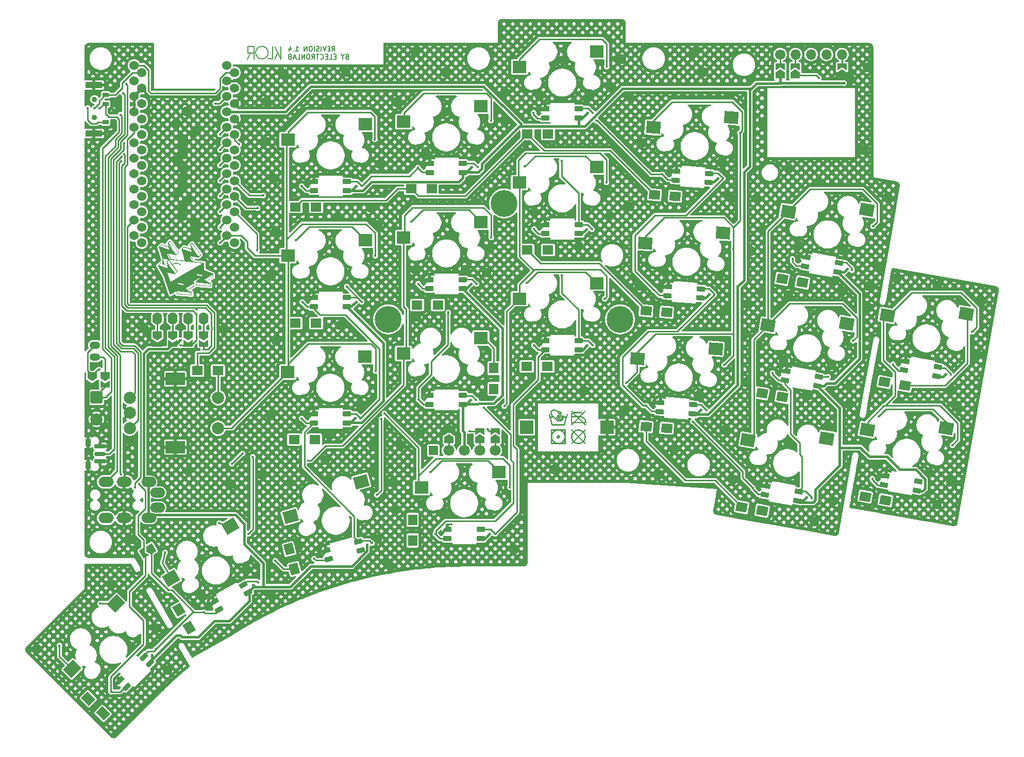
<source format=gbl>
G04 #@! TF.GenerationSoftware,KiCad,Pcbnew,8.0.4-8.0.4-0~ubuntu22.04.1*
G04 #@! TF.CreationDate,2024-08-30T00:39:32+02:00*
G04 #@! TF.ProjectId,klor1_4,6b6c6f72-315f-4342-9e6b-696361645f70,v1.4.0*
G04 #@! TF.SameCoordinates,Original*
G04 #@! TF.FileFunction,Copper,L2,Bot*
G04 #@! TF.FilePolarity,Positive*
%FSLAX46Y46*%
G04 Gerber Fmt 4.6, Leading zero omitted, Abs format (unit mm)*
G04 Created by KiCad (PCBNEW 8.0.4-8.0.4-0~ubuntu22.04.1) date 2024-08-30 00:39:32*
%MOMM*%
%LPD*%
G01*
G04 APERTURE LIST*
G04 Aperture macros list*
%AMRoundRect*
0 Rectangle with rounded corners*
0 $1 Rounding radius*
0 $2 $3 $4 $5 $6 $7 $8 $9 X,Y pos of 4 corners*
0 Add a 4 corners polygon primitive as box body*
4,1,4,$2,$3,$4,$5,$6,$7,$8,$9,$2,$3,0*
0 Add four circle primitives for the rounded corners*
1,1,$1+$1,$2,$3*
1,1,$1+$1,$4,$5*
1,1,$1+$1,$6,$7*
1,1,$1+$1,$8,$9*
0 Add four rect primitives between the rounded corners*
20,1,$1+$1,$2,$3,$4,$5,0*
20,1,$1+$1,$4,$5,$6,$7,0*
20,1,$1+$1,$6,$7,$8,$9,0*
20,1,$1+$1,$8,$9,$2,$3,0*%
%AMRotRect*
0 Rectangle, with rotation*
0 The origin of the aperture is its center*
0 $1 length*
0 $2 width*
0 $3 Rotation angle, in degrees counterclockwise*
0 Add horizontal line*
21,1,$1,$2,0,0,$3*%
%AMFreePoly0*
4,1,18,-0.410000,0.593000,-0.403758,0.624380,-0.385983,0.650983,-0.359380,0.668758,-0.328000,0.675000,0.000000,0.675000,0.410000,0.265000,0.410000,-0.593000,0.403758,-0.624380,0.385983,-0.650983,0.359380,-0.668758,0.328000,-0.675000,-0.328000,-0.675000,-0.359380,-0.668758,-0.385983,-0.650983,-0.403758,-0.624380,-0.410000,-0.593000,-0.410000,0.593000,-0.410000,0.593000,$1*%
%AMFreePoly1*
4,1,6,1.000000,0.000000,0.500000,-0.750000,-0.500000,-0.750000,-0.500000,0.750000,0.500000,0.750000,1.000000,0.000000,1.000000,0.000000,$1*%
%AMFreePoly2*
4,1,6,0.500000,-0.750000,-0.650000,-0.750000,-0.150000,0.000000,-0.650000,0.750000,0.500000,0.750000,0.500000,-0.750000,0.500000,-0.750000,$1*%
G04 Aperture macros list end*
%ADD10C,0.150000*%
G04 #@! TA.AperFunction,NonConductor*
%ADD11C,0.000001*%
G04 #@! TD*
G04 #@! TA.AperFunction,NonConductor*
%ADD12C,0.150000*%
G04 #@! TD*
G04 #@! TA.AperFunction,NonConductor*
%ADD13C,0.000000*%
G04 #@! TD*
G04 #@! TA.AperFunction,ComponentPad*
%ADD14O,2.500000X1.700000*%
G04 #@! TD*
G04 #@! TA.AperFunction,SMDPad,CuDef*
%ADD15RoundRect,0.082000X0.651245X0.187383X0.187383X0.651245X-0.651245X-0.187383X-0.187383X-0.651245X0*%
G04 #@! TD*
G04 #@! TA.AperFunction,SMDPad,CuDef*
%ADD16FreePoly0,135.000000*%
G04 #@! TD*
G04 #@! TA.AperFunction,SMDPad,CuDef*
%ADD17RotRect,2.300000X2.000000X225.000000*%
G04 #@! TD*
G04 #@! TA.AperFunction,SMDPad,CuDef*
%ADD18RoundRect,0.082000X0.593000X-0.328000X0.593000X0.328000X-0.593000X0.328000X-0.593000X-0.328000X0*%
G04 #@! TD*
G04 #@! TA.AperFunction,SMDPad,CuDef*
%ADD19FreePoly0,90.000000*%
G04 #@! TD*
G04 #@! TA.AperFunction,SMDPad,CuDef*
%ADD20R,2.300000X2.000000*%
G04 #@! TD*
G04 #@! TA.AperFunction,SMDPad,CuDef*
%ADD21RoundRect,0.082000X0.568675X-0.368567X0.614436X0.285835X-0.568675X0.368567X-0.614436X-0.285835X0*%
G04 #@! TD*
G04 #@! TA.AperFunction,SMDPad,CuDef*
%ADD22FreePoly0,86.000000*%
G04 #@! TD*
G04 #@! TA.AperFunction,SMDPad,CuDef*
%ADD23RotRect,2.300000X2.000000X176.000000*%
G04 #@! TD*
G04 #@! TA.AperFunction,ComponentPad*
%ADD24RotRect,1.800000X1.500000X350.000000*%
G04 #@! TD*
G04 #@! TA.AperFunction,ComponentPad*
%ADD25R,1.800000X1.500000*%
G04 #@! TD*
G04 #@! TA.AperFunction,ComponentPad*
%ADD26RotRect,1.800000X1.500000X356.000000*%
G04 #@! TD*
G04 #@! TA.AperFunction,SMDPad,CuDef*
%ADD27RoundRect,0.082000X0.657687X-0.163344X0.487901X0.470303X-0.657687X0.163344X-0.487901X-0.470303X0*%
G04 #@! TD*
G04 #@! TA.AperFunction,SMDPad,CuDef*
%ADD28FreePoly0,105.000000*%
G04 #@! TD*
G04 #@! TA.AperFunction,SMDPad,CuDef*
%ADD29RotRect,2.300000X2.000000X195.000000*%
G04 #@! TD*
G04 #@! TA.AperFunction,SMDPad,CuDef*
%ADD30RoundRect,0.082000X0.527034X-0.425990X0.640948X0.220044X-0.527034X0.425990X-0.640948X-0.220044X0*%
G04 #@! TD*
G04 #@! TA.AperFunction,SMDPad,CuDef*
%ADD31FreePoly0,80.000000*%
G04 #@! TD*
G04 #@! TA.AperFunction,SMDPad,CuDef*
%ADD32RotRect,2.300000X2.000000X170.000000*%
G04 #@! TD*
G04 #@! TA.AperFunction,ComponentPad*
%ADD33RotRect,1.800000X1.500000X105.000000*%
G04 #@! TD*
G04 #@! TA.AperFunction,ComponentPad*
%ADD34R,2.200000X2.200000*%
G04 #@! TD*
G04 #@! TA.AperFunction,ComponentPad*
%ADD35C,2.000000*%
G04 #@! TD*
G04 #@! TA.AperFunction,ComponentPad*
%ADD36R,3.200000X2.000000*%
G04 #@! TD*
G04 #@! TA.AperFunction,ComponentPad*
%ADD37O,1.600000X2.000000*%
G04 #@! TD*
G04 #@! TA.AperFunction,ComponentPad*
%ADD38RotRect,1.800000X1.500000X120.000000*%
G04 #@! TD*
G04 #@! TA.AperFunction,ComponentPad*
%ADD39O,1.750000X1.200000*%
G04 #@! TD*
G04 #@! TA.AperFunction,ComponentPad*
%ADD40RoundRect,0.187500X-0.712500X0.187500X-0.712500X-0.187500X0.712500X-0.187500X0.712500X0.187500X0*%
G04 #@! TD*
G04 #@! TA.AperFunction,ComponentPad*
%ADD41RoundRect,0.150000X-0.750000X0.150000X-0.750000X-0.150000X0.750000X-0.150000X0.750000X0.150000X0*%
G04 #@! TD*
G04 #@! TA.AperFunction,ComponentPad*
%ADD42RoundRect,0.225000X-0.225000X0.425000X-0.225000X-0.425000X0.225000X-0.425000X0.225000X0.425000X0*%
G04 #@! TD*
G04 #@! TA.AperFunction,ComponentPad*
%ADD43C,4.400000*%
G04 #@! TD*
G04 #@! TA.AperFunction,SMDPad,CuDef*
%ADD44RoundRect,0.082000X0.677553X0.012444X0.349553X0.580556X-0.677553X-0.012444X-0.349553X-0.580556X0*%
G04 #@! TD*
G04 #@! TA.AperFunction,SMDPad,CuDef*
%ADD45FreePoly0,120.000000*%
G04 #@! TD*
G04 #@! TA.AperFunction,SMDPad,CuDef*
%ADD46RotRect,2.300000X2.000000X210.000000*%
G04 #@! TD*
G04 #@! TA.AperFunction,ComponentPad*
%ADD47RotRect,1.800000X1.500000X135.000000*%
G04 #@! TD*
G04 #@! TA.AperFunction,ComponentPad*
%ADD48R,1.500000X1.800000*%
G04 #@! TD*
G04 #@! TA.AperFunction,ComponentPad*
%ADD49RoundRect,0.142858X-0.857142X0.857142X-0.857142X-0.857142X0.857142X-0.857142X0.857142X0.857142X0*%
G04 #@! TD*
G04 #@! TA.AperFunction,WasherPad*
%ADD50C,0.900000*%
G04 #@! TD*
G04 #@! TA.AperFunction,SMDPad,CuDef*
%ADD51R,1.000000X0.700000*%
G04 #@! TD*
G04 #@! TA.AperFunction,SMDPad,CuDef*
%ADD52R,2.800000X1.000000*%
G04 #@! TD*
G04 #@! TA.AperFunction,ComponentPad*
%ADD53R,1.524000X1.524000*%
G04 #@! TD*
G04 #@! TA.AperFunction,ComponentPad*
%ADD54C,1.800000*%
G04 #@! TD*
G04 #@! TA.AperFunction,ComponentPad*
%ADD55C,1.524000*%
G04 #@! TD*
G04 #@! TA.AperFunction,SMDPad,CuDef*
%ADD56FreePoly1,270.000000*%
G04 #@! TD*
G04 #@! TA.AperFunction,SMDPad,CuDef*
%ADD57FreePoly2,270.000000*%
G04 #@! TD*
G04 #@! TA.AperFunction,SMDPad,CuDef*
%ADD58FreePoly1,90.000000*%
G04 #@! TD*
G04 #@! TA.AperFunction,SMDPad,CuDef*
%ADD59FreePoly2,90.000000*%
G04 #@! TD*
G04 #@! TA.AperFunction,SMDPad,CuDef*
%ADD60FreePoly1,210.000000*%
G04 #@! TD*
G04 #@! TA.AperFunction,SMDPad,CuDef*
%ADD61FreePoly2,210.000000*%
G04 #@! TD*
G04 #@! TA.AperFunction,ComponentPad*
%ADD62C,1.700000*%
G04 #@! TD*
G04 #@! TA.AperFunction,ComponentPad*
%ADD63O,1.700000X1.700000*%
G04 #@! TD*
G04 #@! TA.AperFunction,ViaPad*
%ADD64C,0.400000*%
G04 #@! TD*
G04 #@! TA.AperFunction,Conductor*
%ADD65C,0.381000*%
G04 #@! TD*
G04 #@! TA.AperFunction,Conductor*
%ADD66C,0.254000*%
G04 #@! TD*
G04 APERTURE END LIST*
D10*
X110828069Y-54746932D02*
X110816223Y-54590367D01*
X110781849Y-54441215D01*
X110726690Y-54301221D01*
X110623828Y-54131821D01*
X110491250Y-53985936D01*
X110333091Y-53867699D01*
X110153484Y-53781245D01*
X110007191Y-53739749D01*
X109852904Y-53720200D01*
X109800000Y-53718863D01*
D11*
X162132070Y-114456411D02*
X162178349Y-114464720D01*
X162223917Y-114475066D01*
X162268725Y-114487402D01*
X162312722Y-114501677D01*
X162355860Y-114517843D01*
X162398087Y-114535850D01*
X162439355Y-114555650D01*
X162471376Y-114572785D01*
X162479613Y-114577193D01*
X162518812Y-114600431D01*
X162556903Y-114625314D01*
X162593835Y-114651793D01*
X162629559Y-114679819D01*
X162664025Y-114709344D01*
X162697183Y-114740317D01*
X162728984Y-114772690D01*
X162759378Y-114806414D01*
X162788315Y-114841440D01*
X162815746Y-114877719D01*
X162841620Y-114915201D01*
X162865888Y-114953838D01*
X162888500Y-114993580D01*
X162909408Y-115034379D01*
X162928559Y-115076185D01*
X162945906Y-115118949D01*
X162961399Y-115162622D01*
X162974987Y-115207155D01*
X162986621Y-115252500D01*
X162996251Y-115298606D01*
X163003828Y-115345426D01*
X163009302Y-115392909D01*
X163011599Y-115426193D01*
X163012622Y-115441006D01*
X163013740Y-115489670D01*
X163013740Y-115553146D01*
X162654018Y-115553146D01*
X162957313Y-115856424D01*
X162865619Y-115948112D01*
X162470631Y-115553146D01*
X161782928Y-115553146D01*
X161782928Y-115422667D01*
X162340144Y-115422667D01*
X161751188Y-114833745D01*
X161162232Y-115422667D01*
X161775875Y-115422667D01*
X161775875Y-115553146D01*
X161031745Y-115553146D01*
X160636756Y-115948112D01*
X160545063Y-115856424D01*
X160848357Y-115553146D01*
X160566223Y-115553146D01*
X160566223Y-114572785D01*
X160696710Y-114572785D01*
X160696710Y-115422667D01*
X160978845Y-115422667D01*
X161652459Y-114745583D01*
X161846408Y-114745583D01*
X162527058Y-115426193D01*
X162883253Y-115426193D01*
X162883253Y-115422667D01*
X162879283Y-115379964D01*
X162873355Y-115337845D01*
X162865515Y-115296357D01*
X162855811Y-115255545D01*
X162844288Y-115215456D01*
X162830993Y-115176137D01*
X162815973Y-115137634D01*
X162799274Y-115099994D01*
X162780942Y-115063263D01*
X162761024Y-115027487D01*
X162739567Y-114992714D01*
X162716617Y-114958990D01*
X162692220Y-114926360D01*
X162666424Y-114894873D01*
X162639274Y-114864573D01*
X162610817Y-114835508D01*
X162581099Y-114807724D01*
X162550167Y-114781268D01*
X162518068Y-114756185D01*
X162484848Y-114732524D01*
X162450553Y-114710329D01*
X162415230Y-114689648D01*
X162378926Y-114670527D01*
X162341687Y-114653012D01*
X162303559Y-114637151D01*
X162264589Y-114622989D01*
X162224823Y-114610573D01*
X162184309Y-114599950D01*
X162143091Y-114591166D01*
X162101218Y-114584267D01*
X162058735Y-114579300D01*
X162015689Y-114576311D01*
X161849935Y-114742056D01*
X161846408Y-114745583D01*
X161652459Y-114745583D01*
X161655968Y-114742056D01*
X161486686Y-114572785D01*
X161670074Y-114572785D01*
X161751188Y-114653894D01*
X161832302Y-114572785D01*
X161670074Y-114572785D01*
X161486686Y-114572785D01*
X160696710Y-114572785D01*
X160566223Y-114572785D01*
X160566223Y-114181346D01*
X160700237Y-114181346D01*
X160700237Y-114445832D01*
X161359726Y-114445832D01*
X160841304Y-113927439D01*
X160825771Y-113937807D01*
X160810942Y-113949053D01*
X160796855Y-113961146D01*
X160783555Y-113974055D01*
X160771080Y-113987749D01*
X160759474Y-114002198D01*
X160754009Y-114009695D01*
X160748777Y-114017370D01*
X160743782Y-114025217D01*
X160739030Y-114033234D01*
X160734526Y-114041416D01*
X160730276Y-114049759D01*
X160726283Y-114058260D01*
X160722554Y-114066914D01*
X160719094Y-114075719D01*
X160715907Y-114084669D01*
X160712999Y-114093761D01*
X160710376Y-114102992D01*
X160708042Y-114112357D01*
X160706002Y-114121852D01*
X160704262Y-114131474D01*
X160702827Y-114141218D01*
X160701701Y-114151082D01*
X160700891Y-114161060D01*
X160700401Y-114171149D01*
X160700237Y-114181346D01*
X160566223Y-114181346D01*
X160566223Y-114177819D01*
X160567041Y-114151545D01*
X160569467Y-114125652D01*
X160573452Y-114100194D01*
X160578952Y-114075221D01*
X160585918Y-114050785D01*
X160594305Y-114026938D01*
X160604066Y-114003732D01*
X160615155Y-113981218D01*
X160627525Y-113959448D01*
X160641130Y-113938473D01*
X160655923Y-113918346D01*
X160671858Y-113899117D01*
X160688888Y-113880839D01*
X160706966Y-113863563D01*
X160726047Y-113847341D01*
X160746083Y-113832224D01*
X160548589Y-113634741D01*
X160640283Y-113543053D01*
X160869517Y-113772274D01*
X160876832Y-113769712D01*
X160884230Y-113767315D01*
X160891711Y-113765083D01*
X160899274Y-113763017D01*
X160906919Y-113761116D01*
X160914648Y-113759380D01*
X160922459Y-113757810D01*
X160930353Y-113756405D01*
X160938329Y-113755165D01*
X160946388Y-113754091D01*
X160954530Y-113753182D01*
X160962754Y-113752438D01*
X160971061Y-113751859D01*
X160979450Y-113751446D01*
X160987923Y-113751198D01*
X160996478Y-113751115D01*
X162283717Y-113751115D01*
X162283717Y-113881595D01*
X160982371Y-113881595D01*
X161543114Y-114442305D01*
X161962789Y-114442305D01*
X162865619Y-113543053D01*
X162957313Y-113634741D01*
X162142695Y-114445832D01*
X162132070Y-114456411D01*
G04 #@! TA.AperFunction,NonConductor*
G36*
X162132070Y-114456411D02*
G01*
X162178349Y-114464720D01*
X162223917Y-114475066D01*
X162268725Y-114487402D01*
X162312722Y-114501677D01*
X162355860Y-114517843D01*
X162398087Y-114535850D01*
X162439355Y-114555650D01*
X162471376Y-114572785D01*
X162479613Y-114577193D01*
X162518812Y-114600431D01*
X162556903Y-114625314D01*
X162593835Y-114651793D01*
X162629559Y-114679819D01*
X162664025Y-114709344D01*
X162697183Y-114740317D01*
X162728984Y-114772690D01*
X162759378Y-114806414D01*
X162788315Y-114841440D01*
X162815746Y-114877719D01*
X162841620Y-114915201D01*
X162865888Y-114953838D01*
X162888500Y-114993580D01*
X162909408Y-115034379D01*
X162928559Y-115076185D01*
X162945906Y-115118949D01*
X162961399Y-115162622D01*
X162974987Y-115207155D01*
X162986621Y-115252500D01*
X162996251Y-115298606D01*
X163003828Y-115345426D01*
X163009302Y-115392909D01*
X163011599Y-115426193D01*
X163012622Y-115441006D01*
X163013740Y-115489670D01*
X163013740Y-115553146D01*
X162654018Y-115553146D01*
X162957313Y-115856424D01*
X162865619Y-115948112D01*
X162470631Y-115553146D01*
X161782928Y-115553146D01*
X161782928Y-115422667D01*
X162340144Y-115422667D01*
X161751188Y-114833745D01*
X161162232Y-115422667D01*
X161775875Y-115422667D01*
X161775875Y-115553146D01*
X161031745Y-115553146D01*
X160636756Y-115948112D01*
X160545063Y-115856424D01*
X160848357Y-115553146D01*
X160566223Y-115553146D01*
X160566223Y-114572785D01*
X160696710Y-114572785D01*
X160696710Y-115422667D01*
X160978845Y-115422667D01*
X161652459Y-114745583D01*
X161846408Y-114745583D01*
X162527058Y-115426193D01*
X162883253Y-115426193D01*
X162883253Y-115422667D01*
X162879283Y-115379964D01*
X162873355Y-115337845D01*
X162865515Y-115296357D01*
X162855811Y-115255545D01*
X162844288Y-115215456D01*
X162830993Y-115176137D01*
X162815973Y-115137634D01*
X162799274Y-115099994D01*
X162780942Y-115063263D01*
X162761024Y-115027487D01*
X162739567Y-114992714D01*
X162716617Y-114958990D01*
X162692220Y-114926360D01*
X162666424Y-114894873D01*
X162639274Y-114864573D01*
X162610817Y-114835508D01*
X162581099Y-114807724D01*
X162550167Y-114781268D01*
X162518068Y-114756185D01*
X162484848Y-114732524D01*
X162450553Y-114710329D01*
X162415230Y-114689648D01*
X162378926Y-114670527D01*
X162341687Y-114653012D01*
X162303559Y-114637151D01*
X162264589Y-114622989D01*
X162224823Y-114610573D01*
X162184309Y-114599950D01*
X162143091Y-114591166D01*
X162101218Y-114584267D01*
X162058735Y-114579300D01*
X162015689Y-114576311D01*
X161849935Y-114742056D01*
X161846408Y-114745583D01*
X161652459Y-114745583D01*
X161655968Y-114742056D01*
X161486686Y-114572785D01*
X161670074Y-114572785D01*
X161751188Y-114653894D01*
X161832302Y-114572785D01*
X161670074Y-114572785D01*
X161486686Y-114572785D01*
X160696710Y-114572785D01*
X160566223Y-114572785D01*
X160566223Y-114181346D01*
X160700237Y-114181346D01*
X160700237Y-114445832D01*
X161359726Y-114445832D01*
X160841304Y-113927439D01*
X160825771Y-113937807D01*
X160810942Y-113949053D01*
X160796855Y-113961146D01*
X160783555Y-113974055D01*
X160771080Y-113987749D01*
X160759474Y-114002198D01*
X160754009Y-114009695D01*
X160748777Y-114017370D01*
X160743782Y-114025217D01*
X160739030Y-114033234D01*
X160734526Y-114041416D01*
X160730276Y-114049759D01*
X160726283Y-114058260D01*
X160722554Y-114066914D01*
X160719094Y-114075719D01*
X160715907Y-114084669D01*
X160712999Y-114093761D01*
X160710376Y-114102992D01*
X160708042Y-114112357D01*
X160706002Y-114121852D01*
X160704262Y-114131474D01*
X160702827Y-114141218D01*
X160701701Y-114151082D01*
X160700891Y-114161060D01*
X160700401Y-114171149D01*
X160700237Y-114181346D01*
X160566223Y-114181346D01*
X160566223Y-114177819D01*
X160567041Y-114151545D01*
X160569467Y-114125652D01*
X160573452Y-114100194D01*
X160578952Y-114075221D01*
X160585918Y-114050785D01*
X160594305Y-114026938D01*
X160604066Y-114003732D01*
X160615155Y-113981218D01*
X160627525Y-113959448D01*
X160641130Y-113938473D01*
X160655923Y-113918346D01*
X160671858Y-113899117D01*
X160688888Y-113880839D01*
X160706966Y-113863563D01*
X160726047Y-113847341D01*
X160746083Y-113832224D01*
X160548589Y-113634741D01*
X160640283Y-113543053D01*
X160869517Y-113772274D01*
X160876832Y-113769712D01*
X160884230Y-113767315D01*
X160891711Y-113765083D01*
X160899274Y-113763017D01*
X160906919Y-113761116D01*
X160914648Y-113759380D01*
X160922459Y-113757810D01*
X160930353Y-113756405D01*
X160938329Y-113755165D01*
X160946388Y-113754091D01*
X160954530Y-113753182D01*
X160962754Y-113752438D01*
X160971061Y-113751859D01*
X160979450Y-113751446D01*
X160987923Y-113751198D01*
X160996478Y-113751115D01*
X162283717Y-113751115D01*
X162283717Y-113881595D01*
X160982371Y-113881595D01*
X161543114Y-114442305D01*
X161962789Y-114442305D01*
X162865619Y-113543053D01*
X162957313Y-113634741D01*
X162142695Y-114445832D01*
X162132070Y-114456411D01*
G37*
G04 #@! TD.AperFunction*
D12*
X108771932Y-54746932D02*
X108771932Y-54746932D01*
X111547717Y-55775001D02*
X111547717Y-53718864D01*
D11*
X162622278Y-117037794D02*
X162656447Y-117077541D01*
X162688824Y-117118724D01*
X162719351Y-117161292D01*
X162747971Y-117205192D01*
X162774629Y-117250373D01*
X162799267Y-117296784D01*
X162821828Y-117344372D01*
X162842255Y-117393087D01*
X162860492Y-117442876D01*
X162876482Y-117493688D01*
X162890168Y-117545471D01*
X162901492Y-117598174D01*
X162910399Y-117651745D01*
X162916832Y-117706131D01*
X162920733Y-117761282D01*
X162922046Y-117817146D01*
X162922046Y-117817147D01*
X162920733Y-117873049D01*
X162916832Y-117928306D01*
X162910399Y-117982851D01*
X162901492Y-118036615D01*
X162890168Y-118089532D01*
X162876482Y-118141534D01*
X162860492Y-118192556D01*
X162842255Y-118242528D01*
X162821828Y-118291385D01*
X162799267Y-118339059D01*
X162774629Y-118385482D01*
X162747971Y-118430589D01*
X162719351Y-118474311D01*
X162688824Y-118516581D01*
X162656447Y-118557333D01*
X162622278Y-118596499D01*
X162953786Y-118927987D01*
X162862093Y-119019676D01*
X162530585Y-118688187D01*
X162490835Y-118722354D01*
X162449650Y-118754729D01*
X162407080Y-118785254D01*
X162363177Y-118813873D01*
X162317994Y-118840529D01*
X162271580Y-118865165D01*
X162223989Y-118887725D01*
X162175271Y-118908151D01*
X162125479Y-118926387D01*
X162074665Y-118942376D01*
X162022878Y-118956061D01*
X161970173Y-118967385D01*
X161916599Y-118976292D01*
X161862209Y-118982724D01*
X161807055Y-118986625D01*
X161751188Y-118987938D01*
X161695282Y-118986625D01*
X161640022Y-118982724D01*
X161585474Y-118976292D01*
X161531707Y-118967385D01*
X161478787Y-118956061D01*
X161426781Y-118942376D01*
X161375757Y-118926387D01*
X161325782Y-118908151D01*
X161276922Y-118887725D01*
X161229246Y-118865166D01*
X161182820Y-118840529D01*
X161137711Y-118813873D01*
X161093986Y-118785254D01*
X161051713Y-118754729D01*
X161010959Y-118722354D01*
X160971791Y-118688187D01*
X160640283Y-119019676D01*
X160548589Y-118927987D01*
X160880098Y-118596499D01*
X161059958Y-118596499D01*
X161095036Y-118626162D01*
X161131456Y-118654286D01*
X161169158Y-118680819D01*
X161208079Y-118705709D01*
X161248157Y-118728905D01*
X161289330Y-118750355D01*
X161331537Y-118770007D01*
X161374715Y-118787810D01*
X161418802Y-118803712D01*
X161463736Y-118817661D01*
X161509455Y-118829606D01*
X161555898Y-118839495D01*
X161603002Y-118847277D01*
X161650705Y-118852899D01*
X161698945Y-118856310D01*
X161747661Y-118857458D01*
X161751188Y-118857458D01*
X161800485Y-118856310D01*
X161849157Y-118852899D01*
X161897157Y-118847277D01*
X161944439Y-118839495D01*
X161990957Y-118829606D01*
X162036663Y-118817661D01*
X162081512Y-118803712D01*
X162125457Y-118787810D01*
X162168451Y-118770007D01*
X162210449Y-118750355D01*
X162251402Y-118728905D01*
X162291266Y-118705709D01*
X162329993Y-118680819D01*
X162367538Y-118654286D01*
X162403852Y-118626162D01*
X162438891Y-118596499D01*
X161751188Y-117908835D01*
X161059958Y-118596499D01*
X160880098Y-118596499D01*
X160845929Y-118556752D01*
X160813552Y-118515569D01*
X160783025Y-118473001D01*
X160754404Y-118429101D01*
X160727747Y-118383920D01*
X160703109Y-118337509D01*
X160680548Y-118289920D01*
X160660121Y-118241206D01*
X160641884Y-118191416D01*
X160625894Y-118140604D01*
X160612208Y-118088821D01*
X160600884Y-118036119D01*
X160591976Y-117982548D01*
X160585544Y-117928162D01*
X160581643Y-117873010D01*
X160580330Y-117817146D01*
X160580496Y-117810094D01*
X160707290Y-117810094D01*
X160707290Y-117813620D01*
X160708439Y-117862915D01*
X160711850Y-117911590D01*
X160717472Y-117959604D01*
X160725254Y-118006915D01*
X160735144Y-118053483D01*
X160747089Y-118099265D01*
X160761039Y-118144221D01*
X160776942Y-118188309D01*
X160794746Y-118231487D01*
X160814399Y-118273716D01*
X160835850Y-118314952D01*
X160859047Y-118355155D01*
X160883939Y-118394284D01*
X160910474Y-118432297D01*
X160938599Y-118469153D01*
X160968264Y-118504810D01*
X161655967Y-117817147D01*
X161842881Y-117817147D01*
X162530585Y-118504810D01*
X162560250Y-118469735D01*
X162588375Y-118433316D01*
X162614910Y-118395617D01*
X162639802Y-118356698D01*
X162662999Y-118316622D01*
X162684450Y-118275451D01*
X162704103Y-118233247D01*
X162721907Y-118190072D01*
X162737810Y-118145987D01*
X162751760Y-118101056D01*
X162763705Y-118055339D01*
X162773595Y-118008899D01*
X162781377Y-117961798D01*
X162786999Y-117914097D01*
X162790410Y-117865860D01*
X162791559Y-117817147D01*
X162790410Y-117768434D01*
X162786999Y-117720196D01*
X162781377Y-117672496D01*
X162773595Y-117625394D01*
X162763705Y-117578954D01*
X162751760Y-117533238D01*
X162737810Y-117488306D01*
X162721907Y-117444221D01*
X162704103Y-117401046D01*
X162684450Y-117358842D01*
X162662999Y-117317671D01*
X162639802Y-117277595D01*
X162614910Y-117238677D01*
X162588375Y-117200977D01*
X162560250Y-117164558D01*
X162530585Y-117129483D01*
X161846408Y-117813620D01*
X161842881Y-117817147D01*
X161655967Y-117817147D01*
X161659494Y-117813620D01*
X160968264Y-117122430D01*
X160938599Y-117157505D01*
X160910474Y-117193924D01*
X160883939Y-117231624D01*
X160859047Y-117270542D01*
X160835850Y-117310618D01*
X160814399Y-117351789D01*
X160794746Y-117393993D01*
X160776942Y-117437169D01*
X160761039Y-117481253D01*
X160747089Y-117526185D01*
X160735144Y-117571901D01*
X160725254Y-117618341D01*
X160717472Y-117665443D01*
X160711850Y-117713143D01*
X160708439Y-117761381D01*
X160707290Y-117810094D01*
X160580496Y-117810094D01*
X160581643Y-117761244D01*
X160585544Y-117705987D01*
X160591976Y-117651442D01*
X160600884Y-117597678D01*
X160612208Y-117544761D01*
X160625894Y-117492758D01*
X160641884Y-117441737D01*
X160660121Y-117391765D01*
X160680548Y-117342908D01*
X160703109Y-117295234D01*
X160727747Y-117248811D01*
X160754404Y-117203704D01*
X160783025Y-117159982D01*
X160813552Y-117117712D01*
X160845929Y-117076960D01*
X160880098Y-117037794D01*
X160876572Y-117034268D01*
X161063485Y-117034268D01*
X161754715Y-117721931D01*
X162442418Y-117034268D01*
X162407339Y-117004604D01*
X162370913Y-116976480D01*
X162333195Y-116949947D01*
X162294242Y-116925057D01*
X162254111Y-116901861D01*
X162212860Y-116880411D01*
X162170544Y-116860759D01*
X162127220Y-116842956D01*
X162082947Y-116827054D01*
X162037779Y-116813105D01*
X161991775Y-116801160D01*
X161944990Y-116791271D01*
X161897482Y-116783490D01*
X161849308Y-116777868D01*
X161800525Y-116774457D01*
X161751188Y-116773308D01*
X161701891Y-116774457D01*
X161653219Y-116777868D01*
X161605219Y-116783490D01*
X161557937Y-116791271D01*
X161511419Y-116801160D01*
X161465713Y-116813105D01*
X161420864Y-116827054D01*
X161376919Y-116842956D01*
X161333924Y-116860759D01*
X161291927Y-116880411D01*
X161250973Y-116901861D01*
X161211110Y-116925057D01*
X161172382Y-116949947D01*
X161134838Y-116976480D01*
X161098524Y-117004604D01*
X161063485Y-117034268D01*
X160876572Y-117034268D01*
X160548589Y-116706305D01*
X160640283Y-116614617D01*
X160971791Y-116946106D01*
X161011540Y-116911939D01*
X161052726Y-116879564D01*
X161095296Y-116849039D01*
X161139198Y-116820420D01*
X161184382Y-116793764D01*
X161230796Y-116769127D01*
X161278387Y-116746568D01*
X161327104Y-116726142D01*
X161376896Y-116707906D01*
X161427711Y-116691917D01*
X161479497Y-116678232D01*
X161532203Y-116666908D01*
X161585777Y-116658001D01*
X161640166Y-116651569D01*
X161695321Y-116647668D01*
X161751188Y-116646355D01*
X161807094Y-116647668D01*
X161862354Y-116651569D01*
X161916901Y-116658001D01*
X161970669Y-116666908D01*
X162023589Y-116678232D01*
X162075594Y-116691917D01*
X162126618Y-116707905D01*
X162176594Y-116726141D01*
X162225453Y-116746568D01*
X162273130Y-116769127D01*
X162319556Y-116793764D01*
X162364665Y-116820420D01*
X162408390Y-116849039D01*
X162450663Y-116879564D01*
X162491417Y-116911939D01*
X162530585Y-116946106D01*
X162862093Y-116614617D01*
X162953786Y-116706305D01*
X162625805Y-117034268D01*
X162622278Y-117037794D01*
G04 #@! TA.AperFunction,NonConductor*
G36*
X162622278Y-117037794D02*
G01*
X162656447Y-117077541D01*
X162688824Y-117118724D01*
X162719351Y-117161292D01*
X162747971Y-117205192D01*
X162774629Y-117250373D01*
X162799267Y-117296784D01*
X162821828Y-117344372D01*
X162842255Y-117393087D01*
X162860492Y-117442876D01*
X162876482Y-117493688D01*
X162890168Y-117545471D01*
X162901492Y-117598174D01*
X162910399Y-117651745D01*
X162916832Y-117706131D01*
X162920733Y-117761282D01*
X162922046Y-117817146D01*
X162922046Y-117817147D01*
X162920733Y-117873049D01*
X162916832Y-117928306D01*
X162910399Y-117982851D01*
X162901492Y-118036615D01*
X162890168Y-118089532D01*
X162876482Y-118141534D01*
X162860492Y-118192556D01*
X162842255Y-118242528D01*
X162821828Y-118291385D01*
X162799267Y-118339059D01*
X162774629Y-118385482D01*
X162747971Y-118430589D01*
X162719351Y-118474311D01*
X162688824Y-118516581D01*
X162656447Y-118557333D01*
X162622278Y-118596499D01*
X162953786Y-118927987D01*
X162862093Y-119019676D01*
X162530585Y-118688187D01*
X162490835Y-118722354D01*
X162449650Y-118754729D01*
X162407080Y-118785254D01*
X162363177Y-118813873D01*
X162317994Y-118840529D01*
X162271580Y-118865165D01*
X162223989Y-118887725D01*
X162175271Y-118908151D01*
X162125479Y-118926387D01*
X162074665Y-118942376D01*
X162022878Y-118956061D01*
X161970173Y-118967385D01*
X161916599Y-118976292D01*
X161862209Y-118982724D01*
X161807055Y-118986625D01*
X161751188Y-118987938D01*
X161695282Y-118986625D01*
X161640022Y-118982724D01*
X161585474Y-118976292D01*
X161531707Y-118967385D01*
X161478787Y-118956061D01*
X161426781Y-118942376D01*
X161375757Y-118926387D01*
X161325782Y-118908151D01*
X161276922Y-118887725D01*
X161229246Y-118865166D01*
X161182820Y-118840529D01*
X161137711Y-118813873D01*
X161093986Y-118785254D01*
X161051713Y-118754729D01*
X161010959Y-118722354D01*
X160971791Y-118688187D01*
X160640283Y-119019676D01*
X160548589Y-118927987D01*
X160880098Y-118596499D01*
X161059958Y-118596499D01*
X161095036Y-118626162D01*
X161131456Y-118654286D01*
X161169158Y-118680819D01*
X161208079Y-118705709D01*
X161248157Y-118728905D01*
X161289330Y-118750355D01*
X161331537Y-118770007D01*
X161374715Y-118787810D01*
X161418802Y-118803712D01*
X161463736Y-118817661D01*
X161509455Y-118829606D01*
X161555898Y-118839495D01*
X161603002Y-118847277D01*
X161650705Y-118852899D01*
X161698945Y-118856310D01*
X161747661Y-118857458D01*
X161751188Y-118857458D01*
X161800485Y-118856310D01*
X161849157Y-118852899D01*
X161897157Y-118847277D01*
X161944439Y-118839495D01*
X161990957Y-118829606D01*
X162036663Y-118817661D01*
X162081512Y-118803712D01*
X162125457Y-118787810D01*
X162168451Y-118770007D01*
X162210449Y-118750355D01*
X162251402Y-118728905D01*
X162291266Y-118705709D01*
X162329993Y-118680819D01*
X162367538Y-118654286D01*
X162403852Y-118626162D01*
X162438891Y-118596499D01*
X161751188Y-117908835D01*
X161059958Y-118596499D01*
X160880098Y-118596499D01*
X160845929Y-118556752D01*
X160813552Y-118515569D01*
X160783025Y-118473001D01*
X160754404Y-118429101D01*
X160727747Y-118383920D01*
X160703109Y-118337509D01*
X160680548Y-118289920D01*
X160660121Y-118241206D01*
X160641884Y-118191416D01*
X160625894Y-118140604D01*
X160612208Y-118088821D01*
X160600884Y-118036119D01*
X160591976Y-117982548D01*
X160585544Y-117928162D01*
X160581643Y-117873010D01*
X160580330Y-117817146D01*
X160580496Y-117810094D01*
X160707290Y-117810094D01*
X160707290Y-117813620D01*
X160708439Y-117862915D01*
X160711850Y-117911590D01*
X160717472Y-117959604D01*
X160725254Y-118006915D01*
X160735144Y-118053483D01*
X160747089Y-118099265D01*
X160761039Y-118144221D01*
X160776942Y-118188309D01*
X160794746Y-118231487D01*
X160814399Y-118273716D01*
X160835850Y-118314952D01*
X160859047Y-118355155D01*
X160883939Y-118394284D01*
X160910474Y-118432297D01*
X160938599Y-118469153D01*
X160968264Y-118504810D01*
X161655967Y-117817147D01*
X161842881Y-117817147D01*
X162530585Y-118504810D01*
X162560250Y-118469735D01*
X162588375Y-118433316D01*
X162614910Y-118395617D01*
X162639802Y-118356698D01*
X162662999Y-118316622D01*
X162684450Y-118275451D01*
X162704103Y-118233247D01*
X162721907Y-118190072D01*
X162737810Y-118145987D01*
X162751760Y-118101056D01*
X162763705Y-118055339D01*
X162773595Y-118008899D01*
X162781377Y-117961798D01*
X162786999Y-117914097D01*
X162790410Y-117865860D01*
X162791559Y-117817147D01*
X162790410Y-117768434D01*
X162786999Y-117720196D01*
X162781377Y-117672496D01*
X162773595Y-117625394D01*
X162763705Y-117578954D01*
X162751760Y-117533238D01*
X162737810Y-117488306D01*
X162721907Y-117444221D01*
X162704103Y-117401046D01*
X162684450Y-117358842D01*
X162662999Y-117317671D01*
X162639802Y-117277595D01*
X162614910Y-117238677D01*
X162588375Y-117200977D01*
X162560250Y-117164558D01*
X162530585Y-117129483D01*
X161846408Y-117813620D01*
X161842881Y-117817147D01*
X161655967Y-117817147D01*
X161659494Y-117813620D01*
X160968264Y-117122430D01*
X160938599Y-117157505D01*
X160910474Y-117193924D01*
X160883939Y-117231624D01*
X160859047Y-117270542D01*
X160835850Y-117310618D01*
X160814399Y-117351789D01*
X160794746Y-117393993D01*
X160776942Y-117437169D01*
X160761039Y-117481253D01*
X160747089Y-117526185D01*
X160735144Y-117571901D01*
X160725254Y-117618341D01*
X160717472Y-117665443D01*
X160711850Y-117713143D01*
X160708439Y-117761381D01*
X160707290Y-117810094D01*
X160580496Y-117810094D01*
X160581643Y-117761244D01*
X160585544Y-117705987D01*
X160591976Y-117651442D01*
X160600884Y-117597678D01*
X160612208Y-117544761D01*
X160625894Y-117492758D01*
X160641884Y-117441737D01*
X160660121Y-117391765D01*
X160680548Y-117342908D01*
X160703109Y-117295234D01*
X160727747Y-117248811D01*
X160754404Y-117203704D01*
X160783025Y-117159982D01*
X160813552Y-117117712D01*
X160845929Y-117076960D01*
X160880098Y-117037794D01*
X160876572Y-117034268D01*
X161063485Y-117034268D01*
X161754715Y-117721931D01*
X162442418Y-117034268D01*
X162407339Y-117004604D01*
X162370913Y-116976480D01*
X162333195Y-116949947D01*
X162294242Y-116925057D01*
X162254111Y-116901861D01*
X162212860Y-116880411D01*
X162170544Y-116860759D01*
X162127220Y-116842956D01*
X162082947Y-116827054D01*
X162037779Y-116813105D01*
X161991775Y-116801160D01*
X161944990Y-116791271D01*
X161897482Y-116783490D01*
X161849308Y-116777868D01*
X161800525Y-116774457D01*
X161751188Y-116773308D01*
X161701891Y-116774457D01*
X161653219Y-116777868D01*
X161605219Y-116783490D01*
X161557937Y-116791271D01*
X161511419Y-116801160D01*
X161465713Y-116813105D01*
X161420864Y-116827054D01*
X161376919Y-116842956D01*
X161333924Y-116860759D01*
X161291927Y-116880411D01*
X161250973Y-116901861D01*
X161211110Y-116925057D01*
X161172382Y-116949947D01*
X161134838Y-116976480D01*
X161098524Y-117004604D01*
X161063485Y-117034268D01*
X160876572Y-117034268D01*
X160548589Y-116706305D01*
X160640283Y-116614617D01*
X160971791Y-116946106D01*
X161011540Y-116911939D01*
X161052726Y-116879564D01*
X161095296Y-116849039D01*
X161139198Y-116820420D01*
X161184382Y-116793764D01*
X161230796Y-116769127D01*
X161278387Y-116746568D01*
X161327104Y-116726142D01*
X161376896Y-116707906D01*
X161427711Y-116691917D01*
X161479497Y-116678232D01*
X161532203Y-116666908D01*
X161585777Y-116658001D01*
X161640166Y-116651569D01*
X161695321Y-116647668D01*
X161751188Y-116646355D01*
X161807094Y-116647668D01*
X161862354Y-116651569D01*
X161916901Y-116658001D01*
X161970669Y-116666908D01*
X162023589Y-116678232D01*
X162075594Y-116691917D01*
X162126618Y-116707905D01*
X162176594Y-116726141D01*
X162225453Y-116746568D01*
X162273130Y-116769127D01*
X162319556Y-116793764D01*
X162364665Y-116820420D01*
X162408390Y-116849039D01*
X162450663Y-116879564D01*
X162491417Y-116911939D01*
X162530585Y-116946106D01*
X162862093Y-116614617D01*
X162953786Y-116706305D01*
X162625805Y-117034268D01*
X162622278Y-117037794D01*
G37*
G04 #@! TD.AperFunction*
D12*
X108497779Y-54781201D02*
X108497779Y-55809270D01*
D11*
X156992253Y-114181402D02*
X156990167Y-114181346D01*
X156993695Y-114181346D01*
X156992253Y-114181402D01*
G04 #@! TA.AperFunction,NonConductor*
G36*
X156992253Y-114181402D02*
G01*
X156990167Y-114181346D01*
X156993695Y-114181346D01*
X156992253Y-114181402D01*
G37*
G04 #@! TD.AperFunction*
D12*
X108463510Y-54781201D02*
X107469711Y-54781201D01*
X107469711Y-54781201D02*
X107469711Y-53753133D01*
D10*
X109800000Y-55775000D02*
X109956564Y-55763154D01*
X110105716Y-55728780D01*
X110245710Y-55673621D01*
X110415110Y-55570759D01*
X110560995Y-55438181D01*
X110679232Y-55280022D01*
X110765686Y-55100416D01*
X110807182Y-54954123D01*
X110826731Y-54799836D01*
X110828069Y-54746932D01*
D13*
G04 #@! TA.AperFunction,NonConductor*
G36*
X96152880Y-87610821D02*
G01*
X95699384Y-88038388D01*
X94309917Y-85980988D01*
X94419330Y-85980988D01*
X95714730Y-87899217D01*
X96032230Y-87599708D01*
X94675447Y-85748683D01*
X94419330Y-85980988D01*
X94309917Y-85980988D01*
X94300268Y-85966700D01*
X94689205Y-85613746D01*
X96144735Y-87599708D01*
X96152880Y-87610821D01*
G37*
G04 #@! TD.AperFunction*
D12*
X107469711Y-53753133D02*
X108497779Y-53753133D01*
D11*
X158455308Y-117584706D02*
X158467278Y-117585618D01*
X158479055Y-117587119D01*
X158490626Y-117589193D01*
X158501977Y-117591825D01*
X158513095Y-117594999D01*
X158523967Y-117598700D01*
X158534578Y-117602913D01*
X158544916Y-117607621D01*
X158554966Y-117612810D01*
X158564715Y-117618464D01*
X158574150Y-117624568D01*
X158583257Y-117631105D01*
X158592022Y-117638061D01*
X158600432Y-117645419D01*
X158608473Y-117653165D01*
X158616132Y-117661283D01*
X158623395Y-117669758D01*
X158630249Y-117678573D01*
X158636680Y-117687714D01*
X158642674Y-117697164D01*
X158648218Y-117706910D01*
X158653299Y-117716934D01*
X158657902Y-117727221D01*
X158662014Y-117737757D01*
X158665622Y-117748525D01*
X158668713Y-117759510D01*
X158671271Y-117770696D01*
X158673285Y-117782068D01*
X158674740Y-117793611D01*
X158675624Y-117805309D01*
X158675921Y-117817146D01*
X158675624Y-117829294D01*
X158674740Y-117841263D01*
X158673285Y-117853039D01*
X158671271Y-117864609D01*
X158668713Y-117875960D01*
X158665622Y-117887078D01*
X158662014Y-117897949D01*
X158657902Y-117908559D01*
X158653299Y-117918896D01*
X158648218Y-117928946D01*
X158642674Y-117938695D01*
X158636680Y-117948129D01*
X158630249Y-117957235D01*
X158623395Y-117966000D01*
X158616132Y-117974409D01*
X158608473Y-117982450D01*
X158600432Y-117990109D01*
X158592022Y-117997371D01*
X158583257Y-118004225D01*
X158574150Y-118010655D01*
X158564715Y-118016649D01*
X158554966Y-118022193D01*
X158544916Y-118027273D01*
X158534578Y-118031876D01*
X158523967Y-118035988D01*
X158513095Y-118039596D01*
X158501977Y-118042686D01*
X158490626Y-118045245D01*
X158479055Y-118047258D01*
X158467278Y-118048714D01*
X158455308Y-118049597D01*
X158443160Y-118049894D01*
X158431012Y-118049597D01*
X158419042Y-118048714D01*
X158407265Y-118047258D01*
X158395695Y-118045245D01*
X158384343Y-118042686D01*
X158373225Y-118039596D01*
X158362353Y-118035988D01*
X158351742Y-118031876D01*
X158341404Y-118027273D01*
X158331354Y-118022193D01*
X158321605Y-118016649D01*
X158312170Y-118010655D01*
X158303063Y-118004225D01*
X158294298Y-117997371D01*
X158285888Y-117990109D01*
X158277847Y-117982450D01*
X158270188Y-117974409D01*
X158262925Y-117966000D01*
X158256071Y-117957235D01*
X158249640Y-117948129D01*
X158243646Y-117938695D01*
X158238102Y-117928946D01*
X158233022Y-117918896D01*
X158228418Y-117908559D01*
X158224306Y-117897949D01*
X158220698Y-117887078D01*
X158217607Y-117875960D01*
X158215049Y-117864609D01*
X158213035Y-117853039D01*
X158211580Y-117841263D01*
X158210696Y-117829294D01*
X158210399Y-117817146D01*
X158210696Y-117804999D01*
X158211580Y-117793030D01*
X158213035Y-117781254D01*
X158215049Y-117769684D01*
X158217607Y-117758333D01*
X158220698Y-117747215D01*
X158224306Y-117736344D01*
X158228418Y-117725733D01*
X158233022Y-117715396D01*
X158238102Y-117705347D01*
X158243646Y-117695598D01*
X158249640Y-117686164D01*
X158256071Y-117677058D01*
X158262925Y-117668293D01*
X158270188Y-117659884D01*
X158277847Y-117651843D01*
X158285888Y-117644184D01*
X158294298Y-117636921D01*
X158303063Y-117630068D01*
X158312170Y-117623638D01*
X158321605Y-117617644D01*
X158331354Y-117612100D01*
X158341404Y-117607020D01*
X158351742Y-117602417D01*
X158362353Y-117598305D01*
X158373225Y-117594697D01*
X158384343Y-117591607D01*
X158395695Y-117589048D01*
X158407265Y-117587034D01*
X158419042Y-117585579D01*
X158431012Y-117584696D01*
X158443160Y-117584399D01*
X158455308Y-117584706D01*
G04 #@! TA.AperFunction,NonConductor*
G36*
X158455308Y-117584706D02*
G01*
X158467278Y-117585618D01*
X158479055Y-117587119D01*
X158490626Y-117589193D01*
X158501977Y-117591825D01*
X158513095Y-117594999D01*
X158523967Y-117598700D01*
X158534578Y-117602913D01*
X158544916Y-117607621D01*
X158554966Y-117612810D01*
X158564715Y-117618464D01*
X158574150Y-117624568D01*
X158583257Y-117631105D01*
X158592022Y-117638061D01*
X158600432Y-117645419D01*
X158608473Y-117653165D01*
X158616132Y-117661283D01*
X158623395Y-117669758D01*
X158630249Y-117678573D01*
X158636680Y-117687714D01*
X158642674Y-117697164D01*
X158648218Y-117706910D01*
X158653299Y-117716934D01*
X158657902Y-117727221D01*
X158662014Y-117737757D01*
X158665622Y-117748525D01*
X158668713Y-117759510D01*
X158671271Y-117770696D01*
X158673285Y-117782068D01*
X158674740Y-117793611D01*
X158675624Y-117805309D01*
X158675921Y-117817146D01*
X158675624Y-117829294D01*
X158674740Y-117841263D01*
X158673285Y-117853039D01*
X158671271Y-117864609D01*
X158668713Y-117875960D01*
X158665622Y-117887078D01*
X158662014Y-117897949D01*
X158657902Y-117908559D01*
X158653299Y-117918896D01*
X158648218Y-117928946D01*
X158642674Y-117938695D01*
X158636680Y-117948129D01*
X158630249Y-117957235D01*
X158623395Y-117966000D01*
X158616132Y-117974409D01*
X158608473Y-117982450D01*
X158600432Y-117990109D01*
X158592022Y-117997371D01*
X158583257Y-118004225D01*
X158574150Y-118010655D01*
X158564715Y-118016649D01*
X158554966Y-118022193D01*
X158544916Y-118027273D01*
X158534578Y-118031876D01*
X158523967Y-118035988D01*
X158513095Y-118039596D01*
X158501977Y-118042686D01*
X158490626Y-118045245D01*
X158479055Y-118047258D01*
X158467278Y-118048714D01*
X158455308Y-118049597D01*
X158443160Y-118049894D01*
X158431012Y-118049597D01*
X158419042Y-118048714D01*
X158407265Y-118047258D01*
X158395695Y-118045245D01*
X158384343Y-118042686D01*
X158373225Y-118039596D01*
X158362353Y-118035988D01*
X158351742Y-118031876D01*
X158341404Y-118027273D01*
X158331354Y-118022193D01*
X158321605Y-118016649D01*
X158312170Y-118010655D01*
X158303063Y-118004225D01*
X158294298Y-117997371D01*
X158285888Y-117990109D01*
X158277847Y-117982450D01*
X158270188Y-117974409D01*
X158262925Y-117966000D01*
X158256071Y-117957235D01*
X158249640Y-117948129D01*
X158243646Y-117938695D01*
X158238102Y-117928946D01*
X158233022Y-117918896D01*
X158228418Y-117908559D01*
X158224306Y-117897949D01*
X158220698Y-117887078D01*
X158217607Y-117875960D01*
X158215049Y-117864609D01*
X158213035Y-117853039D01*
X158211580Y-117841263D01*
X158210696Y-117829294D01*
X158210399Y-117817146D01*
X158210696Y-117804999D01*
X158211580Y-117793030D01*
X158213035Y-117781254D01*
X158215049Y-117769684D01*
X158217607Y-117758333D01*
X158220698Y-117747215D01*
X158224306Y-117736344D01*
X158228418Y-117725733D01*
X158233022Y-117715396D01*
X158238102Y-117705347D01*
X158243646Y-117695598D01*
X158249640Y-117686164D01*
X158256071Y-117677058D01*
X158262925Y-117668293D01*
X158270188Y-117659884D01*
X158277847Y-117651843D01*
X158285888Y-117644184D01*
X158294298Y-117636921D01*
X158303063Y-117630068D01*
X158312170Y-117623638D01*
X158321605Y-117617644D01*
X158331354Y-117612100D01*
X158341404Y-117607020D01*
X158351742Y-117602417D01*
X158362353Y-117598305D01*
X158373225Y-117594697D01*
X158384343Y-117591607D01*
X158395695Y-117589048D01*
X158407265Y-117587034D01*
X158419042Y-117585579D01*
X158431012Y-117584696D01*
X158443160Y-117584399D01*
X158455308Y-117584706D01*
G37*
G04 #@! TD.AperFunction*
D10*
X109800000Y-53718863D02*
X109643435Y-53730708D01*
X109494284Y-53765082D01*
X109354290Y-53820241D01*
X109184890Y-53923103D01*
X109039005Y-54055681D01*
X108920768Y-54213840D01*
X108834314Y-54393447D01*
X108792818Y-54539740D01*
X108773269Y-54694027D01*
X108771932Y-54746932D01*
D12*
X107949478Y-54781201D02*
X107435443Y-55809270D01*
X108497779Y-53753133D02*
X108497779Y-54781201D01*
X112404440Y-54746932D02*
X111890405Y-55809270D01*
D10*
X108771932Y-54746932D02*
X108783777Y-54903496D01*
X108818151Y-55052647D01*
X108873310Y-55192641D01*
X108976172Y-55362041D01*
X109108750Y-55507926D01*
X109266909Y-55626163D01*
X109446515Y-55712617D01*
X109592808Y-55754113D01*
X109747095Y-55773662D01*
X109800000Y-55775000D01*
D12*
X112918475Y-55809270D02*
X112918475Y-53718864D01*
X111890406Y-53718864D02*
X112918475Y-55809270D01*
X110759531Y-55775001D02*
X111547717Y-55775001D01*
D11*
X159770075Y-114952763D02*
X159511746Y-115909321D01*
X159501166Y-115944586D01*
X157385157Y-115944586D01*
X157159449Y-115098230D01*
X157037011Y-114639788D01*
X157162974Y-114639788D01*
X157175372Y-114688167D01*
X157209262Y-114815230D01*
X157259682Y-115001803D01*
X157321675Y-115228710D01*
X157325202Y-115232237D01*
X157483903Y-115817632D01*
X159405945Y-115817632D01*
X159564645Y-115228710D01*
X159676617Y-114812586D01*
X159709459Y-114686183D01*
X159717780Y-114651786D01*
X159719819Y-114639788D01*
X159716733Y-114640449D01*
X159713124Y-114641276D01*
X159708357Y-114642433D01*
X159702599Y-114643921D01*
X159696014Y-114645739D01*
X159692463Y-114646772D01*
X159688768Y-114647888D01*
X159684948Y-114649086D01*
X159681026Y-114650367D01*
X159675808Y-114652269D01*
X159670694Y-114654011D01*
X159665621Y-114655598D01*
X159660527Y-114657035D01*
X159655350Y-114658327D01*
X159650029Y-114659480D01*
X159644502Y-114660498D01*
X159638705Y-114661388D01*
X159632578Y-114662153D01*
X159626059Y-114662800D01*
X159619085Y-114663333D01*
X159611594Y-114663757D01*
X159603525Y-114664078D01*
X159594815Y-114664301D01*
X159575225Y-114664473D01*
X159558737Y-114664334D01*
X159543499Y-114663854D01*
X159529273Y-114662939D01*
X159515822Y-114661498D01*
X159502909Y-114659437D01*
X159490295Y-114656663D01*
X159477744Y-114653083D01*
X159465016Y-114648604D01*
X159451876Y-114643134D01*
X159438084Y-114636578D01*
X159423404Y-114628845D01*
X159407597Y-114619841D01*
X159390427Y-114609474D01*
X159371656Y-114597649D01*
X159328357Y-114569258D01*
X159291754Y-114544683D01*
X159263004Y-114526059D01*
X159251134Y-114518772D01*
X159240700Y-114512725D01*
X159231527Y-114507834D01*
X159223439Y-114504019D01*
X159216259Y-114501195D01*
X159209814Y-114499280D01*
X159203926Y-114498192D01*
X159198421Y-114497847D01*
X159193123Y-114498164D01*
X159187855Y-114499059D01*
X159182443Y-114500451D01*
X159176710Y-114502255D01*
X159169894Y-114504752D01*
X159164008Y-114507022D01*
X159161421Y-114508103D01*
X159159073Y-114509167D01*
X159156968Y-114510226D01*
X159155109Y-114511292D01*
X159153498Y-114512379D01*
X159152137Y-114513499D01*
X159151029Y-114514666D01*
X159150177Y-114515893D01*
X159149584Y-114517192D01*
X159149251Y-114518576D01*
X159149181Y-114520058D01*
X159149378Y-114521651D01*
X159149844Y-114523368D01*
X159150580Y-114525222D01*
X159151591Y-114527226D01*
X159152877Y-114529393D01*
X159154443Y-114531735D01*
X159156290Y-114534266D01*
X159158422Y-114536998D01*
X159160840Y-114539945D01*
X159166547Y-114546533D01*
X159173431Y-114554133D01*
X159190817Y-114572785D01*
X159202189Y-114584951D01*
X159212528Y-114596389D01*
X159221875Y-114607196D01*
X159230272Y-114617472D01*
X159237759Y-114627314D01*
X159244378Y-114636819D01*
X159250171Y-114646088D01*
X159255179Y-114655216D01*
X159259442Y-114664304D01*
X159263003Y-114673448D01*
X159265903Y-114682747D01*
X159268183Y-114692300D01*
X159269884Y-114702203D01*
X159271049Y-114712556D01*
X159271717Y-114723457D01*
X159271930Y-114735003D01*
X159271927Y-114735296D01*
X159271844Y-114743941D01*
X159271572Y-114752284D01*
X159271093Y-114760101D01*
X159270387Y-114767458D01*
X159269433Y-114774422D01*
X159268211Y-114781061D01*
X159266699Y-114787441D01*
X159264877Y-114793631D01*
X159262724Y-114799696D01*
X159260220Y-114805705D01*
X159257345Y-114811724D01*
X159254076Y-114817820D01*
X159250395Y-114824061D01*
X159246279Y-114830514D01*
X159241709Y-114837246D01*
X159236663Y-114844324D01*
X159233817Y-114848369D01*
X159230588Y-114852548D01*
X159227008Y-114856830D01*
X159223108Y-114861185D01*
X159218918Y-114865581D01*
X159214470Y-114869987D01*
X159209795Y-114874373D01*
X159204923Y-114878707D01*
X159199886Y-114882958D01*
X159194715Y-114887096D01*
X159189440Y-114891089D01*
X159184094Y-114894907D01*
X159178705Y-114898518D01*
X159173307Y-114901891D01*
X159167929Y-114904995D01*
X159162603Y-114907800D01*
X159163264Y-114910831D01*
X159164091Y-114914309D01*
X159165248Y-114918821D01*
X159166736Y-114924159D01*
X159167604Y-114927073D01*
X159168554Y-114930116D01*
X159169587Y-114933263D01*
X159170703Y-114936488D01*
X159171902Y-114939764D01*
X159173183Y-114943065D01*
X159175632Y-114951349D01*
X159177693Y-114959665D01*
X159179369Y-114968000D01*
X159180663Y-114976346D01*
X159181581Y-114984693D01*
X159182125Y-114993028D01*
X159182110Y-115009628D01*
X159180648Y-115026062D01*
X159177770Y-115042247D01*
X159173508Y-115058103D01*
X159167893Y-115073545D01*
X159160955Y-115088491D01*
X159152725Y-115102859D01*
X159143235Y-115116565D01*
X159132516Y-115129528D01*
X159120598Y-115141664D01*
X159114199Y-115147396D01*
X159107512Y-115152891D01*
X159100541Y-115158138D01*
X159093290Y-115163126D01*
X159085762Y-115167846D01*
X159077962Y-115172287D01*
X159074068Y-115174188D01*
X159070282Y-115175930D01*
X159066548Y-115177517D01*
X159062809Y-115178954D01*
X159059007Y-115180246D01*
X159055087Y-115181399D01*
X159050991Y-115182417D01*
X159046663Y-115183307D01*
X159042045Y-115184072D01*
X159037082Y-115184719D01*
X159031715Y-115185252D01*
X159025889Y-115185676D01*
X159019546Y-115185997D01*
X159012629Y-115186220D01*
X159005083Y-115186350D01*
X158996849Y-115186392D01*
X158982095Y-115186372D01*
X158969407Y-115186227D01*
X158958538Y-115185834D01*
X158953707Y-115185506D01*
X158949239Y-115185070D01*
X158945101Y-115184509D01*
X158941262Y-115183809D01*
X158937693Y-115182954D01*
X158934360Y-115181929D01*
X158931235Y-115180718D01*
X158928285Y-115179305D01*
X158925480Y-115177675D01*
X158922789Y-115175813D01*
X158905155Y-115165233D01*
X158883995Y-115196972D01*
X158879785Y-115203537D01*
X158875116Y-115209989D01*
X158870023Y-115216297D01*
X158864543Y-115222428D01*
X158858711Y-115228354D01*
X158852564Y-115234041D01*
X158846139Y-115239460D01*
X158839470Y-115244579D01*
X158832595Y-115249368D01*
X158825549Y-115253795D01*
X158818370Y-115257829D01*
X158811091Y-115261440D01*
X158803751Y-115264596D01*
X158796386Y-115267267D01*
X158789030Y-115269421D01*
X158785367Y-115270295D01*
X158781721Y-115271028D01*
X158774172Y-115272807D01*
X158766126Y-115274189D01*
X158757668Y-115275189D01*
X158748879Y-115275822D01*
X158739842Y-115276103D01*
X158730639Y-115276049D01*
X158721354Y-115275674D01*
X158712069Y-115274995D01*
X158702867Y-115274027D01*
X158693829Y-115272784D01*
X158685040Y-115271284D01*
X158676582Y-115269540D01*
X158668536Y-115267569D01*
X158660987Y-115265387D01*
X158654016Y-115263008D01*
X158647707Y-115260448D01*
X158644863Y-115258964D01*
X158641652Y-115257170D01*
X158634317Y-115252734D01*
X158626072Y-115247307D01*
X158621724Y-115244273D01*
X158617289Y-115241053D01*
X158612813Y-115237667D01*
X158608342Y-115234137D01*
X158603922Y-115230484D01*
X158599601Y-115226726D01*
X158595424Y-115222886D01*
X158591438Y-115218985D01*
X158587690Y-115215041D01*
X158584227Y-115211078D01*
X158545433Y-115175813D01*
X158506640Y-115214604D01*
X158495509Y-115225549D01*
X158490460Y-115230342D01*
X158485700Y-115234716D01*
X158481189Y-115238698D01*
X158476883Y-115242313D01*
X158472744Y-115245587D01*
X158468728Y-115248547D01*
X158464795Y-115251216D01*
X158460903Y-115253623D01*
X158457011Y-115255791D01*
X158453078Y-115257748D01*
X158449063Y-115259519D01*
X158444923Y-115261130D01*
X158440618Y-115262607D01*
X158436106Y-115263975D01*
X158427895Y-115266414D01*
X158419182Y-115268445D01*
X158410046Y-115270073D01*
X158400564Y-115271303D01*
X158390813Y-115272141D01*
X158380871Y-115272591D01*
X158370815Y-115272659D01*
X158360723Y-115272350D01*
X158350673Y-115271669D01*
X158340741Y-115270621D01*
X158331006Y-115269212D01*
X158321544Y-115267446D01*
X158312434Y-115265329D01*
X158303752Y-115262866D01*
X158295577Y-115260062D01*
X158287986Y-115256922D01*
X158283556Y-115253813D01*
X158276848Y-115248416D01*
X158256411Y-115230528D01*
X158226303Y-115202806D01*
X158186153Y-115164793D01*
X158135587Y-115116035D01*
X158074236Y-115056078D01*
X158001725Y-114984467D01*
X157917684Y-114900747D01*
X157674784Y-114659624D01*
X157572069Y-114558679D01*
X157566614Y-114561764D01*
X157560353Y-114565374D01*
X157552231Y-114570140D01*
X157542623Y-114575898D01*
X157531898Y-114582482D01*
X157520429Y-114589728D01*
X157508589Y-114597470D01*
X157479115Y-114615529D01*
X157465837Y-114623273D01*
X157453319Y-114630200D01*
X157441400Y-114636342D01*
X157429920Y-114641730D01*
X157418719Y-114646395D01*
X157407637Y-114650367D01*
X157396514Y-114653678D01*
X157385189Y-114656360D01*
X157373503Y-114658441D01*
X157361294Y-114659955D01*
X157348404Y-114660931D01*
X157334672Y-114661401D01*
X157319938Y-114661396D01*
X157304041Y-114660947D01*
X157284451Y-114660919D01*
X157267672Y-114660726D01*
X157253207Y-114660203D01*
X157246688Y-114659765D01*
X157240561Y-114659183D01*
X157234765Y-114658436D01*
X157229237Y-114657503D01*
X157223916Y-114656363D01*
X157218740Y-114654996D01*
X157213646Y-114653381D01*
X157208573Y-114651497D01*
X157203458Y-114649324D01*
X157198241Y-114646841D01*
X157194939Y-114645561D01*
X157191663Y-114644368D01*
X157185291Y-114642267D01*
X157179333Y-114640580D01*
X157176574Y-114639904D01*
X157173995Y-114639347D01*
X157171623Y-114638914D01*
X157169483Y-114638610D01*
X157167602Y-114638440D01*
X157166005Y-114638410D01*
X157164717Y-114638525D01*
X157163766Y-114638789D01*
X157163424Y-114638979D01*
X157163176Y-114639208D01*
X157163025Y-114639478D01*
X157162974Y-114639788D01*
X157037011Y-114639788D01*
X156998985Y-114497406D01*
X156951154Y-114311219D01*
X156933742Y-114237769D01*
X156933843Y-114235436D01*
X156934144Y-114233068D01*
X156934634Y-114230673D01*
X156935305Y-114228258D01*
X156936150Y-114225830D01*
X156937159Y-114223396D01*
X156938324Y-114220963D01*
X156939638Y-114218539D01*
X156941091Y-114216130D01*
X156942675Y-114213744D01*
X156944381Y-114211388D01*
X156946202Y-114209069D01*
X156950153Y-114204568D01*
X156954461Y-114200301D01*
X156959058Y-114196322D01*
X156963877Y-114192690D01*
X156968851Y-114189460D01*
X156971375Y-114188014D01*
X156973913Y-114186691D01*
X156976456Y-114185496D01*
X156978995Y-114184437D01*
X156981523Y-114183522D01*
X156984031Y-114182758D01*
X156986511Y-114182151D01*
X156988954Y-114181708D01*
X156991351Y-114181437D01*
X156992253Y-114181402D01*
X156994753Y-114181470D01*
X156999246Y-114181842D01*
X157003635Y-114182462D01*
X157007911Y-114183329D01*
X157012063Y-114184445D01*
X157016080Y-114185809D01*
X157019953Y-114187421D01*
X157023671Y-114189280D01*
X157027223Y-114191388D01*
X157030600Y-114193744D01*
X157033791Y-114196347D01*
X157036785Y-114199199D01*
X157039573Y-114202298D01*
X157042144Y-114205645D01*
X157044488Y-114209241D01*
X157046594Y-114213084D01*
X157051664Y-114228953D01*
X157060701Y-114258047D01*
X157072383Y-114296397D01*
X157085388Y-114340037D01*
X157108311Y-114418942D01*
X157112596Y-114432986D01*
X157116136Y-114443683D01*
X157118850Y-114450495D01*
X157119871Y-114452276D01*
X157120655Y-114452885D01*
X157125493Y-114456663D01*
X157131917Y-114461288D01*
X157148593Y-114472501D01*
X157168823Y-114485367D01*
X157190747Y-114498729D01*
X157212507Y-114511430D01*
X157232241Y-114522312D01*
X157240768Y-114526710D01*
X157248091Y-114530219D01*
X157253977Y-114532695D01*
X157258195Y-114533994D01*
X157263763Y-114535233D01*
X157269836Y-114536308D01*
X157276343Y-114537217D01*
X157283212Y-114537961D01*
X157290371Y-114538540D01*
X157297746Y-114538953D01*
X157305266Y-114539201D01*
X157312859Y-114539283D01*
X157320451Y-114539201D01*
X157327971Y-114538953D01*
X157335346Y-114538540D01*
X157342505Y-114537961D01*
X157349374Y-114537217D01*
X157355881Y-114536308D01*
X157361955Y-114535233D01*
X157367522Y-114533994D01*
X157371541Y-114532854D01*
X157376862Y-114530825D01*
X157383299Y-114528012D01*
X157390666Y-114524516D01*
X157407445Y-114515893D01*
X157425712Y-114505782D01*
X157443979Y-114495010D01*
X157460759Y-114484403D01*
X157468125Y-114479419D01*
X157474562Y-114474787D01*
X157479883Y-114470610D01*
X157483902Y-114466991D01*
X157460538Y-114441424D01*
X157434804Y-114413432D01*
X157402789Y-114378829D01*
X157361474Y-114335436D01*
X157343385Y-114315631D01*
X157326855Y-114296838D01*
X157311772Y-114278871D01*
X157298022Y-114261546D01*
X157285491Y-114244674D01*
X157274065Y-114228072D01*
X157263631Y-114211552D01*
X157254076Y-114194928D01*
X157245285Y-114178016D01*
X157237145Y-114160628D01*
X157229542Y-114142579D01*
X157222363Y-114123682D01*
X157215494Y-114103753D01*
X157208822Y-114082604D01*
X157204014Y-114065530D01*
X157200115Y-114050480D01*
X157198481Y-114043315D01*
X157197043Y-114036175D01*
X157195791Y-114028900D01*
X157194715Y-114021332D01*
X157193804Y-114013308D01*
X157193048Y-114004670D01*
X157192437Y-113995258D01*
X157191960Y-113984910D01*
X157191607Y-113973467D01*
X157191368Y-113960768D01*
X157191189Y-113930966D01*
X157191220Y-113923447D01*
X157311430Y-113923447D01*
X157311472Y-113947953D01*
X157312859Y-113972567D01*
X157315611Y-113997238D01*
X157319744Y-114021915D01*
X157325277Y-114046546D01*
X157332228Y-114071081D01*
X157340616Y-114095469D01*
X157350458Y-114119659D01*
X157361772Y-114143600D01*
X157374576Y-114167240D01*
X157378608Y-114173174D01*
X157385507Y-114181814D01*
X157395413Y-114193306D01*
X157408465Y-114207794D01*
X157444565Y-114246338D01*
X157494924Y-114298601D01*
X157560657Y-114365742D01*
X157642879Y-114448917D01*
X157861258Y-114668000D01*
X158195411Y-115001252D01*
X158300661Y-115104402D01*
X158331175Y-115133165D01*
X158344414Y-115144075D01*
X158348380Y-115145935D01*
X158352340Y-115147550D01*
X158356287Y-115148922D01*
X158360215Y-115150053D01*
X158364117Y-115150947D01*
X158367986Y-115151606D01*
X158371817Y-115152033D01*
X158375603Y-115152230D01*
X158379337Y-115152199D01*
X158383012Y-115151944D01*
X158386624Y-115151467D01*
X158390164Y-115150770D01*
X158393627Y-115149856D01*
X158397005Y-115148727D01*
X158400294Y-115147387D01*
X158403485Y-115145838D01*
X158406574Y-115144082D01*
X158409552Y-115142122D01*
X158412414Y-115139961D01*
X158415154Y-115137600D01*
X158417764Y-115135044D01*
X158420239Y-115132293D01*
X158422571Y-115129352D01*
X158424756Y-115126222D01*
X158426785Y-115122906D01*
X158428652Y-115119407D01*
X158430352Y-115115727D01*
X158431878Y-115111868D01*
X158433223Y-115107834D01*
X158434380Y-115103627D01*
X158435344Y-115099250D01*
X158436107Y-115094704D01*
X158436107Y-115070019D01*
X158228033Y-114858430D01*
X158016432Y-114646841D01*
X158062279Y-114600997D01*
X158108126Y-114555153D01*
X158407894Y-114854903D01*
X158570066Y-115016295D01*
X158623937Y-115069075D01*
X158663137Y-115106606D01*
X158690269Y-115131408D01*
X158707937Y-115146003D01*
X158718744Y-115152912D01*
X158722389Y-115154271D01*
X158725295Y-115154654D01*
X158729211Y-115154582D01*
X158733022Y-115154366D01*
X158736727Y-115154006D01*
X158740325Y-115153504D01*
X158743814Y-115152860D01*
X158747194Y-115152074D01*
X158750462Y-115151147D01*
X158753619Y-115150081D01*
X158756661Y-115148875D01*
X158759589Y-115147530D01*
X158762400Y-115146047D01*
X158765094Y-115144426D01*
X158767669Y-115142668D01*
X158770124Y-115140775D01*
X158772458Y-115138745D01*
X158774669Y-115136581D01*
X158776755Y-115134282D01*
X158778717Y-115131850D01*
X158780552Y-115129285D01*
X158782259Y-115126587D01*
X158783837Y-115123758D01*
X158785285Y-115120797D01*
X158786601Y-115117706D01*
X158787784Y-115114485D01*
X158788832Y-115111136D01*
X158789745Y-115107657D01*
X158790521Y-115104051D01*
X158791159Y-115100318D01*
X158791657Y-115096458D01*
X158792014Y-115092472D01*
X158792230Y-115088360D01*
X158792302Y-115084125D01*
X158792263Y-115082163D01*
X158792113Y-115080211D01*
X158791802Y-115078214D01*
X158791283Y-115076121D01*
X158790505Y-115073878D01*
X158789419Y-115071432D01*
X158787978Y-115068731D01*
X158786130Y-115065721D01*
X158783828Y-115062349D01*
X158781023Y-115058563D01*
X158777665Y-115054309D01*
X158773704Y-115049535D01*
X158769093Y-115044187D01*
X158763782Y-115038213D01*
X158757722Y-115031560D01*
X158750863Y-115024174D01*
X158743158Y-115016004D01*
X158734556Y-115006995D01*
X158714467Y-114986251D01*
X158690204Y-114961519D01*
X158661374Y-114932376D01*
X158627584Y-114898397D01*
X158588443Y-114859160D01*
X158492534Y-114763215D01*
X158192766Y-114463464D01*
X158238613Y-114417620D01*
X158284460Y-114371776D01*
X158626548Y-114713844D01*
X158814288Y-114901243D01*
X158875571Y-114961738D01*
X158919703Y-115004338D01*
X158950114Y-115032226D01*
X158970234Y-115048584D01*
X158977507Y-115053434D01*
X158983494Y-115056595D01*
X158988623Y-115058464D01*
X158993323Y-115059439D01*
X158997909Y-115059947D01*
X159002405Y-115060156D01*
X159006802Y-115060075D01*
X159011094Y-115059715D01*
X159015272Y-115059086D01*
X159019329Y-115058199D01*
X159023256Y-115057065D01*
X159027047Y-115055692D01*
X159030693Y-115054093D01*
X159034186Y-115052276D01*
X159037520Y-115050253D01*
X159040685Y-115048033D01*
X159043675Y-115045628D01*
X159046481Y-115043047D01*
X159049097Y-115040300D01*
X159051513Y-115037399D01*
X159053723Y-115034353D01*
X159055718Y-115031172D01*
X159057491Y-115027868D01*
X159059035Y-115024450D01*
X159060341Y-115020929D01*
X159061401Y-115017314D01*
X159062208Y-115013617D01*
X159062754Y-115009848D01*
X159063032Y-115006017D01*
X159063033Y-115002134D01*
X159062750Y-114998210D01*
X159062176Y-114994254D01*
X159061301Y-114990278D01*
X159060120Y-114986292D01*
X159058623Y-114982306D01*
X159056803Y-114978330D01*
X159054395Y-114974641D01*
X159048613Y-114967661D01*
X159027653Y-114944553D01*
X158995369Y-114910452D01*
X158953207Y-114866805D01*
X158845037Y-114756658D01*
X158714715Y-114625682D01*
X158478427Y-114388967D01*
X158406240Y-114315738D01*
X158386554Y-114295178D01*
X158379680Y-114287140D01*
X158379731Y-114286758D01*
X158379884Y-114286277D01*
X158380486Y-114285026D01*
X158381470Y-114283413D01*
X158382821Y-114281465D01*
X158384523Y-114279206D01*
X158386561Y-114276664D01*
X158388920Y-114273863D01*
X158391583Y-114270830D01*
X158394535Y-114267590D01*
X158397761Y-114264170D01*
X158401246Y-114260594D01*
X158404973Y-114256889D01*
X158408928Y-114253081D01*
X158413094Y-114249196D01*
X158417457Y-114245259D01*
X158422000Y-114241296D01*
X158464321Y-114198978D01*
X158760562Y-114495202D01*
X158905817Y-114639733D01*
X158999495Y-114731036D01*
X159030298Y-114759929D01*
X159052174Y-114779360D01*
X159066446Y-114790607D01*
X159071144Y-114793563D01*
X159074437Y-114794953D01*
X159078402Y-114795482D01*
X159082359Y-114795750D01*
X159086296Y-114795766D01*
X159090203Y-114795539D01*
X159094072Y-114795076D01*
X159097893Y-114794388D01*
X159101655Y-114793480D01*
X159105350Y-114792363D01*
X159108967Y-114791045D01*
X159112497Y-114789533D01*
X159115930Y-114787837D01*
X159119257Y-114785965D01*
X159122467Y-114783924D01*
X159125552Y-114781725D01*
X159128501Y-114779374D01*
X159131304Y-114776880D01*
X159133953Y-114774252D01*
X159136437Y-114771498D01*
X159138746Y-114768627D01*
X159140872Y-114765646D01*
X159142804Y-114762565D01*
X159144532Y-114759391D01*
X159146047Y-114756134D01*
X159147340Y-114752801D01*
X159148400Y-114749401D01*
X159149217Y-114745942D01*
X159149783Y-114742432D01*
X159150088Y-114738881D01*
X159150121Y-114735296D01*
X159149874Y-114731686D01*
X159149335Y-114728059D01*
X159148497Y-114724424D01*
X159148093Y-114723048D01*
X159146876Y-114720901D01*
X159141981Y-114714264D01*
X159133758Y-114704455D01*
X159122157Y-114691418D01*
X159088612Y-114655430D01*
X159040933Y-114605846D01*
X158978706Y-114542211D01*
X158901519Y-114464070D01*
X158700608Y-114262455D01*
X158700608Y-114258928D01*
X158529729Y-114086902D01*
X158391583Y-113945953D01*
X158300385Y-113851289D01*
X158276835Y-113826067D01*
X158270353Y-113818118D01*
X158272934Y-113818646D01*
X158277943Y-113820192D01*
X158294709Y-113826108D01*
X158319575Y-113835413D01*
X158351467Y-113847653D01*
X158432029Y-113879115D01*
X158527801Y-113916860D01*
X158681763Y-113976094D01*
X158730516Y-113993788D01*
X158749319Y-113999998D01*
X158764970Y-114004581D01*
X158777894Y-114007635D01*
X158788514Y-114009258D01*
X158797253Y-114009548D01*
X158804535Y-114008603D01*
X158810784Y-114006522D01*
X158816424Y-114003403D01*
X158827569Y-113994442D01*
X158829501Y-113992749D01*
X158831330Y-113990976D01*
X158833055Y-113989129D01*
X158834677Y-113987210D01*
X158836196Y-113985225D01*
X158837612Y-113983176D01*
X158838924Y-113981068D01*
X158840133Y-113978904D01*
X158841238Y-113976688D01*
X158842241Y-113974425D01*
X158843139Y-113972118D01*
X158843935Y-113969771D01*
X158844627Y-113967387D01*
X158845216Y-113964972D01*
X158845702Y-113962528D01*
X158846084Y-113960059D01*
X158846363Y-113957570D01*
X158846539Y-113955064D01*
X158846611Y-113952545D01*
X158846580Y-113950017D01*
X158846446Y-113947484D01*
X158846208Y-113944949D01*
X158845867Y-113942418D01*
X158845423Y-113939892D01*
X158844875Y-113937377D01*
X158844224Y-113934876D01*
X158843470Y-113932393D01*
X158842612Y-113929933D01*
X158841652Y-113927498D01*
X158840587Y-113925092D01*
X158839420Y-113922721D01*
X158838149Y-113920386D01*
X158833954Y-113912472D01*
X158832836Y-113910728D01*
X158831493Y-113908988D01*
X158829825Y-113907208D01*
X158827734Y-113905344D01*
X158825122Y-113903350D01*
X158821889Y-113901183D01*
X158817937Y-113898797D01*
X158813166Y-113896149D01*
X158807479Y-113893193D01*
X158800775Y-113889885D01*
X158792957Y-113886181D01*
X158783926Y-113882036D01*
X158773583Y-113877405D01*
X158761829Y-113872244D01*
X158748564Y-113866509D01*
X158733692Y-113860154D01*
X158698725Y-113845408D01*
X158656139Y-113827651D01*
X158605142Y-113806526D01*
X158544945Y-113781676D01*
X158393787Y-113719377D01*
X158106693Y-113599477D01*
X157956478Y-113537763D01*
X157916376Y-113522114D01*
X157890904Y-113513078D01*
X157857731Y-113504262D01*
X157845235Y-113501204D01*
X157831653Y-113498641D01*
X157817142Y-113496575D01*
X157801855Y-113495005D01*
X157785949Y-113493930D01*
X157769578Y-113493352D01*
X157752897Y-113493269D01*
X157736061Y-113493682D01*
X157719225Y-113494591D01*
X157702544Y-113495996D01*
X157686172Y-113497897D01*
X157670266Y-113500294D01*
X157654980Y-113503187D01*
X157640468Y-113506576D01*
X157626887Y-113510461D01*
X157614390Y-113514841D01*
X157589400Y-113524069D01*
X157565358Y-113534527D01*
X157542282Y-113546164D01*
X157520189Y-113558929D01*
X157499100Y-113572771D01*
X157479030Y-113587639D01*
X157459999Y-113603483D01*
X157442024Y-113620250D01*
X157425124Y-113637890D01*
X157409316Y-113656352D01*
X157394619Y-113675586D01*
X157381051Y-113695539D01*
X157368630Y-113716161D01*
X157357373Y-113737401D01*
X157347300Y-113759208D01*
X157338428Y-113781531D01*
X157330775Y-113804319D01*
X157324359Y-113827521D01*
X157319198Y-113851086D01*
X157315311Y-113874962D01*
X157312716Y-113899100D01*
X157311430Y-113923447D01*
X157191220Y-113923447D01*
X157191409Y-113878068D01*
X157191933Y-113858067D01*
X157192952Y-113841040D01*
X157193699Y-113833333D01*
X157194633Y-113825998D01*
X157195773Y-113818910D01*
X157197140Y-113811947D01*
X157198755Y-113804984D01*
X157200639Y-113797896D01*
X157205296Y-113782853D01*
X157211606Y-113761873D01*
X157218626Y-113741257D01*
X157234735Y-113701180D01*
X157253510Y-113662734D01*
X157274837Y-113626035D01*
X157298603Y-113591196D01*
X157324693Y-113558330D01*
X157352994Y-113527550D01*
X157383393Y-113498972D01*
X157415776Y-113472707D01*
X157450028Y-113448871D01*
X157486037Y-113427576D01*
X157504665Y-113417917D01*
X157523689Y-113408936D01*
X157543096Y-113400648D01*
X157562870Y-113393066D01*
X157582998Y-113386204D01*
X157603466Y-113380077D01*
X157624260Y-113374699D01*
X157645365Y-113370085D01*
X157666767Y-113366248D01*
X157688451Y-113363202D01*
X157708964Y-113360888D01*
X157726253Y-113359235D01*
X157741393Y-113358243D01*
X157748493Y-113357995D01*
X157755458Y-113357913D01*
X157762424Y-113357995D01*
X157769524Y-113358243D01*
X157784663Y-113359235D01*
X157801952Y-113360888D01*
X157822465Y-113363202D01*
X157826631Y-113363323D01*
X157831158Y-113363671D01*
X157835995Y-113364225D01*
X157841090Y-113364966D01*
X157851850Y-113366922D01*
X157863022Y-113369374D01*
X157874194Y-113372156D01*
X157884953Y-113375104D01*
X157894886Y-113378052D01*
X157903579Y-113380835D01*
X158079803Y-113449766D01*
X158411421Y-113585811D01*
X158737749Y-113722518D01*
X158848715Y-113770352D01*
X158898103Y-113793433D01*
X158907110Y-113800330D01*
X158915605Y-113807780D01*
X158923574Y-113815757D01*
X158931000Y-113824234D01*
X158937868Y-113833188D01*
X158944163Y-113842590D01*
X158949869Y-113852416D01*
X158954971Y-113862640D01*
X158959452Y-113873236D01*
X158963298Y-113884178D01*
X158966493Y-113895440D01*
X158969022Y-113906997D01*
X158970869Y-113918822D01*
X158972018Y-113930890D01*
X158972455Y-113943175D01*
X158972163Y-113955651D01*
X158971327Y-113964504D01*
X158970146Y-113973205D01*
X158968625Y-113981747D01*
X158966770Y-113990124D01*
X158964587Y-113998327D01*
X158962082Y-114006350D01*
X158959260Y-114014186D01*
X158956128Y-114021828D01*
X158952691Y-114029268D01*
X158948955Y-114036499D01*
X158944926Y-114043515D01*
X158940609Y-114050308D01*
X158936011Y-114056871D01*
X158931137Y-114063197D01*
X158925993Y-114069280D01*
X158920585Y-114075110D01*
X158914919Y-114080683D01*
X158909001Y-114085990D01*
X158902835Y-114091025D01*
X158896429Y-114095780D01*
X158889788Y-114100249D01*
X158882917Y-114104423D01*
X158875823Y-114108297D01*
X158868512Y-114111863D01*
X158860988Y-114115114D01*
X158853259Y-114118042D01*
X158845330Y-114120641D01*
X158837206Y-114122904D01*
X158828893Y-114124823D01*
X158820398Y-114126392D01*
X158811726Y-114127602D01*
X158802883Y-114128448D01*
X158764089Y-114128448D01*
X158908683Y-114276561D01*
X158991009Y-114358551D01*
X159017170Y-114383925D01*
X159035644Y-114400869D01*
X159042540Y-114406644D01*
X159048166Y-114410870D01*
X159052738Y-114413732D01*
X159056473Y-114415416D01*
X159059588Y-114416108D01*
X159062300Y-114415994D01*
X159064827Y-114415261D01*
X159067384Y-114414093D01*
X159076401Y-114408387D01*
X159084969Y-114403156D01*
X159093134Y-114398379D01*
X159100942Y-114394037D01*
X159108441Y-114390107D01*
X159115676Y-114386570D01*
X159122694Y-114383405D01*
X159129542Y-114380592D01*
X159136265Y-114378109D01*
X159142911Y-114375936D01*
X159149526Y-114374052D01*
X159156157Y-114372437D01*
X159162850Y-114371070D01*
X159169651Y-114369930D01*
X159176607Y-114368996D01*
X159183764Y-114368249D01*
X159195283Y-114367184D01*
X159206150Y-114366672D01*
X159216543Y-114366769D01*
X159226635Y-114367533D01*
X159231624Y-114368182D01*
X159236604Y-114369020D01*
X159241597Y-114370052D01*
X159246625Y-114371287D01*
X159251709Y-114372730D01*
X159256872Y-114374390D01*
X159267523Y-114378388D01*
X159278752Y-114383336D01*
X159290736Y-114389291D01*
X159303649Y-114396310D01*
X159317668Y-114404451D01*
X159332968Y-114413769D01*
X159349725Y-114424322D01*
X159388312Y-114449358D01*
X159424942Y-114473968D01*
X159453886Y-114492833D01*
X159465966Y-114500383D01*
X159476713Y-114506822D01*
X159486324Y-114512259D01*
X159494994Y-114516802D01*
X159502920Y-114520560D01*
X159510299Y-114523642D01*
X159517327Y-114526155D01*
X159524199Y-114528208D01*
X159531113Y-114529910D01*
X159538265Y-114531370D01*
X159554066Y-114533994D01*
X159563907Y-114535067D01*
X159573614Y-114535640D01*
X159583218Y-114535706D01*
X159592749Y-114535261D01*
X159602239Y-114534299D01*
X159611719Y-114532816D01*
X159621219Y-114530806D01*
X159630771Y-114528263D01*
X159640406Y-114525184D01*
X159650154Y-114521561D01*
X159660047Y-114517392D01*
X159670116Y-114512670D01*
X159680391Y-114507389D01*
X159690904Y-114501546D01*
X159701685Y-114495134D01*
X159712767Y-114488150D01*
X159733486Y-114475146D01*
X159743019Y-114469057D01*
X159751560Y-114463464D01*
X159758779Y-114458533D01*
X159764344Y-114454428D01*
X159766404Y-114452737D01*
X159767926Y-114451314D01*
X159768870Y-114450181D01*
X159769112Y-114449730D01*
X159769193Y-114449358D01*
X159780214Y-114415416D01*
X159791511Y-114379435D01*
X159797882Y-114358572D01*
X159804460Y-114336511D01*
X159816914Y-114292871D01*
X159827384Y-114254520D01*
X159835209Y-114225427D01*
X159839727Y-114209558D01*
X159840440Y-114207915D01*
X159841253Y-114206295D01*
X159842164Y-114204700D01*
X159843171Y-114203131D01*
X159844271Y-114201591D01*
X159845462Y-114200081D01*
X159846740Y-114198603D01*
X159848103Y-114197160D01*
X159849549Y-114195752D01*
X159851075Y-114194383D01*
X159852679Y-114193054D01*
X159854358Y-114191767D01*
X159856108Y-114190523D01*
X159857929Y-114189326D01*
X159859817Y-114188176D01*
X159861769Y-114187076D01*
X159863783Y-114186028D01*
X159865857Y-114185033D01*
X159867988Y-114184094D01*
X159870173Y-114183212D01*
X159872409Y-114182390D01*
X159874695Y-114181629D01*
X159877027Y-114180931D01*
X159879402Y-114180299D01*
X159881820Y-114179734D01*
X159884276Y-114179237D01*
X159886768Y-114178812D01*
X159889294Y-114178460D01*
X159891850Y-114178183D01*
X159894436Y-114177982D01*
X159897047Y-114177860D01*
X159899681Y-114177819D01*
X159902025Y-114177911D01*
X159904422Y-114178182D01*
X159906865Y-114178624D01*
X159909345Y-114179231D01*
X159911853Y-114179996D01*
X159914381Y-114180911D01*
X159916920Y-114181969D01*
X159919463Y-114183164D01*
X159924525Y-114185934D01*
X159929499Y-114189163D01*
X159934318Y-114192796D01*
X159938915Y-114196774D01*
X159943223Y-114201042D01*
X159947174Y-114205542D01*
X159950702Y-114210218D01*
X159952285Y-114212604D01*
X159953738Y-114215013D01*
X159955052Y-114217437D01*
X159956217Y-114219869D01*
X159957226Y-114222303D01*
X159958071Y-114224731D01*
X159958742Y-114227146D01*
X159959232Y-114229541D01*
X159959533Y-114231909D01*
X159959634Y-114234243D01*
X159852644Y-114639788D01*
X159770075Y-114952763D01*
G04 #@! TA.AperFunction,NonConductor*
G36*
X159770075Y-114952763D02*
G01*
X159511746Y-115909321D01*
X159501166Y-115944586D01*
X157385157Y-115944586D01*
X157159449Y-115098230D01*
X157037011Y-114639788D01*
X157162974Y-114639788D01*
X157175372Y-114688167D01*
X157209262Y-114815230D01*
X157259682Y-115001803D01*
X157321675Y-115228710D01*
X157325202Y-115232237D01*
X157483903Y-115817632D01*
X159405945Y-115817632D01*
X159564645Y-115228710D01*
X159676617Y-114812586D01*
X159709459Y-114686183D01*
X159717780Y-114651786D01*
X159719819Y-114639788D01*
X159716733Y-114640449D01*
X159713124Y-114641276D01*
X159708357Y-114642433D01*
X159702599Y-114643921D01*
X159696014Y-114645739D01*
X159692463Y-114646772D01*
X159688768Y-114647888D01*
X159684948Y-114649086D01*
X159681026Y-114650367D01*
X159675808Y-114652269D01*
X159670694Y-114654011D01*
X159665621Y-114655598D01*
X159660527Y-114657035D01*
X159655350Y-114658327D01*
X159650029Y-114659480D01*
X159644502Y-114660498D01*
X159638705Y-114661388D01*
X159632578Y-114662153D01*
X159626059Y-114662800D01*
X159619085Y-114663333D01*
X159611594Y-114663757D01*
X159603525Y-114664078D01*
X159594815Y-114664301D01*
X159575225Y-114664473D01*
X159558737Y-114664334D01*
X159543499Y-114663854D01*
X159529273Y-114662939D01*
X159515822Y-114661498D01*
X159502909Y-114659437D01*
X159490295Y-114656663D01*
X159477744Y-114653083D01*
X159465016Y-114648604D01*
X159451876Y-114643134D01*
X159438084Y-114636578D01*
X159423404Y-114628845D01*
X159407597Y-114619841D01*
X159390427Y-114609474D01*
X159371656Y-114597649D01*
X159328357Y-114569258D01*
X159291754Y-114544683D01*
X159263004Y-114526059D01*
X159251134Y-114518772D01*
X159240700Y-114512725D01*
X159231527Y-114507834D01*
X159223439Y-114504019D01*
X159216259Y-114501195D01*
X159209814Y-114499280D01*
X159203926Y-114498192D01*
X159198421Y-114497847D01*
X159193123Y-114498164D01*
X159187855Y-114499059D01*
X159182443Y-114500451D01*
X159176710Y-114502255D01*
X159169894Y-114504752D01*
X159164008Y-114507022D01*
X159161421Y-114508103D01*
X159159073Y-114509167D01*
X159156968Y-114510226D01*
X159155109Y-114511292D01*
X159153498Y-114512379D01*
X159152137Y-114513499D01*
X159151029Y-114514666D01*
X159150177Y-114515893D01*
X159149584Y-114517192D01*
X159149251Y-114518576D01*
X159149181Y-114520058D01*
X159149378Y-114521651D01*
X159149844Y-114523368D01*
X159150580Y-114525222D01*
X159151591Y-114527226D01*
X159152877Y-114529393D01*
X159154443Y-114531735D01*
X159156290Y-114534266D01*
X159158422Y-114536998D01*
X159160840Y-114539945D01*
X159166547Y-114546533D01*
X159173431Y-114554133D01*
X159190817Y-114572785D01*
X159202189Y-114584951D01*
X159212528Y-114596389D01*
X159221875Y-114607196D01*
X159230272Y-114617472D01*
X159237759Y-114627314D01*
X159244378Y-114636819D01*
X159250171Y-114646088D01*
X159255179Y-114655216D01*
X159259442Y-114664304D01*
X159263003Y-114673448D01*
X159265903Y-114682747D01*
X159268183Y-114692300D01*
X159269884Y-114702203D01*
X159271049Y-114712556D01*
X159271717Y-114723457D01*
X159271930Y-114735003D01*
X159271927Y-114735296D01*
X159271844Y-114743941D01*
X159271572Y-114752284D01*
X159271093Y-114760101D01*
X159270387Y-114767458D01*
X159269433Y-114774422D01*
X159268211Y-114781061D01*
X159266699Y-114787441D01*
X159264877Y-114793631D01*
X159262724Y-114799696D01*
X159260220Y-114805705D01*
X159257345Y-114811724D01*
X159254076Y-114817820D01*
X159250395Y-114824061D01*
X159246279Y-114830514D01*
X159241709Y-114837246D01*
X159236663Y-114844324D01*
X159233817Y-114848369D01*
X159230588Y-114852548D01*
X159227008Y-114856830D01*
X159223108Y-114861185D01*
X159218918Y-114865581D01*
X159214470Y-114869987D01*
X159209795Y-114874373D01*
X159204923Y-114878707D01*
X159199886Y-114882958D01*
X159194715Y-114887096D01*
X159189440Y-114891089D01*
X159184094Y-114894907D01*
X159178705Y-114898518D01*
X159173307Y-114901891D01*
X159167929Y-114904995D01*
X159162603Y-114907800D01*
X159163264Y-114910831D01*
X159164091Y-114914309D01*
X159165248Y-114918821D01*
X159166736Y-114924159D01*
X159167604Y-114927073D01*
X159168554Y-114930116D01*
X159169587Y-114933263D01*
X159170703Y-114936488D01*
X159171902Y-114939764D01*
X159173183Y-114943065D01*
X159175632Y-114951349D01*
X159177693Y-114959665D01*
X159179369Y-114968000D01*
X159180663Y-114976346D01*
X159181581Y-114984693D01*
X159182125Y-114993028D01*
X159182110Y-115009628D01*
X159180648Y-115026062D01*
X159177770Y-115042247D01*
X159173508Y-115058103D01*
X159167893Y-115073545D01*
X159160955Y-115088491D01*
X159152725Y-115102859D01*
X159143235Y-115116565D01*
X159132516Y-115129528D01*
X159120598Y-115141664D01*
X159114199Y-115147396D01*
X159107512Y-115152891D01*
X159100541Y-115158138D01*
X159093290Y-115163126D01*
X159085762Y-115167846D01*
X159077962Y-115172287D01*
X159074068Y-115174188D01*
X159070282Y-115175930D01*
X159066548Y-115177517D01*
X159062809Y-115178954D01*
X159059007Y-115180246D01*
X159055087Y-115181399D01*
X159050991Y-115182417D01*
X159046663Y-115183307D01*
X159042045Y-115184072D01*
X159037082Y-115184719D01*
X159031715Y-115185252D01*
X159025889Y-115185676D01*
X159019546Y-115185997D01*
X159012629Y-115186220D01*
X159005083Y-115186350D01*
X158996849Y-115186392D01*
X158982095Y-115186372D01*
X158969407Y-115186227D01*
X158958538Y-115185834D01*
X158953707Y-115185506D01*
X158949239Y-115185070D01*
X158945101Y-115184509D01*
X158941262Y-115183809D01*
X158937693Y-115182954D01*
X158934360Y-115181929D01*
X158931235Y-115180718D01*
X158928285Y-115179305D01*
X158925480Y-115177675D01*
X158922789Y-115175813D01*
X158905155Y-115165233D01*
X158883995Y-115196972D01*
X158879785Y-115203537D01*
X158875116Y-115209989D01*
X158870023Y-115216297D01*
X158864543Y-115222428D01*
X158858711Y-115228354D01*
X158852564Y-115234041D01*
X158846139Y-115239460D01*
X158839470Y-115244579D01*
X158832595Y-115249368D01*
X158825549Y-115253795D01*
X158818370Y-115257829D01*
X158811091Y-115261440D01*
X158803751Y-115264596D01*
X158796386Y-115267267D01*
X158789030Y-115269421D01*
X158785367Y-115270295D01*
X158781721Y-115271028D01*
X158774172Y-115272807D01*
X158766126Y-115274189D01*
X158757668Y-115275189D01*
X158748879Y-115275822D01*
X158739842Y-115276103D01*
X158730639Y-115276049D01*
X158721354Y-115275674D01*
X158712069Y-115274995D01*
X158702867Y-115274027D01*
X158693829Y-115272784D01*
X158685040Y-115271284D01*
X158676582Y-115269540D01*
X158668536Y-115267569D01*
X158660987Y-115265387D01*
X158654016Y-115263008D01*
X158647707Y-115260448D01*
X158644863Y-115258964D01*
X158641652Y-115257170D01*
X158634317Y-115252734D01*
X158626072Y-115247307D01*
X158621724Y-115244273D01*
X158617289Y-115241053D01*
X158612813Y-115237667D01*
X158608342Y-115234137D01*
X158603922Y-115230484D01*
X158599601Y-115226726D01*
X158595424Y-115222886D01*
X158591438Y-115218985D01*
X158587690Y-115215041D01*
X158584227Y-115211078D01*
X158545433Y-115175813D01*
X158506640Y-115214604D01*
X158495509Y-115225549D01*
X158490460Y-115230342D01*
X158485700Y-115234716D01*
X158481189Y-115238698D01*
X158476883Y-115242313D01*
X158472744Y-115245587D01*
X158468728Y-115248547D01*
X158464795Y-115251216D01*
X158460903Y-115253623D01*
X158457011Y-115255791D01*
X158453078Y-115257748D01*
X158449063Y-115259519D01*
X158444923Y-115261130D01*
X158440618Y-115262607D01*
X158436106Y-115263975D01*
X158427895Y-115266414D01*
X158419182Y-115268445D01*
X158410046Y-115270073D01*
X158400564Y-115271303D01*
X158390813Y-115272141D01*
X158380871Y-115272591D01*
X158370815Y-115272659D01*
X158360723Y-115272350D01*
X158350673Y-115271669D01*
X158340741Y-115270621D01*
X158331006Y-115269212D01*
X158321544Y-115267446D01*
X158312434Y-115265329D01*
X158303752Y-115262866D01*
X158295577Y-115260062D01*
X158287986Y-115256922D01*
X158283556Y-115253813D01*
X158276848Y-115248416D01*
X158256411Y-115230528D01*
X158226303Y-115202806D01*
X158186153Y-115164793D01*
X158135587Y-115116035D01*
X158074236Y-115056078D01*
X158001725Y-114984467D01*
X157917684Y-114900747D01*
X157674784Y-114659624D01*
X157572069Y-114558679D01*
X157566614Y-114561764D01*
X157560353Y-114565374D01*
X157552231Y-114570140D01*
X157542623Y-114575898D01*
X157531898Y-114582482D01*
X157520429Y-114589728D01*
X157508589Y-114597470D01*
X157479115Y-114615529D01*
X157465837Y-114623273D01*
X157453319Y-114630200D01*
X157441400Y-114636342D01*
X157429920Y-114641730D01*
X157418719Y-114646395D01*
X157407637Y-114650367D01*
X157396514Y-114653678D01*
X157385189Y-114656360D01*
X157373503Y-114658441D01*
X157361294Y-114659955D01*
X157348404Y-114660931D01*
X157334672Y-114661401D01*
X157319938Y-114661396D01*
X157304041Y-114660947D01*
X157284451Y-114660919D01*
X157267672Y-114660726D01*
X157253207Y-114660203D01*
X157246688Y-114659765D01*
X157240561Y-114659183D01*
X157234765Y-114658436D01*
X157229237Y-114657503D01*
X157223916Y-114656363D01*
X157218740Y-114654996D01*
X157213646Y-114653381D01*
X157208573Y-114651497D01*
X157203458Y-114649324D01*
X157198241Y-114646841D01*
X157194939Y-114645561D01*
X157191663Y-114644368D01*
X157185291Y-114642267D01*
X157179333Y-114640580D01*
X157176574Y-114639904D01*
X157173995Y-114639347D01*
X157171623Y-114638914D01*
X157169483Y-114638610D01*
X157167602Y-114638440D01*
X157166005Y-114638410D01*
X157164717Y-114638525D01*
X157163766Y-114638789D01*
X157163424Y-114638979D01*
X157163176Y-114639208D01*
X157163025Y-114639478D01*
X157162974Y-114639788D01*
X157037011Y-114639788D01*
X156998985Y-114497406D01*
X156951154Y-114311219D01*
X156933742Y-114237769D01*
X156933843Y-114235436D01*
X156934144Y-114233068D01*
X156934634Y-114230673D01*
X156935305Y-114228258D01*
X156936150Y-114225830D01*
X156937159Y-114223396D01*
X156938324Y-114220963D01*
X156939638Y-114218539D01*
X156941091Y-114216130D01*
X156942675Y-114213744D01*
X156944381Y-114211388D01*
X156946202Y-114209069D01*
X156950153Y-114204568D01*
X156954461Y-114200301D01*
X156959058Y-114196322D01*
X156963877Y-114192690D01*
X156968851Y-114189460D01*
X156971375Y-114188014D01*
X156973913Y-114186691D01*
X156976456Y-114185496D01*
X156978995Y-114184437D01*
X156981523Y-114183522D01*
X156984031Y-114182758D01*
X156986511Y-114182151D01*
X156988954Y-114181708D01*
X156991351Y-114181437D01*
X156992253Y-114181402D01*
X156994753Y-114181470D01*
X156999246Y-114181842D01*
X157003635Y-114182462D01*
X157007911Y-114183329D01*
X157012063Y-114184445D01*
X157016080Y-114185809D01*
X157019953Y-114187421D01*
X157023671Y-114189280D01*
X157027223Y-114191388D01*
X157030600Y-114193744D01*
X157033791Y-114196347D01*
X157036785Y-114199199D01*
X157039573Y-114202298D01*
X157042144Y-114205645D01*
X157044488Y-114209241D01*
X157046594Y-114213084D01*
X157051664Y-114228953D01*
X157060701Y-114258047D01*
X157072383Y-114296397D01*
X157085388Y-114340037D01*
X157108311Y-114418942D01*
X157112596Y-114432986D01*
X157116136Y-114443683D01*
X157118850Y-114450495D01*
X157119871Y-114452276D01*
X157120655Y-114452885D01*
X157125493Y-114456663D01*
X157131917Y-114461288D01*
X157148593Y-114472501D01*
X157168823Y-114485367D01*
X157190747Y-114498729D01*
X157212507Y-114511430D01*
X157232241Y-114522312D01*
X157240768Y-114526710D01*
X157248091Y-114530219D01*
X157253977Y-114532695D01*
X157258195Y-114533994D01*
X157263763Y-114535233D01*
X157269836Y-114536308D01*
X157276343Y-114537217D01*
X157283212Y-114537961D01*
X157290371Y-114538540D01*
X157297746Y-114538953D01*
X157305266Y-114539201D01*
X157312859Y-114539283D01*
X157320451Y-114539201D01*
X157327971Y-114538953D01*
X157335346Y-114538540D01*
X157342505Y-114537961D01*
X157349374Y-114537217D01*
X157355881Y-114536308D01*
X157361955Y-114535233D01*
X157367522Y-114533994D01*
X157371541Y-114532854D01*
X157376862Y-114530825D01*
X157383299Y-114528012D01*
X157390666Y-114524516D01*
X157407445Y-114515893D01*
X157425712Y-114505782D01*
X157443979Y-114495010D01*
X157460759Y-114484403D01*
X157468125Y-114479419D01*
X157474562Y-114474787D01*
X157479883Y-114470610D01*
X157483902Y-114466991D01*
X157460538Y-114441424D01*
X157434804Y-114413432D01*
X157402789Y-114378829D01*
X157361474Y-114335436D01*
X157343385Y-114315631D01*
X157326855Y-114296838D01*
X157311772Y-114278871D01*
X157298022Y-114261546D01*
X157285491Y-114244674D01*
X157274065Y-114228072D01*
X157263631Y-114211552D01*
X157254076Y-114194928D01*
X157245285Y-114178016D01*
X157237145Y-114160628D01*
X157229542Y-114142579D01*
X157222363Y-114123682D01*
X157215494Y-114103753D01*
X157208822Y-114082604D01*
X157204014Y-114065530D01*
X157200115Y-114050480D01*
X157198481Y-114043315D01*
X157197043Y-114036175D01*
X157195791Y-114028900D01*
X157194715Y-114021332D01*
X157193804Y-114013308D01*
X157193048Y-114004670D01*
X157192437Y-113995258D01*
X157191960Y-113984910D01*
X157191607Y-113973467D01*
X157191368Y-113960768D01*
X157191189Y-113930966D01*
X157191220Y-113923447D01*
X157311430Y-113923447D01*
X157311472Y-113947953D01*
X157312859Y-113972567D01*
X157315611Y-113997238D01*
X157319744Y-114021915D01*
X157325277Y-114046546D01*
X157332228Y-114071081D01*
X157340616Y-114095469D01*
X157350458Y-114119659D01*
X157361772Y-114143600D01*
X157374576Y-114167240D01*
X157378608Y-114173174D01*
X157385507Y-114181814D01*
X157395413Y-114193306D01*
X157408465Y-114207794D01*
X157444565Y-114246338D01*
X157494924Y-114298601D01*
X157560657Y-114365742D01*
X157642879Y-114448917D01*
X157861258Y-114668000D01*
X158195411Y-115001252D01*
X158300661Y-115104402D01*
X158331175Y-115133165D01*
X158344414Y-115144075D01*
X158348380Y-115145935D01*
X158352340Y-115147550D01*
X158356287Y-115148922D01*
X158360215Y-115150053D01*
X158364117Y-115150947D01*
X158367986Y-115151606D01*
X158371817Y-115152033D01*
X158375603Y-115152230D01*
X158379337Y-115152199D01*
X158383012Y-115151944D01*
X158386624Y-115151467D01*
X158390164Y-115150770D01*
X158393627Y-115149856D01*
X158397005Y-115148727D01*
X158400294Y-115147387D01*
X158403485Y-115145838D01*
X158406574Y-115144082D01*
X158409552Y-115142122D01*
X158412414Y-115139961D01*
X158415154Y-115137600D01*
X158417764Y-115135044D01*
X158420239Y-115132293D01*
X158422571Y-115129352D01*
X158424756Y-115126222D01*
X158426785Y-115122906D01*
X158428652Y-115119407D01*
X158430352Y-115115727D01*
X158431878Y-115111868D01*
X158433223Y-115107834D01*
X158434380Y-115103627D01*
X158435344Y-115099250D01*
X158436107Y-115094704D01*
X158436107Y-115070019D01*
X158228033Y-114858430D01*
X158016432Y-114646841D01*
X158062279Y-114600997D01*
X158108126Y-114555153D01*
X158407894Y-114854903D01*
X158570066Y-115016295D01*
X158623937Y-115069075D01*
X158663137Y-115106606D01*
X158690269Y-115131408D01*
X158707937Y-115146003D01*
X158718744Y-115152912D01*
X158722389Y-115154271D01*
X158725295Y-115154654D01*
X158729211Y-115154582D01*
X158733022Y-115154366D01*
X158736727Y-115154006D01*
X158740325Y-115153504D01*
X158743814Y-115152860D01*
X158747194Y-115152074D01*
X158750462Y-115151147D01*
X158753619Y-115150081D01*
X158756661Y-115148875D01*
X158759589Y-115147530D01*
X158762400Y-115146047D01*
X158765094Y-115144426D01*
X158767669Y-115142668D01*
X158770124Y-115140775D01*
X158772458Y-115138745D01*
X158774669Y-115136581D01*
X158776755Y-115134282D01*
X158778717Y-115131850D01*
X158780552Y-115129285D01*
X158782259Y-115126587D01*
X158783837Y-115123758D01*
X158785285Y-115120797D01*
X158786601Y-115117706D01*
X158787784Y-115114485D01*
X158788832Y-115111136D01*
X158789745Y-115107657D01*
X158790521Y-115104051D01*
X158791159Y-115100318D01*
X158791657Y-115096458D01*
X158792014Y-115092472D01*
X158792230Y-115088360D01*
X158792302Y-115084125D01*
X158792263Y-115082163D01*
X158792113Y-115080211D01*
X158791802Y-115078214D01*
X158791283Y-115076121D01*
X158790505Y-115073878D01*
X158789419Y-115071432D01*
X158787978Y-115068731D01*
X158786130Y-115065721D01*
X158783828Y-115062349D01*
X158781023Y-115058563D01*
X158777665Y-115054309D01*
X158773704Y-115049535D01*
X158769093Y-115044187D01*
X158763782Y-115038213D01*
X158757722Y-115031560D01*
X158750863Y-115024174D01*
X158743158Y-115016004D01*
X158734556Y-115006995D01*
X158714467Y-114986251D01*
X158690204Y-114961519D01*
X158661374Y-114932376D01*
X158627584Y-114898397D01*
X158588443Y-114859160D01*
X158492534Y-114763215D01*
X158192766Y-114463464D01*
X158238613Y-114417620D01*
X158284460Y-114371776D01*
X158626548Y-114713844D01*
X158814288Y-114901243D01*
X158875571Y-114961738D01*
X158919703Y-115004338D01*
X158950114Y-115032226D01*
X158970234Y-115048584D01*
X158977507Y-115053434D01*
X158983494Y-115056595D01*
X158988623Y-115058464D01*
X158993323Y-115059439D01*
X158997909Y-115059947D01*
X159002405Y-115060156D01*
X159006802Y-115060075D01*
X159011094Y-115059715D01*
X159015272Y-115059086D01*
X159019329Y-115058199D01*
X159023256Y-115057065D01*
X159027047Y-115055692D01*
X159030693Y-115054093D01*
X159034186Y-115052276D01*
X159037520Y-115050253D01*
X159040685Y-115048033D01*
X159043675Y-115045628D01*
X159046481Y-115043047D01*
X159049097Y-115040300D01*
X159051513Y-115037399D01*
X159053723Y-115034353D01*
X159055718Y-115031172D01*
X159057491Y-115027868D01*
X159059035Y-115024450D01*
X159060341Y-115020929D01*
X159061401Y-115017314D01*
X159062208Y-115013617D01*
X159062754Y-115009848D01*
X159063032Y-115006017D01*
X159063033Y-115002134D01*
X159062750Y-114998210D01*
X159062176Y-114994254D01*
X159061301Y-114990278D01*
X159060120Y-114986292D01*
X159058623Y-114982306D01*
X159056803Y-114978330D01*
X159054395Y-114974641D01*
X159048613Y-114967661D01*
X159027653Y-114944553D01*
X158995369Y-114910452D01*
X158953207Y-114866805D01*
X158845037Y-114756658D01*
X158714715Y-114625682D01*
X158478427Y-114388967D01*
X158406240Y-114315738D01*
X158386554Y-114295178D01*
X158379680Y-114287140D01*
X158379731Y-114286758D01*
X158379884Y-114286277D01*
X158380486Y-114285026D01*
X158381470Y-114283413D01*
X158382821Y-114281465D01*
X158384523Y-114279206D01*
X158386561Y-114276664D01*
X158388920Y-114273863D01*
X158391583Y-114270830D01*
X158394535Y-114267590D01*
X158397761Y-114264170D01*
X158401246Y-114260594D01*
X158404973Y-114256889D01*
X158408928Y-114253081D01*
X158413094Y-114249196D01*
X158417457Y-114245259D01*
X158422000Y-114241296D01*
X158464321Y-114198978D01*
X158760562Y-114495202D01*
X158905817Y-114639733D01*
X158999495Y-114731036D01*
X159030298Y-114759929D01*
X159052174Y-114779360D01*
X159066446Y-114790607D01*
X159071144Y-114793563D01*
X159074437Y-114794953D01*
X159078402Y-114795482D01*
X159082359Y-114795750D01*
X159086296Y-114795766D01*
X159090203Y-114795539D01*
X159094072Y-114795076D01*
X159097893Y-114794388D01*
X159101655Y-114793480D01*
X159105350Y-114792363D01*
X159108967Y-114791045D01*
X159112497Y-114789533D01*
X159115930Y-114787837D01*
X159119257Y-114785965D01*
X159122467Y-114783924D01*
X159125552Y-114781725D01*
X159128501Y-114779374D01*
X159131304Y-114776880D01*
X159133953Y-114774252D01*
X159136437Y-114771498D01*
X159138746Y-114768627D01*
X159140872Y-114765646D01*
X159142804Y-114762565D01*
X159144532Y-114759391D01*
X159146047Y-114756134D01*
X159147340Y-114752801D01*
X159148400Y-114749401D01*
X159149217Y-114745942D01*
X159149783Y-114742432D01*
X159150088Y-114738881D01*
X159150121Y-114735296D01*
X159149874Y-114731686D01*
X159149335Y-114728059D01*
X159148497Y-114724424D01*
X159148093Y-114723048D01*
X159146876Y-114720901D01*
X159141981Y-114714264D01*
X159133758Y-114704455D01*
X159122157Y-114691418D01*
X159088612Y-114655430D01*
X159040933Y-114605846D01*
X158978706Y-114542211D01*
X158901519Y-114464070D01*
X158700608Y-114262455D01*
X158700608Y-114258928D01*
X158529729Y-114086902D01*
X158391583Y-113945953D01*
X158300385Y-113851289D01*
X158276835Y-113826067D01*
X158270353Y-113818118D01*
X158272934Y-113818646D01*
X158277943Y-113820192D01*
X158294709Y-113826108D01*
X158319575Y-113835413D01*
X158351467Y-113847653D01*
X158432029Y-113879115D01*
X158527801Y-113916860D01*
X158681763Y-113976094D01*
X158730516Y-113993788D01*
X158749319Y-113999998D01*
X158764970Y-114004581D01*
X158777894Y-114007635D01*
X158788514Y-114009258D01*
X158797253Y-114009548D01*
X158804535Y-114008603D01*
X158810784Y-114006522D01*
X158816424Y-114003403D01*
X158827569Y-113994442D01*
X158829501Y-113992749D01*
X158831330Y-113990976D01*
X158833055Y-113989129D01*
X158834677Y-113987210D01*
X158836196Y-113985225D01*
X158837612Y-113983176D01*
X158838924Y-113981068D01*
X158840133Y-113978904D01*
X158841238Y-113976688D01*
X158842241Y-113974425D01*
X158843139Y-113972118D01*
X158843935Y-113969771D01*
X158844627Y-113967387D01*
X158845216Y-113964972D01*
X158845702Y-113962528D01*
X158846084Y-113960059D01*
X158846363Y-113957570D01*
X158846539Y-113955064D01*
X158846611Y-113952545D01*
X158846580Y-113950017D01*
X158846446Y-113947484D01*
X158846208Y-113944949D01*
X158845867Y-113942418D01*
X158845423Y-113939892D01*
X158844875Y-113937377D01*
X158844224Y-113934876D01*
X158843470Y-113932393D01*
X158842612Y-113929933D01*
X158841652Y-113927498D01*
X158840587Y-113925092D01*
X158839420Y-113922721D01*
X158838149Y-113920386D01*
X158833954Y-113912472D01*
X158832836Y-113910728D01*
X158831493Y-113908988D01*
X158829825Y-113907208D01*
X158827734Y-113905344D01*
X158825122Y-113903350D01*
X158821889Y-113901183D01*
X158817937Y-113898797D01*
X158813166Y-113896149D01*
X158807479Y-113893193D01*
X158800775Y-113889885D01*
X158792957Y-113886181D01*
X158783926Y-113882036D01*
X158773583Y-113877405D01*
X158761829Y-113872244D01*
X158748564Y-113866509D01*
X158733692Y-113860154D01*
X158698725Y-113845408D01*
X158656139Y-113827651D01*
X158605142Y-113806526D01*
X158544945Y-113781676D01*
X158393787Y-113719377D01*
X158106693Y-113599477D01*
X157956478Y-113537763D01*
X157916376Y-113522114D01*
X157890904Y-113513078D01*
X157857731Y-113504262D01*
X157845235Y-113501204D01*
X157831653Y-113498641D01*
X157817142Y-113496575D01*
X157801855Y-113495005D01*
X157785949Y-113493930D01*
X157769578Y-113493352D01*
X157752897Y-113493269D01*
X157736061Y-113493682D01*
X157719225Y-113494591D01*
X157702544Y-113495996D01*
X157686172Y-113497897D01*
X157670266Y-113500294D01*
X157654980Y-113503187D01*
X157640468Y-113506576D01*
X157626887Y-113510461D01*
X157614390Y-113514841D01*
X157589400Y-113524069D01*
X157565358Y-113534527D01*
X157542282Y-113546164D01*
X157520189Y-113558929D01*
X157499100Y-113572771D01*
X157479030Y-113587639D01*
X157459999Y-113603483D01*
X157442024Y-113620250D01*
X157425124Y-113637890D01*
X157409316Y-113656352D01*
X157394619Y-113675586D01*
X157381051Y-113695539D01*
X157368630Y-113716161D01*
X157357373Y-113737401D01*
X157347300Y-113759208D01*
X157338428Y-113781531D01*
X157330775Y-113804319D01*
X157324359Y-113827521D01*
X157319198Y-113851086D01*
X157315311Y-113874962D01*
X157312716Y-113899100D01*
X157311430Y-113923447D01*
X157191220Y-113923447D01*
X157191409Y-113878068D01*
X157191933Y-113858067D01*
X157192952Y-113841040D01*
X157193699Y-113833333D01*
X157194633Y-113825998D01*
X157195773Y-113818910D01*
X157197140Y-113811947D01*
X157198755Y-113804984D01*
X157200639Y-113797896D01*
X157205296Y-113782853D01*
X157211606Y-113761873D01*
X157218626Y-113741257D01*
X157234735Y-113701180D01*
X157253510Y-113662734D01*
X157274837Y-113626035D01*
X157298603Y-113591196D01*
X157324693Y-113558330D01*
X157352994Y-113527550D01*
X157383393Y-113498972D01*
X157415776Y-113472707D01*
X157450028Y-113448871D01*
X157486037Y-113427576D01*
X157504665Y-113417917D01*
X157523689Y-113408936D01*
X157543096Y-113400648D01*
X157562870Y-113393066D01*
X157582998Y-113386204D01*
X157603466Y-113380077D01*
X157624260Y-113374699D01*
X157645365Y-113370085D01*
X157666767Y-113366248D01*
X157688451Y-113363202D01*
X157708964Y-113360888D01*
X157726253Y-113359235D01*
X157741393Y-113358243D01*
X157748493Y-113357995D01*
X157755458Y-113357913D01*
X157762424Y-113357995D01*
X157769524Y-113358243D01*
X157784663Y-113359235D01*
X157801952Y-113360888D01*
X157822465Y-113363202D01*
X157826631Y-113363323D01*
X157831158Y-113363671D01*
X157835995Y-113364225D01*
X157841090Y-113364966D01*
X157851850Y-113366922D01*
X157863022Y-113369374D01*
X157874194Y-113372156D01*
X157884953Y-113375104D01*
X157894886Y-113378052D01*
X157903579Y-113380835D01*
X158079803Y-113449766D01*
X158411421Y-113585811D01*
X158737749Y-113722518D01*
X158848715Y-113770352D01*
X158898103Y-113793433D01*
X158907110Y-113800330D01*
X158915605Y-113807780D01*
X158923574Y-113815757D01*
X158931000Y-113824234D01*
X158937868Y-113833188D01*
X158944163Y-113842590D01*
X158949869Y-113852416D01*
X158954971Y-113862640D01*
X158959452Y-113873236D01*
X158963298Y-113884178D01*
X158966493Y-113895440D01*
X158969022Y-113906997D01*
X158970869Y-113918822D01*
X158972018Y-113930890D01*
X158972455Y-113943175D01*
X158972163Y-113955651D01*
X158971327Y-113964504D01*
X158970146Y-113973205D01*
X158968625Y-113981747D01*
X158966770Y-113990124D01*
X158964587Y-113998327D01*
X158962082Y-114006350D01*
X158959260Y-114014186D01*
X158956128Y-114021828D01*
X158952691Y-114029268D01*
X158948955Y-114036499D01*
X158944926Y-114043515D01*
X158940609Y-114050308D01*
X158936011Y-114056871D01*
X158931137Y-114063197D01*
X158925993Y-114069280D01*
X158920585Y-114075110D01*
X158914919Y-114080683D01*
X158909001Y-114085990D01*
X158902835Y-114091025D01*
X158896429Y-114095780D01*
X158889788Y-114100249D01*
X158882917Y-114104423D01*
X158875823Y-114108297D01*
X158868512Y-114111863D01*
X158860988Y-114115114D01*
X158853259Y-114118042D01*
X158845330Y-114120641D01*
X158837206Y-114122904D01*
X158828893Y-114124823D01*
X158820398Y-114126392D01*
X158811726Y-114127602D01*
X158802883Y-114128448D01*
X158764089Y-114128448D01*
X158908683Y-114276561D01*
X158991009Y-114358551D01*
X159017170Y-114383925D01*
X159035644Y-114400869D01*
X159042540Y-114406644D01*
X159048166Y-114410870D01*
X159052738Y-114413732D01*
X159056473Y-114415416D01*
X159059588Y-114416108D01*
X159062300Y-114415994D01*
X159064827Y-114415261D01*
X159067384Y-114414093D01*
X159076401Y-114408387D01*
X159084969Y-114403156D01*
X159093134Y-114398379D01*
X159100942Y-114394037D01*
X159108441Y-114390107D01*
X159115676Y-114386570D01*
X159122694Y-114383405D01*
X159129542Y-114380592D01*
X159136265Y-114378109D01*
X159142911Y-114375936D01*
X159149526Y-114374052D01*
X159156157Y-114372437D01*
X159162850Y-114371070D01*
X159169651Y-114369930D01*
X159176607Y-114368996D01*
X159183764Y-114368249D01*
X159195283Y-114367184D01*
X159206150Y-114366672D01*
X159216543Y-114366769D01*
X159226635Y-114367533D01*
X159231624Y-114368182D01*
X159236604Y-114369020D01*
X159241597Y-114370052D01*
X159246625Y-114371287D01*
X159251709Y-114372730D01*
X159256872Y-114374390D01*
X159267523Y-114378388D01*
X159278752Y-114383336D01*
X159290736Y-114389291D01*
X159303649Y-114396310D01*
X159317668Y-114404451D01*
X159332968Y-114413769D01*
X159349725Y-114424322D01*
X159388312Y-114449358D01*
X159424942Y-114473968D01*
X159453886Y-114492833D01*
X159465966Y-114500383D01*
X159476713Y-114506822D01*
X159486324Y-114512259D01*
X159494994Y-114516802D01*
X159502920Y-114520560D01*
X159510299Y-114523642D01*
X159517327Y-114526155D01*
X159524199Y-114528208D01*
X159531113Y-114529910D01*
X159538265Y-114531370D01*
X159554066Y-114533994D01*
X159563907Y-114535067D01*
X159573614Y-114535640D01*
X159583218Y-114535706D01*
X159592749Y-114535261D01*
X159602239Y-114534299D01*
X159611719Y-114532816D01*
X159621219Y-114530806D01*
X159630771Y-114528263D01*
X159640406Y-114525184D01*
X159650154Y-114521561D01*
X159660047Y-114517392D01*
X159670116Y-114512670D01*
X159680391Y-114507389D01*
X159690904Y-114501546D01*
X159701685Y-114495134D01*
X159712767Y-114488150D01*
X159733486Y-114475146D01*
X159743019Y-114469057D01*
X159751560Y-114463464D01*
X159758779Y-114458533D01*
X159764344Y-114454428D01*
X159766404Y-114452737D01*
X159767926Y-114451314D01*
X159768870Y-114450181D01*
X159769112Y-114449730D01*
X159769193Y-114449358D01*
X159780214Y-114415416D01*
X159791511Y-114379435D01*
X159797882Y-114358572D01*
X159804460Y-114336511D01*
X159816914Y-114292871D01*
X159827384Y-114254520D01*
X159835209Y-114225427D01*
X159839727Y-114209558D01*
X159840440Y-114207915D01*
X159841253Y-114206295D01*
X159842164Y-114204700D01*
X159843171Y-114203131D01*
X159844271Y-114201591D01*
X159845462Y-114200081D01*
X159846740Y-114198603D01*
X159848103Y-114197160D01*
X159849549Y-114195752D01*
X159851075Y-114194383D01*
X159852679Y-114193054D01*
X159854358Y-114191767D01*
X159856108Y-114190523D01*
X159857929Y-114189326D01*
X159859817Y-114188176D01*
X159861769Y-114187076D01*
X159863783Y-114186028D01*
X159865857Y-114185033D01*
X159867988Y-114184094D01*
X159870173Y-114183212D01*
X159872409Y-114182390D01*
X159874695Y-114181629D01*
X159877027Y-114180931D01*
X159879402Y-114180299D01*
X159881820Y-114179734D01*
X159884276Y-114179237D01*
X159886768Y-114178812D01*
X159889294Y-114178460D01*
X159891850Y-114178183D01*
X159894436Y-114177982D01*
X159897047Y-114177860D01*
X159899681Y-114177819D01*
X159902025Y-114177911D01*
X159904422Y-114178182D01*
X159906865Y-114178624D01*
X159909345Y-114179231D01*
X159911853Y-114179996D01*
X159914381Y-114180911D01*
X159916920Y-114181969D01*
X159919463Y-114183164D01*
X159924525Y-114185934D01*
X159929499Y-114189163D01*
X159934318Y-114192796D01*
X159938915Y-114196774D01*
X159943223Y-114201042D01*
X159947174Y-114205542D01*
X159950702Y-114210218D01*
X159952285Y-114212604D01*
X159953738Y-114215013D01*
X159955052Y-114217437D01*
X159956217Y-114219869D01*
X159957226Y-114222303D01*
X159958071Y-114224731D01*
X159958742Y-114227146D01*
X159959232Y-114229541D01*
X159959533Y-114231909D01*
X159959634Y-114234243D01*
X159852644Y-114639788D01*
X159770075Y-114952763D01*
G37*
G04 #@! TD.AperFunction*
D13*
G04 #@! TA.AperFunction,NonConductor*
G36*
X95699383Y-88038388D02*
G01*
X93985507Y-87693075D01*
X93993013Y-87694590D01*
X94419330Y-87780683D01*
X94911440Y-88589250D01*
X94976216Y-88695682D01*
X97088141Y-88927829D01*
X97084742Y-88913100D01*
X96871361Y-88177029D01*
X97822400Y-88177029D01*
X98263196Y-88972896D01*
X98501850Y-88999354D01*
X98026129Y-88217775D01*
X97822401Y-88176500D01*
X97822400Y-88177029D01*
X96871361Y-88177029D01*
X96533879Y-87012863D01*
X98405630Y-87620732D01*
X96533879Y-87012333D01*
X96575221Y-86974763D01*
X96710621Y-86974763D01*
X98261608Y-87478529D01*
X98128259Y-87086417D01*
X97002192Y-86709650D01*
X97002192Y-86710179D01*
X96710621Y-86974763D01*
X96575221Y-86974763D01*
X96980496Y-86606463D01*
X96980496Y-86606992D01*
X98199696Y-87014979D01*
X98357586Y-87478529D01*
X98406071Y-87620875D01*
X97969082Y-86337646D01*
X98082750Y-86337646D01*
X99378150Y-88255875D01*
X99695650Y-87956367D01*
X98338867Y-86105342D01*
X98082750Y-86337646D01*
X97969082Y-86337646D01*
X97964755Y-86324939D01*
X97963688Y-86323358D01*
X98352625Y-85970404D01*
X99808156Y-87956367D01*
X99816300Y-87967479D01*
X99362804Y-88395046D01*
X97648305Y-88049500D01*
X98083280Y-88137342D01*
X98607799Y-88999354D01*
X98670088Y-89101721D01*
X100319054Y-89282979D01*
X100319054Y-89342820D01*
X100319054Y-90438860D01*
X101783212Y-91084271D01*
X101399979Y-91324004D01*
X100114221Y-92128317D01*
X100115070Y-92128645D01*
X100146022Y-92109267D01*
X100315834Y-92109267D01*
X100702125Y-92258492D01*
X101714421Y-91637779D01*
X101698546Y-91244079D01*
X100315834Y-92109267D01*
X100146022Y-92109267D01*
X101783213Y-91084271D01*
X101805081Y-91637779D01*
X101807025Y-91686991D01*
X100711784Y-92359480D01*
X101393217Y-92623087D01*
X101410026Y-93050655D01*
X101413854Y-93148021D01*
X98943175Y-92987155D01*
X98912593Y-92465925D01*
X99003500Y-92465925D01*
X99028900Y-92901429D01*
X101319134Y-93050655D01*
X101305375Y-92705109D01*
X99003500Y-92465925D01*
X98912593Y-92465925D01*
X98906663Y-92364855D01*
X98906662Y-92364855D01*
X98906663Y-92364854D01*
X100062775Y-91440681D01*
X98394644Y-92403380D01*
X98673300Y-92526250D01*
X98695148Y-93079229D01*
X98697113Y-93128970D01*
X97601981Y-93801392D01*
X97616183Y-93806888D01*
X98283110Y-94064992D01*
X98283834Y-94065067D01*
X98301074Y-94492633D01*
X98305000Y-94590000D01*
X95834321Y-94429134D01*
X95803739Y-93907904D01*
X95894117Y-93907904D01*
X95919517Y-94343408D01*
X98209751Y-94492633D01*
X98195992Y-94147088D01*
X95894117Y-93907904D01*
X95803739Y-93907904D01*
X95803212Y-93898929D01*
X94726734Y-94520178D01*
X94401563Y-93570296D01*
X97004838Y-93570296D01*
X97005360Y-93570498D01*
X97036112Y-93551245D01*
X97206450Y-93551245D01*
X97592742Y-93700471D01*
X98604509Y-93079229D01*
X98588667Y-92686368D01*
X97206450Y-93551245D01*
X97036112Y-93551245D01*
X98673227Y-92526296D01*
X98290189Y-92765983D01*
X97004838Y-93570296D01*
X94401563Y-93570296D01*
X94085479Y-92646959D01*
X94063598Y-92581279D01*
X96002625Y-92581279D01*
X96002625Y-92581808D01*
X96012133Y-92736321D01*
X96793171Y-92894037D01*
X96953471Y-92765983D01*
X96002625Y-92581279D01*
X94063598Y-92581279D01*
X93810575Y-91821773D01*
X94493552Y-91821773D01*
X94726734Y-92526296D01*
X94726734Y-92510379D01*
X94502131Y-91834479D01*
X94493552Y-91821773D01*
X93810575Y-91821773D01*
X93744494Y-91623416D01*
X93738821Y-91611850D01*
X93341101Y-90912821D01*
X93989117Y-90912821D01*
X94357418Y-91457863D01*
X94207664Y-90956741D01*
X94207135Y-90956741D01*
X93989118Y-90912821D01*
X93989117Y-90912821D01*
X93341101Y-90912821D01*
X93321394Y-90878184D01*
X94277306Y-90878184D01*
X94277449Y-90878614D01*
X94279102Y-90878954D01*
X94293378Y-90926744D01*
X94469160Y-91457863D01*
X94778101Y-92391316D01*
X96937039Y-91139300D01*
X99111996Y-91139300D01*
X99111996Y-91139829D01*
X99121504Y-91294342D01*
X99902542Y-91452058D01*
X100062842Y-91324004D01*
X99111996Y-91139300D01*
X96937039Y-91139300D01*
X100034834Y-89342820D01*
X94520608Y-88736566D01*
X95065301Y-89479758D01*
X95086913Y-89461396D01*
X95118347Y-89438277D01*
X95152279Y-89416548D01*
X95188558Y-89396260D01*
X95227033Y-89377464D01*
X95267553Y-89360213D01*
X95309968Y-89344558D01*
X95354126Y-89330551D01*
X95399877Y-89318243D01*
X95447070Y-89307687D01*
X95495555Y-89298933D01*
X95545179Y-89292034D01*
X95595794Y-89287040D01*
X95647247Y-89284005D01*
X95699388Y-89282979D01*
X95736835Y-89283508D01*
X95774027Y-89285083D01*
X95810903Y-89287691D01*
X95847402Y-89291316D01*
X95883460Y-89295943D01*
X95919016Y-89301559D01*
X95954009Y-89308148D01*
X95988376Y-89315697D01*
X96022055Y-89324189D01*
X96054985Y-89333612D01*
X96087104Y-89343950D01*
X96118349Y-89355188D01*
X96148659Y-89367312D01*
X96177972Y-89380308D01*
X96206226Y-89394161D01*
X96233359Y-89408856D01*
X96259179Y-89424298D01*
X96283519Y-89440377D01*
X96306353Y-89457059D01*
X96327655Y-89474309D01*
X96347400Y-89492090D01*
X96365562Y-89510368D01*
X96382116Y-89529107D01*
X96397035Y-89548273D01*
X96410295Y-89567830D01*
X96421869Y-89587743D01*
X96431732Y-89607976D01*
X96439858Y-89628495D01*
X96446222Y-89649264D01*
X96448735Y-89659732D01*
X96450798Y-89670248D01*
X96452408Y-89680810D01*
X96453561Y-89691412D01*
X96454254Y-89702050D01*
X96454484Y-89712720D01*
X96454103Y-89722409D01*
X96453339Y-89732088D01*
X96452193Y-89741751D01*
X96450664Y-89751396D01*
X96448753Y-89761019D01*
X96446461Y-89770616D01*
X96443789Y-89780184D01*
X96440737Y-89789719D01*
X96435374Y-89769803D01*
X96428458Y-89750223D01*
X96420027Y-89730997D01*
X96410122Y-89712146D01*
X96398779Y-89693688D01*
X96386040Y-89675643D01*
X96371942Y-89658030D01*
X96356524Y-89640870D01*
X96339826Y-89624181D01*
X96321886Y-89607983D01*
X96302744Y-89592295D01*
X96282438Y-89577138D01*
X96261008Y-89562529D01*
X96238491Y-89548490D01*
X96214928Y-89535039D01*
X96190357Y-89522196D01*
X96164817Y-89509980D01*
X96138348Y-89498411D01*
X96110987Y-89487509D01*
X96082774Y-89477292D01*
X96053749Y-89467780D01*
X96023949Y-89458993D01*
X95993414Y-89450950D01*
X95962183Y-89443671D01*
X95930294Y-89437176D01*
X95897788Y-89431483D01*
X95864702Y-89426612D01*
X95831076Y-89422582D01*
X95796948Y-89419414D01*
X95762358Y-89417126D01*
X95727344Y-89415739D01*
X95691946Y-89415271D01*
X95647531Y-89416073D01*
X95603546Y-89418341D01*
X95560091Y-89422046D01*
X95517264Y-89427161D01*
X95475163Y-89433657D01*
X95433889Y-89441506D01*
X95393538Y-89450680D01*
X95354211Y-89461149D01*
X95316005Y-89472887D01*
X95279019Y-89485864D01*
X95243353Y-89500053D01*
X95209104Y-89515425D01*
X95176372Y-89531953D01*
X95145255Y-89549606D01*
X95125655Y-89562107D01*
X95950002Y-90686866D01*
X95958146Y-90697979D01*
X95504650Y-91125546D01*
X94277306Y-90878184D01*
X93321394Y-90878184D01*
X93309597Y-90857450D01*
X94174434Y-90857450D01*
X94174488Y-90857615D01*
X94177845Y-90858293D01*
X94177790Y-90858127D01*
X94174434Y-90857450D01*
X93309597Y-90857450D01*
X92929786Y-90189899D01*
X94049508Y-90189899D01*
X94049509Y-90189901D01*
X94547916Y-90351904D01*
X94547916Y-90351903D01*
X94049508Y-90189899D01*
X92929786Y-90189899D01*
X92909906Y-90154958D01*
X93942011Y-90154958D01*
X93942012Y-90154960D01*
X93944345Y-90155718D01*
X93944344Y-90155716D01*
X93942011Y-90154958D01*
X92909906Y-90154958D01*
X92675725Y-89743363D01*
X93468979Y-90001204D01*
X93468979Y-90001203D01*
X92675725Y-89743362D01*
X92717650Y-89705262D01*
X92852469Y-89705262D01*
X94239324Y-90155718D01*
X94403456Y-90209029D01*
X94270106Y-89816916D01*
X93144039Y-89440149D01*
X93144039Y-89440679D01*
X92852469Y-89705262D01*
X92717650Y-89705262D01*
X93122343Y-89337491D01*
X93122343Y-89338020D01*
X93446730Y-89446572D01*
X93401750Y-88522612D01*
X93739994Y-89544708D01*
X93741469Y-89545202D01*
X93436738Y-88627929D01*
X93532493Y-88627929D01*
X93847904Y-89580819D01*
X94341543Y-89746008D01*
X94499253Y-90209029D01*
X94544841Y-90342872D01*
X94110925Y-89068146D01*
X94225126Y-89068146D01*
X95085961Y-90342872D01*
X95092061Y-90351904D01*
X95434030Y-90858293D01*
X95520525Y-90986375D01*
X95838025Y-90686866D01*
X94481242Y-88835841D01*
X94225126Y-89068146D01*
X94110925Y-89068146D01*
X94106598Y-89055434D01*
X94105534Y-89053858D01*
X94462244Y-88730149D01*
X93532493Y-88627929D01*
X93436738Y-88627929D01*
X93401750Y-88522612D01*
X93425567Y-88525230D01*
X93401742Y-88522575D01*
X93201637Y-87819842D01*
X94158980Y-87819842D01*
X94158980Y-87820371D01*
X94569613Y-88561733D01*
X94805621Y-88589250D01*
X94362709Y-87861117D01*
X94158980Y-87819842D01*
X93201637Y-87819842D01*
X93165474Y-87692842D01*
X93984353Y-87692842D01*
X93985323Y-87694590D01*
X93984355Y-87692842D01*
X93984353Y-87692842D01*
X93165474Y-87692842D01*
X92865166Y-86638213D01*
X94742650Y-87264217D01*
X94742649Y-87264216D01*
X92865167Y-86638213D01*
X92905857Y-86603288D01*
X93045614Y-86603288D01*
X94597659Y-87120813D01*
X94464839Y-86730287D01*
X93337185Y-86352992D01*
X93337184Y-86352992D01*
X93045614Y-86603288D01*
X92905857Y-86603288D01*
X93317076Y-86250333D01*
X94536045Y-86658244D01*
X94300266Y-85966701D01*
X95079697Y-87120813D01*
X95699383Y-88038388D01*
G37*
G04 #@! TD.AperFunction*
D11*
X159614019Y-117817146D02*
X159614019Y-118349645D01*
X159614019Y-118991464D01*
X157268775Y-118991464D01*
X157268775Y-118860984D01*
X157399262Y-118860984D01*
X157910631Y-118860984D01*
X157870095Y-118839047D01*
X157830509Y-118815581D01*
X157791916Y-118790627D01*
X157754355Y-118764227D01*
X157717869Y-118736421D01*
X157682499Y-118707252D01*
X157648286Y-118676760D01*
X157615272Y-118644988D01*
X157583497Y-118611975D01*
X157553004Y-118577764D01*
X157523833Y-118542396D01*
X157496026Y-118505912D01*
X157469624Y-118468354D01*
X157444668Y-118429762D01*
X157421201Y-118390179D01*
X157399262Y-118349645D01*
X157399262Y-118860984D01*
X157268775Y-118860984D01*
X157268775Y-117817146D01*
X157399262Y-117817146D01*
X157400625Y-117870714D01*
X157404670Y-117923596D01*
X157411331Y-117975725D01*
X157420540Y-118027034D01*
X157432231Y-118077457D01*
X157446338Y-118126928D01*
X157462794Y-118175380D01*
X157481533Y-118222747D01*
X157502488Y-118268961D01*
X157525593Y-118313957D01*
X157550782Y-118357668D01*
X157577987Y-118400028D01*
X157607142Y-118440970D01*
X157638180Y-118480427D01*
X157671036Y-118518333D01*
X157705643Y-118554622D01*
X157741933Y-118589226D01*
X157779842Y-118622080D01*
X157819301Y-118653117D01*
X157860245Y-118682270D01*
X157902607Y-118709474D01*
X157946321Y-118734661D01*
X157991319Y-118757764D01*
X158037537Y-118778718D01*
X158084906Y-118797456D01*
X158133360Y-118813912D01*
X158182834Y-118828018D01*
X158233260Y-118839708D01*
X158284573Y-118848917D01*
X158336704Y-118855577D01*
X158389589Y-118859621D01*
X158443160Y-118860984D01*
X158975689Y-118860984D01*
X159487058Y-118860984D01*
X159487058Y-118349645D01*
X159465120Y-118390179D01*
X159441652Y-118429762D01*
X159416697Y-118468354D01*
X159390295Y-118505912D01*
X159362488Y-118542396D01*
X159333317Y-118577764D01*
X159302823Y-118611975D01*
X159271049Y-118644988D01*
X159238034Y-118676760D01*
X159203822Y-118707252D01*
X159168451Y-118736421D01*
X159131965Y-118764227D01*
X159094405Y-118790627D01*
X159055811Y-118815581D01*
X159016226Y-118839047D01*
X158975689Y-118860984D01*
X158443160Y-118860984D01*
X158496731Y-118859621D01*
X158549616Y-118855577D01*
X158601747Y-118848917D01*
X158653060Y-118839708D01*
X158703486Y-118828018D01*
X158752960Y-118813912D01*
X158801414Y-118797456D01*
X158848784Y-118778718D01*
X158895001Y-118757764D01*
X158940000Y-118734661D01*
X158983713Y-118709474D01*
X159026075Y-118682270D01*
X159067019Y-118653117D01*
X159106479Y-118622080D01*
X159144387Y-118589226D01*
X159180678Y-118554622D01*
X159215284Y-118518333D01*
X159248140Y-118480427D01*
X159279179Y-118440970D01*
X159308334Y-118400028D01*
X159335539Y-118357668D01*
X159360727Y-118313957D01*
X159383832Y-118268961D01*
X159404787Y-118222747D01*
X159423526Y-118175380D01*
X159439983Y-118126928D01*
X159454090Y-118077457D01*
X159465781Y-118027034D01*
X159474990Y-117975725D01*
X159481650Y-117923596D01*
X159485695Y-117870714D01*
X159487058Y-117817146D01*
X159485695Y-117763578D01*
X159481650Y-117710697D01*
X159474990Y-117658568D01*
X159465781Y-117607259D01*
X159454090Y-117556836D01*
X159439983Y-117507365D01*
X159423526Y-117458913D01*
X159404787Y-117411546D01*
X159383832Y-117365332D01*
X159360727Y-117320335D01*
X159335539Y-117276624D01*
X159308334Y-117234265D01*
X159279179Y-117193323D01*
X159248140Y-117153866D01*
X159215284Y-117115960D01*
X159180678Y-117079671D01*
X159144387Y-117045067D01*
X159106479Y-117012213D01*
X159067019Y-116981176D01*
X159026075Y-116952022D01*
X158983713Y-116924819D01*
X158940000Y-116899632D01*
X158895001Y-116876529D01*
X158848784Y-116855575D01*
X158801414Y-116836837D01*
X158752960Y-116820381D01*
X158703486Y-116806275D01*
X158653060Y-116794584D01*
X158601747Y-116785376D01*
X158549616Y-116778716D01*
X158496731Y-116774671D01*
X158443160Y-116773308D01*
X158975689Y-116773308D01*
X159016226Y-116795246D01*
X159055811Y-116818712D01*
X159094405Y-116843666D01*
X159131965Y-116870066D01*
X159168451Y-116897871D01*
X159203822Y-116927041D01*
X159238034Y-116957532D01*
X159271049Y-116989305D01*
X159302823Y-117022318D01*
X159333317Y-117056529D01*
X159362488Y-117091897D01*
X159390295Y-117128381D01*
X159416697Y-117165939D01*
X159441652Y-117204531D01*
X159465120Y-117244114D01*
X159487058Y-117284648D01*
X159487058Y-116773308D01*
X158975689Y-116773308D01*
X158443160Y-116773308D01*
X158389589Y-116774671D01*
X158336704Y-116778716D01*
X158284573Y-116785376D01*
X158233260Y-116794584D01*
X158182834Y-116806275D01*
X158133360Y-116820381D01*
X158084906Y-116836837D01*
X158037537Y-116855575D01*
X157991319Y-116876529D01*
X157946321Y-116899632D01*
X157902607Y-116924819D01*
X157860245Y-116952022D01*
X157819301Y-116981176D01*
X157779842Y-117012213D01*
X157741933Y-117045067D01*
X157705643Y-117079671D01*
X157671036Y-117115960D01*
X157638180Y-117153866D01*
X157607142Y-117193323D01*
X157577987Y-117234265D01*
X157550782Y-117276624D01*
X157525593Y-117320335D01*
X157502488Y-117365332D01*
X157481533Y-117411546D01*
X157462794Y-117458913D01*
X157446338Y-117507365D01*
X157432231Y-117556836D01*
X157420540Y-117607259D01*
X157411331Y-117658568D01*
X157404670Y-117710697D01*
X157400625Y-117763578D01*
X157399262Y-117817146D01*
X157268775Y-117817146D01*
X157268775Y-117284648D01*
X157399262Y-117284648D01*
X157421201Y-117244114D01*
X157444668Y-117204531D01*
X157469624Y-117165939D01*
X157496026Y-117128381D01*
X157523833Y-117091897D01*
X157553004Y-117056529D01*
X157583497Y-117022318D01*
X157615272Y-116989305D01*
X157648286Y-116957532D01*
X157682499Y-116927041D01*
X157717869Y-116897871D01*
X157754355Y-116870066D01*
X157791916Y-116843666D01*
X157830509Y-116818712D01*
X157870095Y-116795246D01*
X157910631Y-116773308D01*
X157399262Y-116773308D01*
X157399262Y-117284648D01*
X157268775Y-117284648D01*
X157268775Y-116646355D01*
X159614019Y-116646355D01*
X159614019Y-117284648D01*
X159614019Y-117817146D01*
G04 #@! TA.AperFunction,NonConductor*
G36*
X159614019Y-117817146D02*
G01*
X159614019Y-118349645D01*
X159614019Y-118991464D01*
X157268775Y-118991464D01*
X157268775Y-118860984D01*
X157399262Y-118860984D01*
X157910631Y-118860984D01*
X157870095Y-118839047D01*
X157830509Y-118815581D01*
X157791916Y-118790627D01*
X157754355Y-118764227D01*
X157717869Y-118736421D01*
X157682499Y-118707252D01*
X157648286Y-118676760D01*
X157615272Y-118644988D01*
X157583497Y-118611975D01*
X157553004Y-118577764D01*
X157523833Y-118542396D01*
X157496026Y-118505912D01*
X157469624Y-118468354D01*
X157444668Y-118429762D01*
X157421201Y-118390179D01*
X157399262Y-118349645D01*
X157399262Y-118860984D01*
X157268775Y-118860984D01*
X157268775Y-117817146D01*
X157399262Y-117817146D01*
X157400625Y-117870714D01*
X157404670Y-117923596D01*
X157411331Y-117975725D01*
X157420540Y-118027034D01*
X157432231Y-118077457D01*
X157446338Y-118126928D01*
X157462794Y-118175380D01*
X157481533Y-118222747D01*
X157502488Y-118268961D01*
X157525593Y-118313957D01*
X157550782Y-118357668D01*
X157577987Y-118400028D01*
X157607142Y-118440970D01*
X157638180Y-118480427D01*
X157671036Y-118518333D01*
X157705643Y-118554622D01*
X157741933Y-118589226D01*
X157779842Y-118622080D01*
X157819301Y-118653117D01*
X157860245Y-118682270D01*
X157902607Y-118709474D01*
X157946321Y-118734661D01*
X157991319Y-118757764D01*
X158037537Y-118778718D01*
X158084906Y-118797456D01*
X158133360Y-118813912D01*
X158182834Y-118828018D01*
X158233260Y-118839708D01*
X158284573Y-118848917D01*
X158336704Y-118855577D01*
X158389589Y-118859621D01*
X158443160Y-118860984D01*
X158975689Y-118860984D01*
X159487058Y-118860984D01*
X159487058Y-118349645D01*
X159465120Y-118390179D01*
X159441652Y-118429762D01*
X159416697Y-118468354D01*
X159390295Y-118505912D01*
X159362488Y-118542396D01*
X159333317Y-118577764D01*
X159302823Y-118611975D01*
X159271049Y-118644988D01*
X159238034Y-118676760D01*
X159203822Y-118707252D01*
X159168451Y-118736421D01*
X159131965Y-118764227D01*
X159094405Y-118790627D01*
X159055811Y-118815581D01*
X159016226Y-118839047D01*
X158975689Y-118860984D01*
X158443160Y-118860984D01*
X158496731Y-118859621D01*
X158549616Y-118855577D01*
X158601747Y-118848917D01*
X158653060Y-118839708D01*
X158703486Y-118828018D01*
X158752960Y-118813912D01*
X158801414Y-118797456D01*
X158848784Y-118778718D01*
X158895001Y-118757764D01*
X158940000Y-118734661D01*
X158983713Y-118709474D01*
X159026075Y-118682270D01*
X159067019Y-118653117D01*
X159106479Y-118622080D01*
X159144387Y-118589226D01*
X159180678Y-118554622D01*
X159215284Y-118518333D01*
X159248140Y-118480427D01*
X159279179Y-118440970D01*
X159308334Y-118400028D01*
X159335539Y-118357668D01*
X159360727Y-118313957D01*
X159383832Y-118268961D01*
X159404787Y-118222747D01*
X159423526Y-118175380D01*
X159439983Y-118126928D01*
X159454090Y-118077457D01*
X159465781Y-118027034D01*
X159474990Y-117975725D01*
X159481650Y-117923596D01*
X159485695Y-117870714D01*
X159487058Y-117817146D01*
X159485695Y-117763578D01*
X159481650Y-117710697D01*
X159474990Y-117658568D01*
X159465781Y-117607259D01*
X159454090Y-117556836D01*
X159439983Y-117507365D01*
X159423526Y-117458913D01*
X159404787Y-117411546D01*
X159383832Y-117365332D01*
X159360727Y-117320335D01*
X159335539Y-117276624D01*
X159308334Y-117234265D01*
X159279179Y-117193323D01*
X159248140Y-117153866D01*
X159215284Y-117115960D01*
X159180678Y-117079671D01*
X159144387Y-117045067D01*
X159106479Y-117012213D01*
X159067019Y-116981176D01*
X159026075Y-116952022D01*
X158983713Y-116924819D01*
X158940000Y-116899632D01*
X158895001Y-116876529D01*
X158848784Y-116855575D01*
X158801414Y-116836837D01*
X158752960Y-116820381D01*
X158703486Y-116806275D01*
X158653060Y-116794584D01*
X158601747Y-116785376D01*
X158549616Y-116778716D01*
X158496731Y-116774671D01*
X158443160Y-116773308D01*
X158975689Y-116773308D01*
X159016226Y-116795246D01*
X159055811Y-116818712D01*
X159094405Y-116843666D01*
X159131965Y-116870066D01*
X159168451Y-116897871D01*
X159203822Y-116927041D01*
X159238034Y-116957532D01*
X159271049Y-116989305D01*
X159302823Y-117022318D01*
X159333317Y-117056529D01*
X159362488Y-117091897D01*
X159390295Y-117128381D01*
X159416697Y-117165939D01*
X159441652Y-117204531D01*
X159465120Y-117244114D01*
X159487058Y-117284648D01*
X159487058Y-116773308D01*
X158975689Y-116773308D01*
X158443160Y-116773308D01*
X158389589Y-116774671D01*
X158336704Y-116778716D01*
X158284573Y-116785376D01*
X158233260Y-116794584D01*
X158182834Y-116806275D01*
X158133360Y-116820381D01*
X158084906Y-116836837D01*
X158037537Y-116855575D01*
X157991319Y-116876529D01*
X157946321Y-116899632D01*
X157902607Y-116924819D01*
X157860245Y-116952022D01*
X157819301Y-116981176D01*
X157779842Y-117012213D01*
X157741933Y-117045067D01*
X157705643Y-117079671D01*
X157671036Y-117115960D01*
X157638180Y-117153866D01*
X157607142Y-117193323D01*
X157577987Y-117234265D01*
X157550782Y-117276624D01*
X157525593Y-117320335D01*
X157502488Y-117365332D01*
X157481533Y-117411546D01*
X157462794Y-117458913D01*
X157446338Y-117507365D01*
X157432231Y-117556836D01*
X157420540Y-117607259D01*
X157411331Y-117658568D01*
X157404670Y-117710697D01*
X157400625Y-117763578D01*
X157399262Y-117817146D01*
X157268775Y-117817146D01*
X157268775Y-117284648D01*
X157399262Y-117284648D01*
X157421201Y-117244114D01*
X157444668Y-117204531D01*
X157469624Y-117165939D01*
X157496026Y-117128381D01*
X157523833Y-117091897D01*
X157553004Y-117056529D01*
X157583497Y-117022318D01*
X157615272Y-116989305D01*
X157648286Y-116957532D01*
X157682499Y-116927041D01*
X157717869Y-116897871D01*
X157754355Y-116870066D01*
X157791916Y-116843666D01*
X157830509Y-116818712D01*
X157870095Y-116795246D01*
X157910631Y-116773308D01*
X157399262Y-116773308D01*
X157399262Y-117284648D01*
X157268775Y-117284648D01*
X157268775Y-116646355D01*
X159614019Y-116646355D01*
X159614019Y-117284648D01*
X159614019Y-117817146D01*
G37*
G04 #@! TD.AperFunction*
D10*
D12*
X121299873Y-54518318D02*
X121566540Y-54137365D01*
X121757016Y-54518318D02*
X121757016Y-53718318D01*
X121757016Y-53718318D02*
X121452254Y-53718318D01*
X121452254Y-53718318D02*
X121376064Y-53756413D01*
X121376064Y-53756413D02*
X121337969Y-53794508D01*
X121337969Y-53794508D02*
X121299873Y-53870699D01*
X121299873Y-53870699D02*
X121299873Y-53984984D01*
X121299873Y-53984984D02*
X121337969Y-54061175D01*
X121337969Y-54061175D02*
X121376064Y-54099270D01*
X121376064Y-54099270D02*
X121452254Y-54137365D01*
X121452254Y-54137365D02*
X121757016Y-54137365D01*
X120957016Y-54099270D02*
X120690350Y-54099270D01*
X120576064Y-54518318D02*
X120957016Y-54518318D01*
X120957016Y-54518318D02*
X120957016Y-53718318D01*
X120957016Y-53718318D02*
X120576064Y-53718318D01*
X120347492Y-53718318D02*
X120080825Y-54518318D01*
X120080825Y-54518318D02*
X119814159Y-53718318D01*
X119547492Y-54518318D02*
X119547492Y-53718318D01*
X119204636Y-54480223D02*
X119090350Y-54518318D01*
X119090350Y-54518318D02*
X118899874Y-54518318D01*
X118899874Y-54518318D02*
X118823683Y-54480223D01*
X118823683Y-54480223D02*
X118785588Y-54442127D01*
X118785588Y-54442127D02*
X118747493Y-54365937D01*
X118747493Y-54365937D02*
X118747493Y-54289746D01*
X118747493Y-54289746D02*
X118785588Y-54213556D01*
X118785588Y-54213556D02*
X118823683Y-54175461D01*
X118823683Y-54175461D02*
X118899874Y-54137365D01*
X118899874Y-54137365D02*
X119052255Y-54099270D01*
X119052255Y-54099270D02*
X119128445Y-54061175D01*
X119128445Y-54061175D02*
X119166540Y-54023080D01*
X119166540Y-54023080D02*
X119204636Y-53946889D01*
X119204636Y-53946889D02*
X119204636Y-53870699D01*
X119204636Y-53870699D02*
X119166540Y-53794508D01*
X119166540Y-53794508D02*
X119128445Y-53756413D01*
X119128445Y-53756413D02*
X119052255Y-53718318D01*
X119052255Y-53718318D02*
X118861778Y-53718318D01*
X118861778Y-53718318D02*
X118747493Y-53756413D01*
X118404635Y-54518318D02*
X118404635Y-53718318D01*
X117871302Y-53718318D02*
X117718921Y-53718318D01*
X117718921Y-53718318D02*
X117642731Y-53756413D01*
X117642731Y-53756413D02*
X117566540Y-53832603D01*
X117566540Y-53832603D02*
X117528445Y-53984984D01*
X117528445Y-53984984D02*
X117528445Y-54251651D01*
X117528445Y-54251651D02*
X117566540Y-54404032D01*
X117566540Y-54404032D02*
X117642731Y-54480223D01*
X117642731Y-54480223D02*
X117718921Y-54518318D01*
X117718921Y-54518318D02*
X117871302Y-54518318D01*
X117871302Y-54518318D02*
X117947493Y-54480223D01*
X117947493Y-54480223D02*
X118023683Y-54404032D01*
X118023683Y-54404032D02*
X118061779Y-54251651D01*
X118061779Y-54251651D02*
X118061779Y-53984984D01*
X118061779Y-53984984D02*
X118023683Y-53832603D01*
X118023683Y-53832603D02*
X117947493Y-53756413D01*
X117947493Y-53756413D02*
X117871302Y-53718318D01*
X117185588Y-54518318D02*
X117185588Y-53718318D01*
X117185588Y-53718318D02*
X116728445Y-54518318D01*
X116728445Y-54518318D02*
X116728445Y-53718318D01*
X115318922Y-54518318D02*
X115776065Y-54518318D01*
X115547493Y-54518318D02*
X115547493Y-53718318D01*
X115547493Y-53718318D02*
X115623684Y-53832603D01*
X115623684Y-53832603D02*
X115699874Y-53908794D01*
X115699874Y-53908794D02*
X115776065Y-53946889D01*
X114976064Y-54442127D02*
X114937969Y-54480223D01*
X114937969Y-54480223D02*
X114976064Y-54518318D01*
X114976064Y-54518318D02*
X115014160Y-54480223D01*
X115014160Y-54480223D02*
X114976064Y-54442127D01*
X114976064Y-54442127D02*
X114976064Y-54518318D01*
X114252255Y-53984984D02*
X114252255Y-54518318D01*
X114442731Y-53680223D02*
X114633208Y-54251651D01*
X114633208Y-54251651D02*
X114137969Y-54251651D01*
X123776065Y-55387225D02*
X123661779Y-55425320D01*
X123661779Y-55425320D02*
X123623684Y-55463416D01*
X123623684Y-55463416D02*
X123585588Y-55539606D01*
X123585588Y-55539606D02*
X123585588Y-55653892D01*
X123585588Y-55653892D02*
X123623684Y-55730082D01*
X123623684Y-55730082D02*
X123661779Y-55768178D01*
X123661779Y-55768178D02*
X123737969Y-55806273D01*
X123737969Y-55806273D02*
X124042731Y-55806273D01*
X124042731Y-55806273D02*
X124042731Y-55006273D01*
X124042731Y-55006273D02*
X123776065Y-55006273D01*
X123776065Y-55006273D02*
X123699874Y-55044368D01*
X123699874Y-55044368D02*
X123661779Y-55082463D01*
X123661779Y-55082463D02*
X123623684Y-55158654D01*
X123623684Y-55158654D02*
X123623684Y-55234844D01*
X123623684Y-55234844D02*
X123661779Y-55311035D01*
X123661779Y-55311035D02*
X123699874Y-55349130D01*
X123699874Y-55349130D02*
X123776065Y-55387225D01*
X123776065Y-55387225D02*
X124042731Y-55387225D01*
X123090350Y-55425320D02*
X123090350Y-55806273D01*
X123357017Y-55006273D02*
X123090350Y-55425320D01*
X123090350Y-55425320D02*
X122823684Y-55006273D01*
X121947493Y-55387225D02*
X121680827Y-55387225D01*
X121566541Y-55806273D02*
X121947493Y-55806273D01*
X121947493Y-55806273D02*
X121947493Y-55006273D01*
X121947493Y-55006273D02*
X121566541Y-55006273D01*
X120842731Y-55806273D02*
X121223683Y-55806273D01*
X121223683Y-55806273D02*
X121223683Y-55006273D01*
X120576064Y-55387225D02*
X120309398Y-55387225D01*
X120195112Y-55806273D02*
X120576064Y-55806273D01*
X120576064Y-55806273D02*
X120576064Y-55006273D01*
X120576064Y-55006273D02*
X120195112Y-55006273D01*
X119395111Y-55730082D02*
X119433207Y-55768178D01*
X119433207Y-55768178D02*
X119547492Y-55806273D01*
X119547492Y-55806273D02*
X119623683Y-55806273D01*
X119623683Y-55806273D02*
X119737969Y-55768178D01*
X119737969Y-55768178D02*
X119814159Y-55691987D01*
X119814159Y-55691987D02*
X119852254Y-55615797D01*
X119852254Y-55615797D02*
X119890350Y-55463416D01*
X119890350Y-55463416D02*
X119890350Y-55349130D01*
X119890350Y-55349130D02*
X119852254Y-55196749D01*
X119852254Y-55196749D02*
X119814159Y-55120558D01*
X119814159Y-55120558D02*
X119737969Y-55044368D01*
X119737969Y-55044368D02*
X119623683Y-55006273D01*
X119623683Y-55006273D02*
X119547492Y-55006273D01*
X119547492Y-55006273D02*
X119433207Y-55044368D01*
X119433207Y-55044368D02*
X119395111Y-55082463D01*
X119166540Y-55006273D02*
X118709397Y-55006273D01*
X118937969Y-55806273D02*
X118937969Y-55006273D01*
X117985587Y-55806273D02*
X118252254Y-55425320D01*
X118442730Y-55806273D02*
X118442730Y-55006273D01*
X118442730Y-55006273D02*
X118137968Y-55006273D01*
X118137968Y-55006273D02*
X118061778Y-55044368D01*
X118061778Y-55044368D02*
X118023683Y-55082463D01*
X118023683Y-55082463D02*
X117985587Y-55158654D01*
X117985587Y-55158654D02*
X117985587Y-55272939D01*
X117985587Y-55272939D02*
X118023683Y-55349130D01*
X118023683Y-55349130D02*
X118061778Y-55387225D01*
X118061778Y-55387225D02*
X118137968Y-55425320D01*
X118137968Y-55425320D02*
X118442730Y-55425320D01*
X117490349Y-55006273D02*
X117337968Y-55006273D01*
X117337968Y-55006273D02*
X117261778Y-55044368D01*
X117261778Y-55044368D02*
X117185587Y-55120558D01*
X117185587Y-55120558D02*
X117147492Y-55272939D01*
X117147492Y-55272939D02*
X117147492Y-55539606D01*
X117147492Y-55539606D02*
X117185587Y-55691987D01*
X117185587Y-55691987D02*
X117261778Y-55768178D01*
X117261778Y-55768178D02*
X117337968Y-55806273D01*
X117337968Y-55806273D02*
X117490349Y-55806273D01*
X117490349Y-55806273D02*
X117566540Y-55768178D01*
X117566540Y-55768178D02*
X117642730Y-55691987D01*
X117642730Y-55691987D02*
X117680826Y-55539606D01*
X117680826Y-55539606D02*
X117680826Y-55272939D01*
X117680826Y-55272939D02*
X117642730Y-55120558D01*
X117642730Y-55120558D02*
X117566540Y-55044368D01*
X117566540Y-55044368D02*
X117490349Y-55006273D01*
X116804635Y-55806273D02*
X116804635Y-55006273D01*
X116804635Y-55006273D02*
X116347492Y-55806273D01*
X116347492Y-55806273D02*
X116347492Y-55006273D01*
X115585588Y-55806273D02*
X115966540Y-55806273D01*
X115966540Y-55806273D02*
X115966540Y-55006273D01*
X115357017Y-55577701D02*
X114976064Y-55577701D01*
X115433207Y-55806273D02*
X115166540Y-55006273D01*
X115166540Y-55006273D02*
X114899874Y-55806273D01*
X114366541Y-55387225D02*
X114252255Y-55425320D01*
X114252255Y-55425320D02*
X114214160Y-55463416D01*
X114214160Y-55463416D02*
X114176064Y-55539606D01*
X114176064Y-55539606D02*
X114176064Y-55653892D01*
X114176064Y-55653892D02*
X114214160Y-55730082D01*
X114214160Y-55730082D02*
X114252255Y-55768178D01*
X114252255Y-55768178D02*
X114328445Y-55806273D01*
X114328445Y-55806273D02*
X114633207Y-55806273D01*
X114633207Y-55806273D02*
X114633207Y-55006273D01*
X114633207Y-55006273D02*
X114366541Y-55006273D01*
X114366541Y-55006273D02*
X114290350Y-55044368D01*
X114290350Y-55044368D02*
X114252255Y-55082463D01*
X114252255Y-55082463D02*
X114214160Y-55158654D01*
X114214160Y-55158654D02*
X114214160Y-55234844D01*
X114214160Y-55234844D02*
X114252255Y-55311035D01*
X114252255Y-55311035D02*
X114290350Y-55349130D01*
X114290350Y-55349130D02*
X114366541Y-55387225D01*
X114366541Y-55387225D02*
X114633207Y-55387225D01*
D14*
X91200000Y-131225000D03*
X91200000Y-125275000D03*
X87200000Y-131225000D03*
X87200000Y-125275000D03*
X92700000Y-129475000D03*
X92700000Y-127025000D03*
X84200000Y-131225000D03*
X84200000Y-125275000D03*
D15*
X90348931Y-154011207D03*
D16*
X86495199Y-157864939D03*
D15*
X87555859Y-158925599D03*
X91409591Y-155071867D03*
D17*
X78620917Y-156005412D03*
X85805122Y-145229105D03*
D18*
X145728074Y-133072842D03*
D19*
X140278074Y-133072842D03*
D18*
X140278074Y-134572842D03*
X145728074Y-134572842D03*
D20*
X136025000Y-126190000D03*
X148725000Y-123650000D03*
D21*
X183301338Y-74590917D03*
D22*
X177864614Y-74210745D03*
D21*
X177759980Y-75707091D03*
X183196704Y-76087262D03*
D23*
X174102023Y-67047989D03*
X186948268Y-65400084D03*
D24*
X191951654Y-110709596D03*
X195300000Y-111300000D03*
D25*
X135297000Y-96197000D03*
X138697000Y-96197000D03*
D26*
X172900000Y-116200000D03*
X176291718Y-116437172D03*
D27*
X125639626Y-135096619D03*
D28*
X120375331Y-136507183D03*
D27*
X120763559Y-137956072D03*
X126027855Y-136545508D03*
D29*
X114485766Y-130959645D03*
X126095624Y-125219191D03*
D18*
X161814473Y-82978102D03*
D19*
X156364473Y-82978102D03*
D18*
X156364473Y-84478102D03*
X161814473Y-84478102D03*
D20*
X152111399Y-76095260D03*
X164811399Y-73555260D03*
D30*
X220889828Y-106396856D03*
D31*
X215522625Y-105450473D03*
D30*
X215262153Y-106927685D03*
X220629355Y-107874068D03*
D32*
X212529358Y-97933659D03*
X225477483Y-97637579D03*
D33*
X115126992Y-139581074D03*
X114247008Y-136296926D03*
D34*
X153295000Y-116290000D03*
X166495000Y-116290000D03*
D21*
X180681338Y-112600917D03*
D22*
X175244614Y-112220745D03*
D21*
X175139980Y-113717091D03*
X180576704Y-114097262D03*
D23*
X171482023Y-105057989D03*
X184328268Y-103410084D03*
D18*
X123765105Y-94987582D03*
D19*
X118315105Y-94987582D03*
D18*
X118315105Y-96487582D03*
X123765105Y-96487582D03*
D20*
X114062031Y-88104740D03*
X126762031Y-85564740D03*
D25*
X153300000Y-106300000D03*
X156700000Y-106300000D03*
D35*
X88090000Y-111450000D03*
X88090000Y-116450000D03*
X88090000Y-113950000D03*
D36*
X95590000Y-108350000D03*
X95590000Y-119550000D03*
D35*
X102590000Y-116450000D03*
X102590000Y-111450000D03*
D37*
X100249110Y-98455000D03*
X97709110Y-98455000D03*
X95169110Y-98455000D03*
X92629110Y-98455000D03*
D30*
X217609828Y-125196856D03*
D31*
X212242625Y-124250473D03*
D30*
X211982153Y-125727685D03*
X217349355Y-126674068D03*
D32*
X209249358Y-116733659D03*
X222197483Y-116437579D03*
D25*
X115300000Y-99200000D03*
X118700000Y-99200000D03*
D18*
X123748074Y-114102842D03*
D19*
X118298074Y-114102842D03*
D18*
X118298074Y-115602842D03*
X123748074Y-115602842D03*
D20*
X114045000Y-107220000D03*
X126745000Y-104680000D03*
D24*
X195251654Y-91909596D03*
X198600000Y-92500000D03*
D38*
X97818000Y-149232486D03*
X96118000Y-146288000D03*
D18*
X123788074Y-75932842D03*
D19*
X118338074Y-75932842D03*
D18*
X118338074Y-77432842D03*
X123788074Y-77432842D03*
D20*
X114085000Y-69050000D03*
X126785000Y-66510000D03*
D39*
X82350000Y-104800000D03*
X82350000Y-102800000D03*
D21*
X181941338Y-93570917D03*
D22*
X176504614Y-93190745D03*
D21*
X176399980Y-94687091D03*
X181836704Y-95067262D03*
D23*
X172742023Y-86027989D03*
X185588268Y-84380084D03*
D40*
X83209995Y-119435008D03*
X83209995Y-121885008D03*
D41*
X83209995Y-120660008D03*
D42*
X81259995Y-118810008D03*
X81259995Y-122510008D03*
D24*
X212080827Y-108874798D03*
X215429173Y-109465202D03*
D25*
X134300000Y-77100000D03*
X137700000Y-77100000D03*
X153400000Y-68100000D03*
X156800000Y-68100000D03*
X153379000Y-87185000D03*
X156779000Y-87185000D03*
D24*
X188625827Y-129404798D03*
X191974173Y-129995202D03*
D25*
X99180000Y-106960000D03*
X102580000Y-106960000D03*
D18*
X161828074Y-63972842D03*
D19*
X156378074Y-63972842D03*
D18*
X156378074Y-65472842D03*
X161828074Y-65472842D03*
D20*
X152125000Y-57090000D03*
X164825000Y-54550000D03*
D43*
X149595000Y-79520000D03*
X168645000Y-98570000D03*
X130545000Y-98570000D03*
D44*
X106735198Y-142203097D03*
D45*
X102015359Y-144928097D03*
D44*
X102765359Y-146227136D03*
X107485198Y-143502136D03*
D46*
X94890668Y-141093918D03*
X104619191Y-132544214D03*
D30*
X198019828Y-126876856D03*
D31*
X192652625Y-125930473D03*
D30*
X192392153Y-127407685D03*
X197759355Y-128354068D03*
D32*
X189659358Y-118413659D03*
X202607483Y-118117579D03*
D26*
X172908282Y-97162828D03*
X176300000Y-97400000D03*
D18*
X142764473Y-111050699D03*
D19*
X137314473Y-111050699D03*
D18*
X137314473Y-112550699D03*
X142764473Y-112550699D03*
D20*
X133061399Y-104167857D03*
X145761399Y-101627857D03*
D18*
X142778074Y-92032842D03*
D19*
X137328074Y-92032842D03*
D18*
X137328074Y-93532842D03*
X142778074Y-93532842D03*
D20*
X133075000Y-85150000D03*
X145775000Y-82610000D03*
D26*
X174300000Y-78100000D03*
X177691718Y-78337172D03*
D47*
X83679164Y-163304164D03*
X81275000Y-160900000D03*
D48*
X147895000Y-109980000D03*
X147895000Y-106580000D03*
D49*
X82595000Y-111399951D03*
D35*
X82595000Y-115000000D03*
D30*
X204629828Y-89316856D03*
D31*
X199262625Y-88370473D03*
D30*
X199002153Y-89847685D03*
X204369355Y-90794068D03*
D32*
X196269358Y-80853659D03*
X209217483Y-80557579D03*
D25*
X115300000Y-80100000D03*
X118700000Y-80100000D03*
D50*
X82251228Y-65426228D03*
X82301228Y-62426228D03*
D51*
X84101228Y-66176228D03*
X84101228Y-63176228D03*
X84101228Y-61676228D03*
D52*
X82201228Y-60076228D03*
X82201228Y-68026228D03*
D25*
X115100000Y-118290000D03*
X118500000Y-118290000D03*
D24*
X208900827Y-127684798D03*
X212249173Y-128275202D03*
D53*
X137950000Y-120100000D03*
D54*
X140490000Y-120100000D03*
X143030000Y-120100000D03*
X145570000Y-120100000D03*
X148110000Y-120100000D03*
D18*
X161814473Y-102050699D03*
D19*
X156364473Y-102050699D03*
D18*
X156364473Y-103550699D03*
X161814473Y-103550699D03*
D20*
X152111399Y-95167857D03*
X164811399Y-92627857D03*
D30*
X201306893Y-108014410D03*
D31*
X195939690Y-107068027D03*
D30*
X195679218Y-108545239D03*
X201046420Y-109491622D03*
D32*
X192946423Y-99551213D03*
X205894548Y-99255133D03*
D55*
X88780000Y-56840000D03*
X105318815Y-58035745D03*
X88780000Y-59380000D03*
X105318815Y-60575745D03*
X88780000Y-61920000D03*
X105318815Y-63115745D03*
X88780000Y-64460000D03*
X105318815Y-65655745D03*
X88780000Y-67000000D03*
X105318815Y-68195745D03*
X88780000Y-69540000D03*
X105318815Y-70735745D03*
X88780000Y-72080000D03*
X105318815Y-73275745D03*
X88780000Y-74620000D03*
X105318815Y-75815745D03*
X88780000Y-77160000D03*
X105318815Y-78355745D03*
X88780000Y-79700000D03*
X105318815Y-80895745D03*
X88780000Y-82240000D03*
X105318815Y-83435745D03*
X88780000Y-84780000D03*
X105318815Y-85975745D03*
X90078815Y-85975745D03*
X104020000Y-84780000D03*
X90078815Y-83435745D03*
X104020000Y-82240000D03*
X90078815Y-80895745D03*
X104020000Y-79700000D03*
X90078815Y-78355745D03*
X104020000Y-77160000D03*
X90078815Y-75815745D03*
X104020000Y-74620000D03*
X90078815Y-73275745D03*
X104020000Y-72080000D03*
X90078815Y-70735745D03*
X104020000Y-69540000D03*
X90078815Y-68195745D03*
X104020000Y-67000000D03*
X90078815Y-65655745D03*
X104020000Y-64460000D03*
X90078815Y-63115745D03*
X104020000Y-61920000D03*
X90078815Y-60575745D03*
X104020000Y-59380000D03*
X90078815Y-58035745D03*
X104020000Y-56840000D03*
D18*
X142788074Y-72952842D03*
D19*
X137338074Y-72952842D03*
D18*
X137338074Y-74452842D03*
X142788074Y-74452842D03*
D20*
X133085000Y-66070000D03*
X145785000Y-63530000D03*
D48*
X134545000Y-134900000D03*
X134545000Y-131500000D03*
D56*
X92629450Y-101077000D03*
D57*
X92629450Y-102527000D03*
D58*
X140500000Y-118375000D03*
D59*
X140500000Y-116925000D03*
D56*
X100213450Y-101077000D03*
D57*
X100213450Y-102527000D03*
D58*
X145600000Y-118375380D03*
D59*
X145600000Y-116925380D03*
D58*
X194925000Y-58475000D03*
D59*
X194925000Y-57025000D03*
D56*
X97668450Y-101077000D03*
D57*
X97668450Y-102527000D03*
D56*
X81900000Y-107775000D03*
D57*
X81900000Y-109225000D03*
D60*
X91644868Y-136246500D03*
D61*
X90389132Y-136971500D03*
D56*
X95166000Y-101077000D03*
D57*
X95166000Y-102527000D03*
D56*
X84005000Y-107775000D03*
D57*
X84005000Y-109225000D03*
D58*
X148100000Y-118375000D03*
D59*
X148100000Y-116925000D03*
D62*
X194920000Y-55050000D03*
D63*
X197460000Y-55050000D03*
X200000000Y-55050000D03*
X202540000Y-55050000D03*
X205080000Y-55050000D03*
D58*
X197425000Y-58475000D03*
D59*
X197425000Y-57025000D03*
D58*
X205100000Y-58475000D03*
D59*
X205100000Y-57025000D03*
D64*
X88915000Y-126200000D03*
X117155000Y-76650000D03*
X139915000Y-57980000D03*
X177505000Y-120070000D03*
X147235000Y-86930000D03*
X136695000Y-71030000D03*
X199545000Y-111070000D03*
X96795000Y-75240000D03*
X120365000Y-62850000D03*
X96885000Y-68920000D03*
X96815000Y-80340000D03*
X170165000Y-61980000D03*
X128105000Y-119460000D03*
X166925000Y-60330000D03*
X127685000Y-80250000D03*
X96795000Y-76530000D03*
X155295000Y-64620000D03*
X213845000Y-91810000D03*
X217225000Y-117840000D03*
X129155000Y-73030000D03*
X131825000Y-129820000D03*
X98955000Y-84040000D03*
X81305000Y-67990000D03*
X220705000Y-128980000D03*
X162775000Y-110290000D03*
X220745000Y-93060000D03*
X107235000Y-139530000D03*
X210965000Y-89870000D03*
X140955000Y-84760000D03*
X136255000Y-73650000D03*
X197875000Y-125430000D03*
X96845000Y-70130000D03*
X128815000Y-83000000D03*
X104765000Y-125640000D03*
X155435000Y-61870000D03*
X98765000Y-85390000D03*
X192115000Y-66150000D03*
X98995000Y-67630000D03*
X184875000Y-91410000D03*
X169235000Y-113500000D03*
X90325000Y-100050000D03*
X159445000Y-56180000D03*
X140125000Y-130380000D03*
X128705000Y-134680000D03*
X203665000Y-128400000D03*
X189165000Y-100750000D03*
X195495000Y-105260000D03*
X203655000Y-92360000D03*
X205125000Y-87250000D03*
X101185000Y-146200000D03*
X219435000Y-123680000D03*
X191935000Y-94220000D03*
X82400000Y-101500000D03*
X209505000Y-96610000D03*
X127995000Y-123730000D03*
X96500000Y-100050000D03*
X85755000Y-159160000D03*
X206425000Y-58910000D03*
X175125000Y-124070000D03*
X134995000Y-54690000D03*
X94275000Y-156180000D03*
X149705000Y-61150000D03*
X81395000Y-60060000D03*
X185415000Y-72590000D03*
X185725000Y-116740000D03*
X196415000Y-73750000D03*
X224005000Y-112720000D03*
X88100000Y-118500000D03*
X155100000Y-68100000D03*
X176665000Y-74810000D03*
X92535000Y-149300000D03*
X209415000Y-93070000D03*
X227445000Y-104350000D03*
X144755000Y-70940000D03*
X172305000Y-69550000D03*
X111335000Y-91470000D03*
X144095000Y-75430000D03*
X144835000Y-79230000D03*
X175755000Y-90630000D03*
X189315000Y-108890000D03*
X131155000Y-125370000D03*
X95885000Y-72640000D03*
X187805000Y-69500000D03*
X192215000Y-83800000D03*
X136295000Y-92740000D03*
X210905000Y-124880000D03*
X173835000Y-112820000D03*
X186565000Y-61890000D03*
X203415000Y-106120000D03*
X146205000Y-111150000D03*
X228065000Y-95540000D03*
X208545000Y-70760000D03*
X119375000Y-137550000D03*
X130595000Y-138720000D03*
X206325000Y-112390000D03*
X109695000Y-124100000D03*
X210665000Y-122580000D03*
X99575000Y-100050000D03*
X95955000Y-77710000D03*
X182365000Y-57940000D03*
X122425000Y-82010000D03*
X191025000Y-78660000D03*
X99795000Y-143700000D03*
X120705000Y-128400000D03*
X186465000Y-78370000D03*
X132605000Y-119270000D03*
X189505000Y-96060000D03*
X117235000Y-95700000D03*
X120905000Y-124910000D03*
X144805000Y-108640000D03*
X98745000Y-82840000D03*
X86165000Y-63220000D03*
X163555000Y-62000000D03*
X97675000Y-123440000D03*
X193665000Y-58890000D03*
X223225000Y-110210000D03*
X212605000Y-78390000D03*
X112135000Y-102060000D03*
X190215000Y-87340000D03*
X110475000Y-69350000D03*
X122135000Y-87400000D03*
X100975000Y-100050000D03*
X166935000Y-81530000D03*
X111295000Y-114360000D03*
X196275000Y-119020000D03*
X136145000Y-128870000D03*
X123575000Y-57940000D03*
X180695000Y-54730000D03*
X110515000Y-62770000D03*
X171745000Y-93100000D03*
X191245000Y-126390000D03*
X88385000Y-134740000D03*
X139205000Y-133810000D03*
X205195000Y-93920000D03*
X97575000Y-78990000D03*
X146705000Y-90900000D03*
X151345000Y-136310000D03*
X191435000Y-102840000D03*
X185705000Y-97090000D03*
X209265000Y-57170000D03*
X154585000Y-80990000D03*
X135215000Y-98180000D03*
X81950000Y-106200000D03*
X187255000Y-124880000D03*
X168835000Y-55800000D03*
X85185000Y-142100000D03*
X181475000Y-111070000D03*
X96905000Y-73900000D03*
X122645000Y-99500000D03*
X149705000Y-66080000D03*
X113425000Y-58200000D03*
X200545000Y-131810000D03*
X95755000Y-66330000D03*
X143215000Y-90420000D03*
X161845000Y-86490000D03*
X120195000Y-121710000D03*
X135115000Y-90550000D03*
X139965000Y-64460000D03*
X197815000Y-88750000D03*
X121125000Y-117500000D03*
X206265000Y-109590000D03*
X194565000Y-107570000D03*
X126055000Y-112510000D03*
X201635000Y-76180000D03*
X196275000Y-94590000D03*
X157765000Y-123220000D03*
X91800000Y-128250000D03*
X117235000Y-114790000D03*
X202755000Y-115960000D03*
X141765000Y-117790000D03*
X214295000Y-106080000D03*
X96665000Y-81630000D03*
X115865000Y-135690000D03*
X103575000Y-100050000D03*
X97385000Y-64410000D03*
X96815000Y-71470000D03*
X112105000Y-84010000D03*
X136379728Y-111720879D03*
X175175000Y-93820000D03*
X135765000Y-117350000D03*
X155345000Y-83730000D03*
X149555000Y-117370000D03*
X114385000Y-125420000D03*
X111725000Y-75490000D03*
X198025000Y-86410000D03*
X98450000Y-100050000D03*
X166245000Y-77550000D03*
X222985000Y-125270000D03*
X90050000Y-128250000D03*
X144275000Y-118750000D03*
X111315000Y-143700000D03*
X131815000Y-62880000D03*
X155295000Y-102809822D03*
X72885000Y-152730000D03*
X170225000Y-80010000D03*
X184665000Y-75360000D03*
X144099492Y-111835508D03*
X187955000Y-93210000D03*
X218745000Y-126340000D03*
X144149492Y-92755508D03*
X125125000Y-114770000D03*
X91705000Y-153680000D03*
X199235000Y-127820000D03*
X163119492Y-83745508D03*
X96404000Y-101987000D03*
X144235000Y-73540000D03*
X183295000Y-94430000D03*
X205945000Y-90310000D03*
X147199492Y-133815508D03*
X189045000Y-74340000D03*
X163229492Y-102825508D03*
X222145000Y-107530000D03*
X127065000Y-135550000D03*
X163249492Y-64615508D03*
X125279492Y-95675508D03*
X181905000Y-113420000D03*
X202595000Y-109050000D03*
X108335000Y-142180000D03*
X125265000Y-76650000D03*
X205435000Y-59750000D03*
X126725000Y-66520000D03*
X146856695Y-116598305D03*
X99071208Y-96871208D03*
X100185000Y-103530000D03*
X106033463Y-69820121D03*
X201285000Y-58900000D03*
X99006000Y-97681000D03*
X87134792Y-71384792D03*
X96415000Y-102860000D03*
X143865000Y-116925380D03*
X145745000Y-63480000D03*
X164825000Y-54530000D03*
X187385000Y-65400000D03*
X209305000Y-80440000D03*
X115362031Y-85564740D03*
X102141806Y-63106194D03*
X86556188Y-64941000D03*
X132445000Y-84550000D03*
X147492969Y-85120000D03*
X132965000Y-104010000D03*
X117385000Y-121767000D03*
X76533999Y-152141907D03*
X132355000Y-66350000D03*
X147415000Y-65900000D03*
X102977014Y-83480986D03*
X104855000Y-122270000D03*
X106610000Y-120595000D03*
X93878525Y-136882500D03*
X166111399Y-95167857D03*
X102949514Y-80913486D03*
X166412969Y-76070000D03*
X166442969Y-57030000D03*
X107575000Y-133790000D03*
X151405000Y-57620000D03*
X151385000Y-75420000D03*
X108295000Y-121160000D03*
X149615000Y-112790000D03*
X188335000Y-67910000D03*
X114405000Y-131070000D03*
X185755000Y-106050000D03*
X169625000Y-109040000D03*
X129400000Y-114935000D03*
X128695000Y-127410000D03*
X102934514Y-78358486D03*
X187285000Y-87000000D03*
X102926014Y-75809986D03*
X129915000Y-114020000D03*
X189795000Y-119130000D03*
X206915000Y-102100000D03*
X188795000Y-118030000D03*
X150522969Y-126150000D03*
X210195000Y-83270000D03*
X208495000Y-116870000D03*
X223235000Y-119220000D03*
X226485000Y-100620000D03*
X102911014Y-73254986D03*
X87150000Y-69650000D03*
X102906514Y-68170486D03*
X102934014Y-70737986D03*
X86711480Y-71850000D03*
X134345000Y-82500000D03*
X152995000Y-73440000D03*
X185915000Y-84230000D03*
X206075000Y-99310000D03*
X225715000Y-97810000D03*
X82248000Y-63899000D03*
X89595138Y-125625446D03*
X85015000Y-159740000D03*
X87536208Y-59879208D03*
X86626637Y-124037585D03*
X86703032Y-72603032D03*
X83075000Y-106830000D03*
X87009708Y-61404000D03*
X83655000Y-110050000D03*
X83117000Y-63894000D03*
X126885000Y-104590000D03*
X146075000Y-101510000D03*
X110025000Y-78210000D03*
X109095000Y-80270000D03*
X108975000Y-87260000D03*
X111985000Y-138200000D03*
X153325000Y-92540000D03*
X184545000Y-103320000D03*
X202615000Y-118110000D03*
X211085000Y-114500000D03*
X83201485Y-145275100D03*
X102765249Y-132042731D03*
X126285000Y-125100000D03*
X137465000Y-123640000D03*
X100295000Y-146690000D03*
X92295000Y-152789094D03*
X81184000Y-63838000D03*
X135415000Y-73630000D03*
X126175000Y-76650000D03*
X123745000Y-93190000D03*
X126189492Y-95675508D03*
X116315000Y-76670000D03*
X135475000Y-92710000D03*
X145255000Y-73540000D03*
X175585000Y-74750000D03*
X164159492Y-64615508D03*
X164745000Y-65929270D03*
X159025000Y-72520000D03*
X154435000Y-64620000D03*
X164029492Y-83745508D03*
X174235000Y-93760000D03*
X185525000Y-75390000D03*
X206735000Y-90500000D03*
X213475000Y-105940000D03*
X196975000Y-88610000D03*
X202815000Y-108010000D03*
X125965000Y-114850000D03*
X116425000Y-95740000D03*
X135525000Y-111730000D03*
X140395000Y-97440000D03*
X145059492Y-92755508D03*
X159065000Y-91330000D03*
X154515000Y-83730000D03*
X164139492Y-102825508D03*
X172975000Y-112770000D03*
X184095000Y-94490000D03*
X193685000Y-107410000D03*
X200075000Y-127970000D03*
X222945000Y-107680000D03*
X210075000Y-124740000D03*
X127885000Y-135340000D03*
X116335000Y-114840000D03*
X145009492Y-111835508D03*
X138295000Y-133810000D03*
X146233984Y-113060000D03*
X148109492Y-133815508D03*
X154475000Y-102840000D03*
X182815000Y-113510000D03*
X190445000Y-126240000D03*
X180595000Y-115330000D03*
X109175000Y-141780000D03*
X118355000Y-137870000D03*
X128355000Y-69000000D03*
X102940514Y-85984486D03*
X128472969Y-107060000D03*
X128412969Y-88130000D03*
D65*
X155700684Y-63914316D02*
X156366927Y-63914316D01*
X137066291Y-111034316D02*
X137366927Y-111034316D01*
X197815000Y-88750000D02*
X198279812Y-88285188D01*
X195066973Y-107068027D02*
X195939690Y-107068027D01*
X102015359Y-144928097D02*
X101185000Y-145758456D01*
X211409659Y-124375341D02*
X210905000Y-124880000D01*
X215645385Y-105571670D02*
X214803330Y-105571670D01*
X86253265Y-157878454D02*
X85755000Y-158376719D01*
X117910506Y-75894494D02*
X118317032Y-75894494D01*
X117930684Y-95004316D02*
X118346927Y-95004316D01*
X177842642Y-74127627D02*
X177347373Y-74127627D01*
X117235000Y-95700000D02*
X117930684Y-95004316D01*
X177347373Y-74127627D02*
X176665000Y-74810000D01*
X82500000Y-114885000D02*
X82500000Y-115000000D01*
X174475101Y-112179899D02*
X173835000Y-112820000D01*
X106470826Y-60098565D02*
X105752261Y-59380000D01*
X198279812Y-88285188D02*
X199251612Y-88285188D01*
X155345000Y-83730000D02*
X156060684Y-83014316D01*
X205990000Y-58475000D02*
X205100000Y-58475000D01*
X81204500Y-109920500D02*
X81204500Y-113589500D01*
X81900000Y-109225000D02*
X81204500Y-109920500D01*
X88780000Y-64460000D02*
X88780000Y-61920000D01*
X156060684Y-83014316D02*
X156386927Y-83014316D01*
X175181768Y-112179899D02*
X174475101Y-112179899D01*
X105752261Y-59380000D02*
X104020000Y-59380000D01*
X176512205Y-93153762D02*
X175841238Y-93153762D01*
X105318815Y-63115745D02*
X106470826Y-61963734D01*
X85755000Y-158376719D02*
X85755000Y-159160000D01*
X106470826Y-61963734D02*
X106470826Y-60098565D01*
X191784131Y-125850869D02*
X191245000Y-126390000D01*
X137020684Y-72884316D02*
X137336927Y-72884316D01*
X175841238Y-93153762D02*
X175175000Y-93820000D01*
X194565000Y-107570000D02*
X195066973Y-107068027D01*
X81204500Y-113589500D02*
X82500000Y-114885000D01*
X155295000Y-102809822D02*
X156020506Y-102084316D01*
X214803330Y-105571670D02*
X214295000Y-106080000D01*
X206425000Y-58910000D02*
X205990000Y-58475000D01*
X136295000Y-92740000D02*
X137050684Y-91984316D01*
X155295000Y-64620000D02*
X155295000Y-64320000D01*
X117155000Y-76650000D02*
X117910506Y-75894494D01*
X156020506Y-102084316D02*
X156426927Y-102084316D01*
X137050684Y-91984316D02*
X137386927Y-91984316D01*
X139942158Y-133072842D02*
X140278074Y-133072842D01*
X212319179Y-124375341D02*
X211409659Y-124375341D01*
X136255000Y-73650000D02*
X137020684Y-72884316D01*
X141124620Y-117149620D02*
X140900000Y-116925000D01*
X141765000Y-117790000D02*
X140900000Y-116925000D01*
X140900000Y-116925000D02*
X140500000Y-116925000D01*
X136379728Y-111720879D02*
X137066291Y-111034316D01*
X192627768Y-125850869D02*
X191784131Y-125850869D01*
X139205000Y-133810000D02*
X139942158Y-133072842D01*
X120386382Y-136538618D02*
X119375000Y-137550000D01*
X101185000Y-145758456D02*
X101185000Y-146200000D01*
X117950684Y-114074316D02*
X118286927Y-114074316D01*
X139205000Y-133810000D02*
X139205000Y-133790000D01*
X155295000Y-64320000D02*
X155700684Y-63914316D01*
X120386382Y-136497100D02*
X120386382Y-136538618D01*
X117235000Y-114790000D02*
X117950684Y-114074316D01*
X145925500Y-73817731D02*
X145925500Y-73009500D01*
X106904500Y-135509500D02*
X109995000Y-138600000D01*
X205460932Y-90794068D02*
X204369355Y-90794068D01*
X108665000Y-142510000D02*
X109995000Y-142510000D01*
X126374822Y-77400178D02*
X123765105Y-77400178D01*
X96662409Y-150777409D02*
X99357591Y-150777409D01*
X129755000Y-112008231D02*
X126208246Y-115554985D01*
X198780536Y-128274464D02*
X199235000Y-127820000D01*
X183092731Y-114180500D02*
X180637941Y-114180500D01*
X204727174Y-119630000D02*
X204727174Y-120840000D01*
X99357591Y-150777409D02*
X102025000Y-148110000D01*
X163249492Y-64615508D02*
X162504998Y-65360002D01*
X90387051Y-104147949D02*
X91115000Y-103420000D01*
X142764473Y-112550699D02*
X142764473Y-116879473D01*
X146215000Y-60320000D02*
X152345000Y-66450000D01*
X142764473Y-93478102D02*
X149295000Y-100008629D01*
X217425909Y-126798936D02*
X218286064Y-126798936D01*
X162863231Y-66860000D02*
X169063731Y-60659500D01*
X217182653Y-123240000D02*
X214575000Y-123240000D01*
X190225500Y-60659500D02*
X189945000Y-60659500D01*
X189945000Y-73440000D02*
X189945000Y-60659500D01*
X105433189Y-130712689D02*
X106904500Y-132184000D01*
X184020855Y-76004145D02*
X184665000Y-75360000D01*
X124555000Y-139130000D02*
X127065000Y-136620000D01*
X124520506Y-77394494D02*
X123767032Y-77394494D01*
X143354998Y-112580002D02*
X142601524Y-112580002D01*
X181268583Y-114056417D02*
X181905000Y-113420000D01*
X145343053Y-74400178D02*
X145925500Y-73817731D01*
X129755000Y-102477477D02*
X129755000Y-112008231D01*
X194645000Y-59820000D02*
X191065000Y-59820000D01*
X152345000Y-66450000D02*
X152345000Y-66820000D01*
X125279492Y-95675508D02*
X124534998Y-96420002D01*
X117805000Y-60320000D02*
X146215000Y-60320000D01*
X169063731Y-60659500D02*
X189945000Y-60659500D01*
X95799769Y-102527000D02*
X95166000Y-102527000D01*
X183174732Y-76004145D02*
X184020855Y-76004145D01*
X95763039Y-150490000D02*
X96375000Y-150490000D01*
X200745500Y-128247731D02*
X200352731Y-128640500D01*
X205945000Y-90310000D02*
X205460932Y-90794068D01*
X203925000Y-109050000D02*
X207979500Y-104995500D01*
X187955000Y-109318231D02*
X183092731Y-114180500D01*
X197734498Y-128274464D02*
X198780536Y-128274464D01*
X163119492Y-83745508D02*
X162374998Y-84490002D01*
X181844295Y-95030280D02*
X182694720Y-95030280D01*
X149295000Y-100008629D02*
X149295000Y-111011000D01*
X91115000Y-103420000D02*
X94273000Y-103420000D01*
X200745500Y-126489500D02*
X200745500Y-128247731D01*
X91200000Y-131225000D02*
X91712311Y-130712689D01*
X144099492Y-111835508D02*
X143354998Y-112580002D01*
X123765105Y-96487582D02*
X129755000Y-102477477D01*
X91167657Y-155085382D02*
X95763039Y-150490000D01*
X202153378Y-109491622D02*
X201046420Y-109491622D01*
X202595000Y-109050000D02*
X202153378Y-109491622D01*
X147199492Y-133815508D02*
X146454998Y-134560002D01*
X189045000Y-74340000D02*
X189045000Y-92120000D01*
X162484998Y-103570002D02*
X161731524Y-103570002D01*
X142771675Y-74400178D02*
X145343053Y-74400178D01*
X218286064Y-126798936D02*
X218745000Y-126340000D01*
X107725000Y-143741938D02*
X107485198Y-143502136D01*
X208115000Y-119630000D02*
X204727174Y-119630000D01*
X104435000Y-148110000D02*
X107725000Y-144820000D01*
X96375000Y-150490000D02*
X96662409Y-150777409D01*
X142771675Y-74400178D02*
X142771675Y-75333325D01*
X198100534Y-128640500D02*
X197734498Y-128274464D01*
X91705000Y-154548039D02*
X91705000Y-153680000D01*
X106904500Y-132184000D02*
X106904500Y-135509500D01*
X152345000Y-66820000D02*
X152385000Y-66860000D01*
X107725000Y-144820000D02*
X107725000Y-143741938D01*
X205425000Y-59740000D02*
X194509500Y-59740000D01*
X142773602Y-74394494D02*
X143380506Y-74394494D01*
X109995000Y-142510000D02*
X114465000Y-142510000D01*
X114465000Y-142510000D02*
X117845000Y-139130000D01*
X143030000Y-117145000D02*
X143030000Y-120100000D01*
X161725000Y-66860000D02*
X161814473Y-66770527D01*
X142145500Y-75959500D02*
X127815500Y-75959500D01*
X152115000Y-66820000D02*
X152345000Y-66820000D01*
X126208246Y-115554985D02*
X123765105Y-115554985D01*
X94273000Y-103420000D02*
X95166000Y-102527000D01*
X91712311Y-130712689D02*
X105433189Y-130712689D01*
X108335000Y-142180000D02*
X108335000Y-142652334D01*
X143380506Y-74394494D02*
X144235000Y-73540000D01*
X182694720Y-95030280D02*
X183295000Y-94430000D01*
X201046420Y-109491622D02*
X204727174Y-113172376D01*
X145287223Y-112506008D02*
X142809164Y-112506008D01*
X125125000Y-114770000D02*
X124345699Y-115549301D01*
X91065000Y-125275000D02*
X90387051Y-124597051D01*
X212480161Y-121145161D02*
X209630161Y-121145161D01*
X96404000Y-101987000D02*
X96339769Y-101987000D01*
X96339769Y-101987000D02*
X95799769Y-102527000D01*
X146454998Y-134560002D02*
X145701524Y-134560002D01*
X214575000Y-123240000D02*
X212480161Y-121145161D01*
X189045000Y-92120000D02*
X187955000Y-93210000D01*
X220752115Y-107995265D02*
X221679735Y-107995265D01*
X187955000Y-93210000D02*
X187955000Y-109318231D01*
X163229492Y-102825508D02*
X162484998Y-103570002D01*
X91109980Y-131134980D02*
X91109980Y-125365020D01*
X191065000Y-59820000D02*
X190225500Y-60659500D01*
X180637941Y-114180500D02*
X180513858Y-114056417D01*
X200352731Y-128640500D02*
X198100534Y-128640500D01*
X142771675Y-75333325D02*
X142145500Y-75959500D01*
X202595000Y-109050000D02*
X203925000Y-109050000D01*
X152385000Y-66860000D02*
X161725000Y-66860000D01*
X144149492Y-92755508D02*
X143404998Y-93500002D01*
X124345699Y-115549301D02*
X123767032Y-115549301D01*
X91167657Y-155085382D02*
X91705000Y-154548039D01*
X218745000Y-126340000D02*
X218745000Y-124802347D01*
X205435000Y-59750000D02*
X205425000Y-59740000D01*
X108335000Y-142180000D02*
X108665000Y-142510000D01*
X104020000Y-64460000D02*
X113665000Y-64460000D01*
X96391369Y-101999631D02*
X96404000Y-101987000D01*
X109995000Y-138600000D02*
X109995000Y-142510000D01*
X108335000Y-142652334D02*
X107485198Y-143502136D01*
X149295000Y-111011000D02*
X147916500Y-112389500D01*
X147916500Y-112389500D02*
X145403731Y-112389500D01*
X145925500Y-73009500D02*
X152115000Y-66820000D01*
X142764473Y-116879473D02*
X143030000Y-117145000D01*
X161814473Y-66770527D02*
X161814473Y-65405506D01*
X102025000Y-148110000D02*
X104435000Y-148110000D01*
X143404998Y-93500002D02*
X142651524Y-93500002D01*
X142809164Y-112506008D02*
X142764473Y-112550699D01*
X145403731Y-112389500D02*
X145287223Y-112506008D01*
X117845000Y-139130000D02*
X124555000Y-139130000D01*
X194925000Y-58475000D02*
X194925000Y-59790000D01*
X124534998Y-96420002D02*
X123781524Y-96420002D01*
X218745000Y-124802347D02*
X217182653Y-123240000D01*
X90387051Y-124597051D02*
X90387051Y-104147949D01*
X207979500Y-104995500D02*
X207979500Y-94329941D01*
X209630161Y-121145161D02*
X208115000Y-119630000D01*
X162504998Y-65360002D02*
X161751524Y-65360002D01*
X161435000Y-66860000D02*
X162863231Y-66860000D01*
X221679735Y-107995265D02*
X222145000Y-107530000D01*
X127815500Y-75959500D02*
X126374822Y-77400178D01*
X189045000Y-74340000D02*
X189945000Y-73440000D01*
X162374998Y-84490002D02*
X161621524Y-84490002D01*
X180513858Y-114056417D02*
X181268583Y-114056417D01*
X127065000Y-136620000D02*
X127065000Y-135550000D01*
X113665000Y-64460000D02*
X117805000Y-60320000D01*
X204727174Y-122507826D02*
X200745500Y-126489500D01*
X204727174Y-113172376D02*
X204727174Y-122507826D01*
X125265000Y-76650000D02*
X124520506Y-77394494D01*
X207979500Y-94329941D02*
X204358342Y-90708783D01*
D66*
X102590000Y-111450000D02*
X102590000Y-106970000D01*
X87237969Y-73545031D02*
X87691500Y-73091500D01*
X147183390Y-116925000D02*
X148100000Y-116925000D01*
X98874960Y-96674960D02*
X98574960Y-96674960D01*
X100185000Y-102555450D02*
X100213450Y-102527000D01*
X87691500Y-69066522D02*
X87691489Y-69066511D01*
X98574960Y-96674960D02*
X100510586Y-96674960D01*
X98574960Y-96674960D02*
X87783586Y-96674960D01*
X99071208Y-96871208D02*
X98874960Y-96674960D01*
X87691489Y-69066511D02*
X88780000Y-67978000D01*
X101582000Y-99798572D02*
X101582000Y-100301428D01*
X101582000Y-100301428D02*
X101512813Y-100370615D01*
X101512813Y-100370615D02*
X101512813Y-102912187D01*
X101512813Y-99729385D02*
X101582000Y-99798572D01*
X197425000Y-58475000D02*
X200860000Y-58475000D01*
X87691500Y-73091500D02*
X87691500Y-69066522D01*
X100895000Y-103530000D02*
X100185000Y-103530000D01*
X146856695Y-116598305D02*
X147183390Y-116925000D01*
X101512813Y-102912187D02*
X100895000Y-103530000D01*
X101512813Y-97677187D02*
X101512813Y-99729385D01*
X200860000Y-58475000D02*
X201285000Y-58900000D01*
X87783586Y-96674960D02*
X87237969Y-96129343D01*
X100510586Y-96674960D02*
X101512813Y-97677187D01*
X105318815Y-69105473D02*
X106033463Y-69820121D01*
X88780000Y-67978000D02*
X88780000Y-67000000D01*
X100185000Y-103530000D02*
X100185000Y-102555450D01*
X105318815Y-68195745D02*
X105318815Y-69105473D01*
X87237969Y-96129343D02*
X87237969Y-73545031D01*
X87237980Y-71587020D02*
X87237980Y-72887980D01*
X87237980Y-71587020D02*
X87237980Y-71487980D01*
X87237980Y-71487980D02*
X87134792Y-71384792D01*
X86784449Y-73341511D02*
X86784449Y-96317197D01*
X99006000Y-101950000D02*
X99006000Y-97681000D01*
X98453480Y-97128480D02*
X87595732Y-97128480D01*
X87237980Y-71456433D02*
X87237980Y-71587020D01*
X96415000Y-102860000D02*
X97335450Y-102860000D01*
X98429000Y-102527000D02*
X97668450Y-102527000D01*
X87595732Y-97128480D02*
X86784449Y-96317197D01*
X99006000Y-97681000D02*
X98453480Y-97128480D01*
X99006000Y-101950000D02*
X98429000Y-102527000D01*
X87237980Y-72887980D02*
X86784449Y-73341511D01*
X143865000Y-116925380D02*
X145600000Y-116925380D01*
X97335450Y-102860000D02*
X97668450Y-102527000D01*
X126762031Y-85564740D02*
X124557291Y-83360000D01*
X124557291Y-83360000D02*
X117566771Y-83360000D01*
X117566771Y-83360000D02*
X115362031Y-85564740D01*
X86556188Y-64941000D02*
X86784449Y-65169261D01*
X85525000Y-104706870D02*
X85525000Y-119845000D01*
X85692960Y-69024292D02*
X85692960Y-70157918D01*
X85692960Y-70157918D02*
X84063329Y-71787549D01*
X102141806Y-63106194D02*
X102144385Y-63103615D01*
X84063329Y-71787549D02*
X84063329Y-103245199D01*
X84063329Y-103245199D02*
X85525000Y-104706870D01*
X85525000Y-119845000D02*
X84710000Y-120660000D01*
X86784449Y-67932803D02*
X85692960Y-69024292D01*
X84710000Y-120660000D02*
X83210000Y-120660000D01*
X86784449Y-65169261D02*
X86784449Y-67932803D01*
X102836385Y-63103615D02*
X104020000Y-61920000D01*
X102144385Y-63103615D02*
X102836385Y-63103615D01*
X133485000Y-103490000D02*
X132965000Y-104010000D01*
X133200000Y-85137336D02*
X133200000Y-81515000D01*
X133200000Y-81515000D02*
X134535000Y-80180000D01*
X78603763Y-156011582D02*
X76534000Y-153944000D01*
X146190139Y-80180000D02*
X147445000Y-81434861D01*
X102977014Y-83480986D02*
X102977014Y-83282986D01*
X102977014Y-83282986D02*
X104020000Y-82240000D01*
X147415000Y-62166305D02*
X147415000Y-65900000D01*
X133061399Y-109330450D02*
X133061399Y-104167857D01*
X106610000Y-120595000D02*
X106530000Y-120595000D01*
X133076000Y-96461000D02*
X133485000Y-96870000D01*
X133122031Y-65917336D02*
X133122031Y-64663336D01*
X133122031Y-64663336D02*
X136365367Y-61420000D01*
X146668695Y-61420000D02*
X147415000Y-62166305D01*
X147445000Y-81434861D02*
X147445000Y-85072031D01*
X132965000Y-104071458D02*
X133061399Y-104167857D01*
X106530000Y-120595000D02*
X104855000Y-122270000D01*
X133076000Y-85109861D02*
X133076000Y-96461000D01*
X123041849Y-119350000D02*
X133061399Y-109330450D01*
X76534000Y-153944000D02*
X76533999Y-152141907D01*
X136365367Y-61420000D02*
X146668695Y-61420000D01*
X117818000Y-121767000D02*
X120235000Y-119350000D01*
X132965000Y-104010000D02*
X132965000Y-104071458D01*
X117385000Y-121767000D02*
X117818000Y-121767000D01*
X120235000Y-119350000D02*
X123041849Y-119350000D01*
X134535000Y-80180000D02*
X146190139Y-80180000D01*
X147445000Y-85072031D02*
X147492969Y-85120000D01*
X133485000Y-96870000D02*
X133485000Y-103490000D01*
X152111399Y-76095260D02*
X152126000Y-76109861D01*
X155393336Y-52550000D02*
X165696664Y-52550000D01*
X166111399Y-95167857D02*
X166442969Y-94836287D01*
X108295000Y-121160000D02*
X108325000Y-121190000D01*
X152150000Y-57047336D02*
X152150000Y-55793336D01*
X166442969Y-91446305D02*
X165402521Y-90405857D01*
X154715000Y-90405857D02*
X154600715Y-90405857D01*
X165346664Y-71270000D02*
X166412969Y-72336305D01*
X152126000Y-88236000D02*
X154295857Y-90405857D01*
X165696664Y-52550000D02*
X166442969Y-53296305D01*
X166442969Y-53296305D02*
X166442969Y-57030000D01*
X152150000Y-55793336D02*
X155393336Y-52550000D01*
X152120000Y-76087336D02*
X151975000Y-75942336D01*
X151975000Y-72450000D02*
X153155000Y-71270000D01*
X154295857Y-90405857D02*
X154715000Y-90405857D01*
X152126000Y-76109861D02*
X152126000Y-88236000D01*
X102949514Y-80913486D02*
X102949514Y-80770486D01*
X153155000Y-71270000D02*
X165346664Y-71270000D01*
X93429463Y-138558421D02*
X93878525Y-136882500D01*
X150025000Y-97254256D02*
X152111399Y-95167857D01*
X108325000Y-121190000D02*
X108325000Y-133040000D01*
X154600715Y-90405857D02*
X152150000Y-92856572D01*
X166412969Y-72336305D02*
X166412969Y-76070000D01*
X151975000Y-75942336D02*
X151975000Y-72450000D01*
X108325000Y-133040000D02*
X107575000Y-133790000D01*
X94890597Y-141089179D02*
X93429463Y-138558421D01*
X165402521Y-90405857D02*
X154715000Y-90405857D01*
X149615000Y-112790000D02*
X150025000Y-112380000D01*
X166442969Y-94836287D02*
X166442969Y-91446305D01*
X150025000Y-112380000D02*
X150025000Y-97254256D01*
X102949514Y-80770486D02*
X104020000Y-79700000D01*
X152150000Y-92856572D02*
X152150000Y-95197336D01*
X174080051Y-66964871D02*
X174080051Y-65962429D01*
X187275000Y-100850823D02*
X187275000Y-104530000D01*
X187172476Y-100953347D02*
X187285000Y-100840823D01*
X188335000Y-67910000D02*
X188385000Y-67960000D01*
X188385000Y-82335495D02*
X187285000Y-83435495D01*
X187275000Y-104530000D02*
X185755000Y-106050000D01*
X188685000Y-64478923D02*
X188685000Y-67560000D01*
X187285000Y-100840823D02*
X187275000Y-100850823D01*
X169625000Y-109040000D02*
X171419177Y-107245823D01*
X177182480Y-62860000D02*
X187066077Y-62860000D01*
X175888178Y-81850000D02*
X185699505Y-81850000D01*
X172749614Y-84988564D02*
X175888178Y-81850000D01*
X171419177Y-107245823D02*
X171419177Y-104014701D01*
X129400000Y-114935000D02*
X129400000Y-126705000D01*
X174080051Y-65962429D02*
X177182480Y-62860000D01*
X187285000Y-87000000D02*
X187285000Y-100840823D01*
X172749614Y-85991006D02*
X172749614Y-84988564D01*
X129400000Y-126705000D02*
X128695000Y-127410000D01*
X174480531Y-100953347D02*
X187172476Y-100953347D01*
X185699505Y-81850000D02*
X187285000Y-83435495D01*
X188685000Y-67560000D02*
X188335000Y-67910000D01*
X102934514Y-78245486D02*
X104020000Y-77160000D01*
X171419177Y-104014701D02*
X174480531Y-100953347D01*
X187285000Y-83435495D02*
X187285000Y-87000000D01*
X187066077Y-62860000D02*
X188685000Y-64478923D01*
X188385000Y-67960000D02*
X188385000Y-82335495D01*
X102934514Y-78358486D02*
X102934514Y-78245486D01*
X150505000Y-122550542D02*
X150505000Y-126132031D01*
X199826894Y-77199825D02*
X208524825Y-77199825D01*
X196514972Y-95982664D02*
X205175817Y-95982664D01*
X196258345Y-80768374D02*
X192946423Y-84080296D01*
X135555000Y-125644542D02*
X136137601Y-126227143D01*
X150505000Y-126132031D02*
X150522969Y-126150000D01*
X190608091Y-117360465D02*
X189634501Y-118334055D01*
X149373458Y-121419000D02*
X150505000Y-122550542D01*
X192946423Y-99551213D02*
X196514972Y-95982664D01*
X129925000Y-114020000D02*
X135555000Y-119650000D01*
X210905000Y-82560000D02*
X210195000Y-83270000D01*
X210905000Y-79580000D02*
X210905000Y-82560000D01*
X102926014Y-75809986D02*
X102926014Y-75713986D01*
X129915000Y-114020000D02*
X129925000Y-114020000D01*
X207535000Y-98341847D02*
X207535000Y-101480000D01*
X138374336Y-121419000D02*
X149373458Y-121419000D01*
X192946423Y-99551213D02*
X190608091Y-101889545D01*
X207535000Y-101480000D02*
X206915000Y-102100000D01*
X190608091Y-101889545D02*
X190608091Y-117360465D01*
X196258345Y-80768374D02*
X199826894Y-77199825D01*
X135555000Y-124238336D02*
X138374336Y-121419000D01*
X102926014Y-75713986D02*
X104020000Y-74620000D01*
X205175817Y-95982664D02*
X207535000Y-98341847D01*
X192946423Y-84080296D02*
X192946423Y-99551213D01*
X208524825Y-77199825D02*
X210905000Y-79580000D01*
X135555000Y-119650000D02*
X135555000Y-125644542D01*
X224105000Y-115630000D02*
X224105000Y-118350000D01*
X227233420Y-96718420D02*
X224705000Y-94190000D01*
X102911014Y-73188986D02*
X104020000Y-72080000D01*
X211925000Y-98781974D02*
X211925000Y-105320000D01*
X102911014Y-73254986D02*
X102911014Y-73188986D01*
X226485000Y-100620000D02*
X227233420Y-99871580D01*
X212652118Y-98054856D02*
X211925000Y-98781974D01*
X224105000Y-118350000D02*
X223235000Y-119220000D01*
X227233420Y-99871580D02*
X227233420Y-96718420D01*
X224705000Y-94190000D02*
X216516974Y-94190000D01*
X212215000Y-112740000D02*
X221215000Y-112740000D01*
X213805000Y-107200000D02*
X213805000Y-111150000D01*
X209325912Y-116858527D02*
X209325912Y-115399088D01*
X211985000Y-112740000D02*
X212215000Y-112740000D01*
X216516974Y-94190000D02*
X212652118Y-98054856D01*
X221215000Y-112740000D02*
X224105000Y-115630000D01*
X209325912Y-115399088D02*
X211985000Y-112740000D01*
X211925000Y-105320000D02*
X213805000Y-107200000D01*
X213805000Y-111150000D02*
X212215000Y-112740000D01*
X85423889Y-102681637D02*
X85423889Y-72351111D01*
X86549292Y-103807040D02*
X85423889Y-102681637D01*
X88474292Y-103807040D02*
X86549292Y-103807040D01*
X85423889Y-72351111D02*
X87053520Y-70721480D01*
X88962991Y-110577009D02*
X88962991Y-104295739D01*
X87053520Y-69746480D02*
X87150000Y-69650000D01*
X102906514Y-68113486D02*
X104020000Y-67000000D01*
X87053520Y-70721480D02*
X87053520Y-69746480D01*
X88962991Y-110577009D02*
X88090000Y-111450000D01*
X102906514Y-68170486D02*
X102906514Y-68113486D01*
X88962991Y-104295739D02*
X88474292Y-103807040D01*
X102934014Y-70625986D02*
X104020000Y-69540000D01*
X88662146Y-103353520D02*
X86737146Y-103353520D01*
X102934014Y-70737986D02*
X102934014Y-70625986D01*
X89416511Y-104107885D02*
X88662146Y-103353520D01*
X88090000Y-116450000D02*
X89416511Y-115123489D01*
X85877409Y-72684071D02*
X86711480Y-71850000D01*
X89416511Y-115123489D02*
X89416511Y-104107885D01*
X85877409Y-102493783D02*
X85877409Y-72684071D01*
X86737146Y-103353520D02*
X85877409Y-102493783D01*
X136265000Y-80580000D02*
X134345000Y-82500000D01*
X145761399Y-82555260D02*
X143786139Y-80580000D01*
X143786139Y-80580000D02*
X136265000Y-80580000D01*
X162970399Y-71714260D02*
X154720740Y-71714260D01*
X154720740Y-71714260D02*
X152995000Y-73440000D01*
X164811399Y-73555260D02*
X162970399Y-71714260D01*
X225715000Y-105768428D02*
X222018226Y-109465202D01*
X222018226Y-109465202D02*
X215429173Y-109465202D01*
X225715000Y-97810000D02*
X225715000Y-105768428D01*
X86851000Y-59738000D02*
X88553255Y-58035745D01*
X83133456Y-63013544D02*
X82248000Y-63899000D01*
X83133456Y-62644000D02*
X84101228Y-61676228D01*
X83133456Y-62644000D02*
X83133456Y-63013544D01*
X85720772Y-61676228D02*
X86851000Y-60546000D01*
X84101228Y-61676228D02*
X85720772Y-61676228D01*
X88553255Y-58035745D02*
X90078815Y-58035745D01*
X86851000Y-60546000D02*
X86851000Y-59738000D01*
X86600000Y-69958428D02*
X86600000Y-70533626D01*
X102125000Y-61380000D02*
X102885000Y-60620000D01*
X91520991Y-61380000D02*
X102125000Y-61380000D01*
X90350000Y-136932368D02*
X90350000Y-134808611D01*
X86543000Y-69398572D02*
X86543000Y-69901428D01*
X102885000Y-60620000D02*
X102885000Y-58975612D01*
X85042000Y-159767000D02*
X86486039Y-159767000D01*
X90389132Y-136971500D02*
X90675000Y-137257368D01*
X86486039Y-159767000D02*
X87313925Y-158939114D01*
X90657000Y-126726000D02*
X89595138Y-125664138D01*
X90422458Y-56840000D02*
X91167815Y-57585357D01*
X90389132Y-136971500D02*
X90350000Y-136932368D01*
X84966630Y-157301630D02*
X84966630Y-159691630D01*
X88025000Y-145730000D02*
X90305000Y-148010000D01*
X84970369Y-102869491D02*
X86515000Y-104414122D01*
X103824867Y-58035745D02*
X105318815Y-58035745D01*
X90350000Y-134808611D02*
X89450000Y-133908611D01*
X86543000Y-69901428D02*
X86600000Y-69958428D01*
X84966630Y-159691630D02*
X85015000Y-159740000D01*
X87691489Y-68308511D02*
X86957000Y-69043000D01*
X88025000Y-143290000D02*
X88025000Y-145730000D01*
X90657000Y-129658000D02*
X90657000Y-126726000D01*
X90305000Y-151963259D02*
X84966630Y-157301630D01*
X89595138Y-125664138D02*
X89595138Y-125625446D01*
X87691489Y-60034489D02*
X87691489Y-68308511D01*
X90675000Y-140640000D02*
X88025000Y-143290000D01*
X86957000Y-69043000D02*
X86898572Y-69043000D01*
X90675000Y-137257368D02*
X90675000Y-140640000D01*
X84970369Y-72163257D02*
X84970369Y-102869491D01*
X89450000Y-130865000D02*
X90657000Y-129658000D01*
X88780000Y-56840000D02*
X90422458Y-56840000D01*
X90305000Y-148010000D02*
X90305000Y-151963259D01*
X102885000Y-58975612D02*
X103824867Y-58035745D01*
X87536208Y-59879208D02*
X87691489Y-60034489D01*
X91167815Y-57585357D02*
X91167815Y-61026824D01*
X89450000Y-133908611D02*
X89450000Y-130865000D01*
X86898572Y-69043000D02*
X86543000Y-69398572D01*
X86515000Y-104414122D02*
X86515000Y-123925948D01*
X85015000Y-159740000D02*
X85042000Y-159767000D01*
X86600000Y-70533626D02*
X84970369Y-72163257D01*
X91167815Y-61026824D02*
X91520991Y-61380000D01*
X86515000Y-123925948D02*
X86626637Y-124037585D01*
X89870031Y-124492125D02*
X88915000Y-125447156D01*
X86330929Y-72871925D02*
X86330929Y-102305929D01*
X88850000Y-102900000D02*
X89870031Y-103920031D01*
X89870031Y-103920031D02*
X89870031Y-124492125D01*
X86703032Y-72603032D02*
X86599822Y-72603032D01*
X86330929Y-102305929D02*
X86925000Y-102900000D01*
X86925000Y-102900000D02*
X88850000Y-102900000D01*
X86599822Y-72603032D02*
X86330929Y-72871925D01*
X88915000Y-125447156D02*
X88915000Y-126200000D01*
X82845000Y-106830000D02*
X81900000Y-107775000D01*
X81135000Y-104015000D02*
X82350000Y-102800000D01*
X81135000Y-107010000D02*
X81135000Y-104015000D01*
X81900000Y-107775000D02*
X81135000Y-107010000D01*
X83075000Y-106830000D02*
X82845000Y-106830000D01*
X83684991Y-104800000D02*
X84005000Y-105120009D01*
X84005000Y-105120009D02*
X84005000Y-107775000D01*
X82350000Y-104800000D02*
X83684991Y-104800000D01*
X84200000Y-125275000D02*
X86005000Y-123470000D01*
X84516849Y-71975403D02*
X86146480Y-70345772D01*
X87237969Y-61632261D02*
X87009708Y-61404000D01*
X86146480Y-70345772D02*
X86146480Y-69212146D01*
X84516849Y-103057345D02*
X84516849Y-71975403D01*
X86146480Y-69212146D02*
X87237969Y-68120657D01*
X86005000Y-123470000D02*
X86005000Y-104545496D01*
X86005000Y-104545496D02*
X84516849Y-103057345D01*
X87237969Y-68120657D02*
X87237969Y-61632261D01*
X86330929Y-67744949D02*
X86330929Y-65705929D01*
X84591704Y-65308296D02*
X84101228Y-64817819D01*
X84135049Y-111399951D02*
X85082000Y-110453000D01*
X82595000Y-111399951D02*
X84135049Y-111399951D01*
X85933296Y-65308296D02*
X84591704Y-65308296D01*
X84005000Y-109700000D02*
X83655000Y-110050000D01*
X86330929Y-65705929D02*
X85933296Y-65308296D01*
X82595000Y-111110000D02*
X82595000Y-111399951D01*
X83655000Y-110050000D02*
X82595000Y-111110000D01*
X84101228Y-64817819D02*
X84101228Y-63176228D01*
X83609809Y-70466069D02*
X86330929Y-67744949D01*
X85082000Y-110453000D02*
X85082000Y-104905244D01*
X84005000Y-109225000D02*
X84005000Y-109700000D01*
X83834772Y-63176228D02*
X83117000Y-63894000D01*
X85082000Y-104905244D02*
X83609809Y-103433053D01*
X83609809Y-103433053D02*
X83609809Y-70466069D01*
X147895000Y-103330000D02*
X147895000Y-106580000D01*
X146075000Y-101510000D02*
X147895000Y-103330000D01*
X153400000Y-68100000D02*
X156150000Y-70850000D01*
X107713070Y-78210000D02*
X105318815Y-75815745D01*
X167050000Y-70850000D02*
X174300000Y-78100000D01*
X132091572Y-77100000D02*
X134300000Y-77100000D01*
X115300000Y-80100000D02*
X116377000Y-79023000D01*
X116377000Y-79023000D02*
X130168572Y-79023000D01*
X153400000Y-68100000D02*
X143230000Y-78270000D01*
X110025000Y-78210000D02*
X107713070Y-78210000D01*
X135470000Y-78270000D02*
X134300000Y-77100000D01*
X156150000Y-70850000D02*
X167050000Y-70850000D01*
X130168572Y-79023000D02*
X132091572Y-77100000D01*
X143230000Y-78270000D02*
X135470000Y-78270000D01*
X155594000Y-89400000D02*
X153379000Y-87185000D01*
X107233070Y-80270000D02*
X109095000Y-80270000D01*
X165222718Y-89400000D02*
X155594000Y-89400000D01*
X105318815Y-78355745D02*
X107233070Y-80270000D01*
X172908282Y-97085564D02*
X165222718Y-89400000D01*
X172908282Y-97162828D02*
X172908282Y-97085564D01*
X179365000Y-125040000D02*
X184261029Y-125040000D01*
X184261029Y-125040000D02*
X188625827Y-129404798D01*
X105318815Y-80895745D02*
X108975000Y-84551930D01*
X172900000Y-118575000D02*
X179365000Y-125040000D01*
X108975000Y-84551930D02*
X108975000Y-87260000D01*
X172900000Y-116200000D02*
X172900000Y-118575000D01*
X87691489Y-95941489D02*
X87691489Y-83328511D01*
X99180000Y-104095000D02*
X101020000Y-104095000D01*
X101966333Y-103148667D02*
X101966333Y-97489333D01*
X87971440Y-96221440D02*
X87691489Y-95941489D01*
X87691489Y-83328511D02*
X88780000Y-82240000D01*
X100698440Y-96221440D02*
X87971440Y-96221440D01*
X111985000Y-138200000D02*
X113366074Y-139581074D01*
X113366074Y-139581074D02*
X115126992Y-139581074D01*
X99180000Y-106960000D02*
X99180000Y-104095000D01*
X101020000Y-104095000D02*
X101966333Y-103148667D01*
X101966333Y-97489333D02*
X100698440Y-96221440D01*
X153325000Y-92540000D02*
X155078143Y-90786857D01*
X155078143Y-90786857D02*
X162970399Y-90786857D01*
X162970399Y-90786857D02*
X164811399Y-92627857D01*
X212295022Y-113289978D02*
X211085000Y-114500000D01*
X222274037Y-116562447D02*
X222274037Y-115547021D01*
X222274037Y-115547021D02*
X220016994Y-113289978D01*
X220016994Y-113289978D02*
X212295022Y-113289978D01*
X85787968Y-145235275D02*
X83241310Y-145235275D01*
X102765249Y-132042731D02*
X104619119Y-132539475D01*
X146950458Y-121800000D02*
X139305000Y-121800000D01*
X139305000Y-121800000D02*
X137465000Y-123640000D01*
X148837601Y-123687143D02*
X146950458Y-121800000D01*
X194925000Y-57025000D02*
X194925000Y-55655000D01*
X197425000Y-57025000D02*
X197425000Y-55685000D01*
X205080000Y-55050000D02*
X205080000Y-57005000D01*
X205080000Y-57005000D02*
X205100000Y-57025000D01*
X140490000Y-120100000D02*
X140485000Y-120095000D01*
X140485000Y-120095000D02*
X140485000Y-118165380D01*
X145600000Y-118375380D02*
X145600000Y-120070000D01*
X148100000Y-118375000D02*
X148100000Y-120090000D01*
X100249110Y-101041340D02*
X100213450Y-101077000D01*
X100249110Y-98455000D02*
X100249110Y-101041340D01*
X97709110Y-101036340D02*
X97668450Y-101077000D01*
X97709110Y-98455000D02*
X97709110Y-101036340D01*
X95169110Y-98455000D02*
X95169110Y-101298510D01*
X92629110Y-98455000D02*
X92629110Y-101301280D01*
X92295000Y-152789094D02*
X98394094Y-146690000D01*
X92011094Y-153073000D02*
X91058719Y-153073000D01*
X91654049Y-140256701D02*
X91654049Y-136255681D01*
X95015000Y-143070000D02*
X94467348Y-143070000D01*
X98635000Y-146690000D02*
X95015000Y-143070000D01*
X92295000Y-152789094D02*
X92011094Y-153073000D01*
X102765359Y-146227136D02*
X102185495Y-146807000D01*
X102185495Y-146807000D02*
X100412000Y-146807000D01*
X100412000Y-146807000D02*
X100295000Y-146690000D01*
X98394094Y-146690000D02*
X100295000Y-146690000D01*
X100295000Y-146690000D02*
X98635000Y-146690000D01*
X94467348Y-143070000D02*
X91654049Y-140256701D01*
X91058719Y-153073000D02*
X90106997Y-154024722D01*
X81767000Y-66412000D02*
X82617000Y-66412000D01*
X82617000Y-66412000D02*
X82852772Y-66176228D01*
X81176228Y-65821228D02*
X81767000Y-66412000D01*
X82852772Y-66176228D02*
X84101228Y-66176228D01*
X81184000Y-63838000D02*
X81176228Y-63845772D01*
X81176228Y-63845772D02*
X81176228Y-65821228D01*
X127815000Y-75010000D02*
X126175000Y-76650000D01*
X135415000Y-73630000D02*
X134035000Y-75010000D01*
X123767032Y-75894494D02*
X125419494Y-75894494D01*
X125419494Y-75894494D02*
X126175000Y-76650000D01*
X136136572Y-74390000D02*
X137335000Y-74390000D01*
X134035000Y-75010000D02*
X127815000Y-75010000D01*
X135415000Y-73630000D02*
X135415000Y-73668428D01*
X135415000Y-73668428D02*
X136136572Y-74390000D01*
X116315000Y-76670000D02*
X117045178Y-77400178D01*
X123725000Y-93211016D02*
X126189492Y-95675508D01*
X125433986Y-94920002D02*
X126189492Y-95675508D01*
X123781524Y-94920002D02*
X125433986Y-94920002D01*
X117045178Y-77400178D02*
X118315105Y-77400178D01*
X144609494Y-72894494D02*
X142773602Y-72894494D01*
X145255000Y-73540000D02*
X144609494Y-72894494D01*
X135475000Y-92710000D02*
X135475000Y-92778428D01*
X135475000Y-92778428D02*
X136186572Y-93490000D01*
X136186572Y-93490000D02*
X137385000Y-93490000D01*
X173715000Y-74750000D02*
X175585000Y-74750000D01*
X161751524Y-63860002D02*
X163403986Y-63860002D01*
X164745000Y-65929270D02*
X164894270Y-65929270D01*
X176458973Y-75623973D02*
X177738008Y-75623973D01*
X175585000Y-74750000D02*
X176458973Y-75623973D01*
X163403986Y-63860002D02*
X164159492Y-64615508D01*
X164894270Y-65929270D02*
X173715000Y-74750000D01*
X161621524Y-82990002D02*
X163273986Y-82990002D01*
X155115000Y-65550000D02*
X156235000Y-65550000D01*
X159025000Y-72520000D02*
X159025000Y-75060000D01*
X163273986Y-82990002D02*
X164029492Y-83745508D01*
X156235000Y-65550000D02*
X156365000Y-65420000D01*
X154435000Y-64620000D02*
X154435000Y-64870000D01*
X161814473Y-77849473D02*
X161814473Y-82978102D01*
X154435000Y-64870000D02*
X155115000Y-65550000D01*
X159025000Y-75060000D02*
X161814473Y-77849473D01*
X174376000Y-81469000D02*
X171075000Y-84770000D01*
X175125108Y-94650108D02*
X176407571Y-94650108D01*
X179446000Y-81469000D02*
X174376000Y-81469000D01*
X183279366Y-74507799D02*
X184671227Y-74507799D01*
X171075000Y-84770000D02*
X171075000Y-90600000D01*
X185525000Y-75361572D02*
X185525000Y-75390000D01*
X184671227Y-74507799D02*
X185525000Y-75361572D01*
X174235000Y-93760000D02*
X175125108Y-94650108D01*
X185525000Y-75390000D02*
X179446000Y-81469000D01*
X171075000Y-90600000D02*
X174235000Y-93760000D01*
X205746571Y-89231571D02*
X204618815Y-89231571D01*
X213475000Y-106118428D02*
X214405454Y-107048882D01*
X206735000Y-90500000D02*
X206735000Y-90220000D01*
X213475000Y-105940000D02*
X213475000Y-106118428D01*
X206735000Y-90220000D02*
X205746571Y-89231571D01*
X214405454Y-107048882D02*
X215384913Y-107048882D01*
X196975000Y-88610000D02*
X196975000Y-89120000D01*
X202422248Y-108010000D02*
X202417838Y-108014410D01*
X202417838Y-108014410D02*
X201306893Y-108014410D01*
X202815000Y-108010000D02*
X202422248Y-108010000D01*
X197617400Y-89762400D02*
X198991140Y-89762400D01*
X196975000Y-89120000D02*
X197617400Y-89762400D01*
X129085000Y-111730000D02*
X125965000Y-114850000D01*
X125965000Y-114751572D02*
X125262729Y-114049301D01*
X122210049Y-97800149D02*
X122241484Y-97808033D01*
X123493513Y-97808033D02*
X129085000Y-103399520D01*
X119870225Y-97800149D02*
X122210049Y-97800149D01*
X118315105Y-96774996D02*
X119348158Y-97808049D01*
X116425000Y-95740000D02*
X116425000Y-95748428D01*
X122241484Y-97808033D02*
X123493513Y-97808033D01*
X117186572Y-96510000D02*
X118345000Y-96510000D01*
X129085000Y-103399520D02*
X129085000Y-111730000D01*
X116425000Y-95748428D02*
X117186572Y-96510000D01*
X125262729Y-114049301D02*
X124414301Y-114049301D01*
X119838728Y-97808049D02*
X119870225Y-97800149D01*
X125965000Y-114850000D02*
X125965000Y-114751572D01*
X119348158Y-97808049D02*
X119838728Y-97808049D01*
X118315105Y-96487582D02*
X118315105Y-96774996D01*
X135525000Y-111730000D02*
X136335000Y-112540000D01*
X144303986Y-92000002D02*
X145059492Y-92755508D01*
X135525000Y-109780000D02*
X137630399Y-107674601D01*
X137630399Y-107674601D02*
X137630399Y-105488993D01*
X140365000Y-97450000D02*
X140375000Y-97440000D01*
X137630399Y-105488993D02*
X140365000Y-102754392D01*
X135525000Y-111730000D02*
X135525000Y-109780000D01*
X140375000Y-97440000D02*
X140395000Y-97440000D01*
X142651524Y-92000002D02*
X144303986Y-92000002D01*
X140365000Y-102754392D02*
X140365000Y-97450000D01*
X136335000Y-112540000D02*
X137365000Y-112540000D01*
X154515000Y-83758428D02*
X155276572Y-84520000D01*
X161731524Y-102070002D02*
X163383986Y-102070002D01*
X161814473Y-97012978D02*
X161814473Y-102050699D01*
X163383986Y-102070002D02*
X164139492Y-102825508D01*
X159065000Y-94263505D02*
X161814473Y-97012978D01*
X154515000Y-83730000D02*
X154515000Y-83758428D01*
X159065000Y-91330000D02*
X159065000Y-94263505D01*
X155276572Y-84520000D02*
X156385000Y-84520000D01*
X181948929Y-93533934D02*
X183257362Y-93533934D01*
X173246298Y-100572347D02*
X169018000Y-104800645D01*
X178012653Y-100572347D02*
X173246298Y-100572347D01*
X184095000Y-94371572D02*
X184095000Y-94490000D01*
X172975000Y-112770000D02*
X172975000Y-112818428D01*
X184095000Y-94490000D02*
X178012653Y-100572347D01*
X169018000Y-109373000D02*
X172415000Y-112770000D01*
X173832817Y-113676245D02*
X175077134Y-113676245D01*
X183257362Y-93533934D02*
X184095000Y-94371572D01*
X172975000Y-112818428D02*
X173832817Y-113676245D01*
X172415000Y-112770000D02*
X172975000Y-112770000D01*
X169018000Y-104800645D02*
X169018000Y-109373000D01*
X197994971Y-126797252D02*
X198511143Y-126281080D01*
X193685000Y-107548428D02*
X194681811Y-108545239D01*
X193685000Y-107410000D02*
X193685000Y-107548428D01*
X198145000Y-118870088D02*
X196675000Y-117400088D01*
X196675000Y-117400088D02*
X196675000Y-110190000D01*
X198511143Y-126281080D02*
X198511143Y-121148535D01*
X199070680Y-126797252D02*
X200075000Y-127801572D01*
X196675000Y-110190000D02*
X195679218Y-109194218D01*
X195679218Y-109194218D02*
X195679218Y-108545239D01*
X198145000Y-120782392D02*
X198145000Y-118870088D01*
X194681811Y-108545239D02*
X195679218Y-108545239D01*
X198511143Y-121148535D02*
X198145000Y-120782392D01*
X200075000Y-127801572D02*
X200075000Y-127970000D01*
X197994971Y-126797252D02*
X199070680Y-126797252D01*
X211019125Y-125852553D02*
X212058707Y-125852553D01*
X221012588Y-106518053D02*
X221991481Y-106518053D01*
X210075000Y-124908428D02*
X211019125Y-125852553D01*
X221991481Y-106518053D02*
X222945000Y-107471572D01*
X210075000Y-124740000D02*
X210075000Y-124908428D01*
X222945000Y-107471572D02*
X222945000Y-107680000D01*
X116335000Y-114840000D02*
X117075000Y-115580000D01*
X125794213Y-134943000D02*
X127488000Y-134943000D01*
X127488000Y-134943000D02*
X127885000Y-135340000D01*
X116775000Y-117095090D02*
X118315105Y-115554985D01*
X117075000Y-115580000D02*
X118285000Y-115580000D01*
X124945000Y-134380859D02*
X124945000Y-130920000D01*
X124945000Y-130920000D02*
X116775000Y-122750000D01*
X116775000Y-122750000D02*
X116775000Y-117095090D01*
X124945000Y-134380859D02*
X125650677Y-135086536D01*
X125650677Y-135086536D02*
X125794213Y-134943000D01*
X142601524Y-111080002D02*
X144253986Y-111080002D01*
X151129969Y-128715031D02*
X151129969Y-122084970D01*
X148115000Y-131730000D02*
X151129969Y-128715031D01*
X144253986Y-111080002D02*
X145009492Y-111835508D01*
X139057842Y-134572842D02*
X140278074Y-134572842D01*
X139975000Y-131730000D02*
X148115000Y-131730000D01*
X150635000Y-117461016D02*
X146233984Y-113060000D01*
X150635000Y-121590001D02*
X150635000Y-117461016D01*
X138385000Y-133720000D02*
X138295000Y-133810000D01*
X151129969Y-122084970D02*
X150635000Y-121590001D01*
X138385000Y-133320000D02*
X138385000Y-133720000D01*
X138295000Y-133810000D02*
X139057842Y-134572842D01*
X138385000Y-133320000D02*
X139975000Y-131730000D01*
X154475000Y-102848250D02*
X155216750Y-103590000D01*
X151085000Y-119314142D02*
X151705000Y-119934142D01*
X155175000Y-108490000D02*
X151085000Y-112580000D01*
X151085000Y-112580000D02*
X151085000Y-119314142D01*
X151705000Y-130220000D02*
X148109492Y-133815508D01*
X156364473Y-103550699D02*
X155175000Y-104740172D01*
X155175000Y-104740172D02*
X155175000Y-108490000D01*
X155216750Y-103590000D02*
X156425000Y-103590000D01*
X154475000Y-102840000D02*
X154475000Y-102848250D01*
X147353986Y-133060002D02*
X148109492Y-133815508D01*
X145701524Y-133060002D02*
X147353986Y-133060002D01*
X151705000Y-119934142D02*
X151705000Y-130220000D01*
X190445000Y-126240000D02*
X188795000Y-124590000D01*
X181903499Y-112560071D02*
X182815000Y-113471572D01*
X188795000Y-124590000D02*
X188795000Y-123530000D01*
X182815000Y-113471572D02*
X182815000Y-113510000D01*
X180618492Y-112560071D02*
X181903499Y-112560071D01*
X191324653Y-127328081D02*
X192367296Y-127328081D01*
X188795000Y-123530000D02*
X180595000Y-115330000D01*
X190445000Y-126240000D02*
X190445000Y-126448428D01*
X190445000Y-126448428D02*
X191324653Y-127328081D01*
X120774610Y-137945989D02*
X120563599Y-138157000D01*
X120563599Y-138157000D02*
X118642000Y-138157000D01*
X107365295Y-141573000D02*
X108968000Y-141573000D01*
X108968000Y-141573000D02*
X109175000Y-141780000D01*
X118642000Y-138157000D02*
X118355000Y-137870000D01*
X106735198Y-142203097D02*
X107365295Y-141573000D01*
X114180000Y-105823336D02*
X117423336Y-102580000D01*
X108679740Y-88104740D02*
X114062031Y-88104740D01*
X117305367Y-64520000D02*
X127608695Y-64520000D01*
X114062031Y-69017336D02*
X113865000Y-69214367D01*
X114062031Y-88104740D02*
X114062031Y-107172143D01*
X114180000Y-107077336D02*
X114180000Y-105823336D01*
X106405000Y-84780000D02*
X107405000Y-85780000D01*
X127608695Y-64520000D02*
X128355000Y-65266305D01*
X104020000Y-84905000D02*
X102940514Y-85984486D01*
X107405000Y-86830000D02*
X108679740Y-88104740D01*
X127726664Y-102580000D02*
X128472969Y-103326305D01*
X113865000Y-87907709D02*
X114062031Y-88104740D01*
X113865000Y-69214367D02*
X113865000Y-87907709D01*
X128472969Y-103326305D02*
X128472969Y-107060000D01*
X116355000Y-82900000D02*
X126916664Y-82900000D01*
X126916664Y-82900000D02*
X128412969Y-84396305D01*
X128355000Y-65266305D02*
X128355000Y-69000000D01*
X102590000Y-116450000D02*
X104784174Y-116450000D01*
X104784174Y-116450000D02*
X114062031Y-107172143D01*
X128412969Y-84396305D02*
X128412969Y-88130000D01*
X117423336Y-102580000D02*
X127726664Y-102580000D01*
X113865000Y-85390000D02*
X116355000Y-82900000D01*
X114062031Y-67763336D02*
X117305367Y-64520000D01*
X107405000Y-85780000D02*
X107405000Y-86830000D01*
X104020000Y-84780000D02*
X106405000Y-84780000D01*
X114062031Y-69017336D02*
X114062031Y-67763336D01*
G04 #@! TA.AperFunction,Conductor*
G36*
X168889931Y-49196455D02*
G01*
X168906524Y-49198282D01*
X169003083Y-49208920D01*
X169022740Y-49212685D01*
X169069710Y-49225626D01*
X169081698Y-49229586D01*
X169130788Y-49248587D01*
X169141921Y-49253528D01*
X169189391Y-49277404D01*
X169199661Y-49283187D01*
X169245087Y-49311641D01*
X169254542Y-49318182D01*
X169297450Y-49350860D01*
X169306136Y-49358114D01*
X169346072Y-49394632D01*
X169354031Y-49402591D01*
X169390549Y-49442527D01*
X169397803Y-49451213D01*
X169430483Y-49494124D01*
X169437023Y-49503577D01*
X169465474Y-49548996D01*
X169471259Y-49559270D01*
X169495136Y-49606744D01*
X169500076Y-49617875D01*
X169519072Y-49666951D01*
X169523041Y-49678966D01*
X169536891Y-49729235D01*
X169539721Y-49742096D01*
X169548196Y-49793219D01*
X169549697Y-49806827D01*
X169552773Y-49862121D01*
X169552968Y-49869120D01*
X169552968Y-53144670D01*
X208549085Y-53144670D01*
X209491033Y-53144670D01*
X209510985Y-53146259D01*
X209580832Y-53157462D01*
X209646957Y-53168067D01*
X209661568Y-53171310D01*
X209721524Y-53188413D01*
X209731386Y-53191672D01*
X209790223Y-53213841D01*
X209800101Y-53218052D01*
X209855279Y-53244414D01*
X209865060Y-53249629D01*
X209916328Y-53279953D01*
X209925952Y-53286257D01*
X209949789Y-53303477D01*
X209973109Y-53320323D01*
X209982424Y-53327747D01*
X210025336Y-53365397D01*
X210034148Y-53373922D01*
X210072699Y-53415033D01*
X210080824Y-53424613D01*
X210085298Y-53430456D01*
X210114891Y-53469103D01*
X210122144Y-53479644D01*
X210151595Y-53527476D01*
X210157799Y-53538817D01*
X210182496Y-53590041D01*
X210187511Y-53601973D01*
X210207223Y-53656571D01*
X210207245Y-53656630D01*
X210210984Y-53668913D01*
X210225513Y-53727138D01*
X210227949Y-53739502D01*
X210236951Y-53801372D01*
X210238124Y-53813569D01*
X210241363Y-53882140D01*
X210241503Y-53888085D01*
X210241503Y-75251875D01*
X213174462Y-75763124D01*
X214075326Y-75920155D01*
X214093712Y-75924808D01*
X214192644Y-75957961D01*
X214209683Y-75965101D01*
X214237314Y-75979144D01*
X214252251Y-75986735D01*
X214262261Y-75992412D01*
X214299571Y-76015887D01*
X214306433Y-76020204D01*
X214315534Y-76026505D01*
X214357888Y-76058668D01*
X214366185Y-76065548D01*
X214406129Y-76101667D01*
X214413716Y-76109134D01*
X214450720Y-76148778D01*
X214457676Y-76156895D01*
X214458706Y-76158206D01*
X214491214Y-76199574D01*
X214497560Y-76208409D01*
X214527179Y-76253649D01*
X214532890Y-76263281D01*
X214558148Y-76310547D01*
X214563159Y-76321067D01*
X214583708Y-76369908D01*
X214587888Y-76381366D01*
X214592583Y-76396473D01*
X214603407Y-76431306D01*
X214606589Y-76443755D01*
X214616810Y-76494370D01*
X214618772Y-76507761D01*
X214623464Y-76558730D01*
X214623968Y-76572908D01*
X214622901Y-76624064D01*
X214621732Y-76638758D01*
X214613980Y-76694611D01*
X214613890Y-76695257D01*
X214613194Y-76699685D01*
X214106478Y-79590948D01*
X214014183Y-80117575D01*
X213896630Y-80790157D01*
X211307156Y-95605849D01*
X211291637Y-95723060D01*
X211291637Y-95723062D01*
X211298337Y-95793168D01*
X211316194Y-95861421D01*
X211316197Y-95861429D01*
X211344510Y-95926424D01*
X211382016Y-95985867D01*
X211382590Y-95986777D01*
X211412287Y-96020988D01*
X211429731Y-96041084D01*
X211429739Y-96041092D01*
X211485236Y-96087952D01*
X211485244Y-96087958D01*
X211536585Y-96118869D01*
X211548421Y-96125995D01*
X211594457Y-96145759D01*
X211602018Y-96148047D01*
X211643388Y-96160566D01*
X211679978Y-96167254D01*
X211695000Y-96170000D01*
X211812199Y-96185516D01*
X211812199Y-96185515D01*
X211812200Y-96185516D01*
X211882305Y-96178815D01*
X211882309Y-96178814D01*
X211882311Y-96178814D01*
X211919368Y-96169119D01*
X212660476Y-96169119D01*
X212915405Y-96214070D01*
X213044320Y-96085155D01*
X213078564Y-96033905D01*
X213088119Y-95985867D01*
X213078564Y-95937828D01*
X213044320Y-95886578D01*
X212882272Y-95724530D01*
X212831021Y-95690286D01*
X212791147Y-95682354D01*
X212757070Y-95872163D01*
X212756999Y-95872555D01*
X212746170Y-95931794D01*
X212745479Y-95935292D01*
X212743988Y-95942318D01*
X212743201Y-95945788D01*
X212739838Y-95959690D01*
X212738955Y-95963125D01*
X212737072Y-95970050D01*
X212736086Y-95973485D01*
X212717162Y-96036019D01*
X212716099Y-96039362D01*
X212713856Y-96046092D01*
X212712693Y-96049426D01*
X212707852Y-96062699D01*
X212706599Y-96065990D01*
X212703985Y-96072579D01*
X212702646Y-96075821D01*
X212676691Y-96136279D01*
X212674925Y-96140207D01*
X212671237Y-96148047D01*
X212669348Y-96151892D01*
X212661473Y-96167254D01*
X212660476Y-96169119D01*
X211919368Y-96169119D01*
X211950565Y-96160957D01*
X212015565Y-96132641D01*
X212075916Y-96094563D01*
X212130224Y-96047421D01*
X212177095Y-95991912D01*
X212215134Y-95928733D01*
X212234898Y-95882697D01*
X212249704Y-95833769D01*
X212250497Y-95829435D01*
X212259130Y-95782205D01*
X212290887Y-95605325D01*
X212351551Y-95267447D01*
X213196267Y-95267447D01*
X213205822Y-95315485D01*
X213240066Y-95366734D01*
X213402115Y-95528783D01*
X213453365Y-95563027D01*
X213501404Y-95572583D01*
X213549442Y-95563027D01*
X213600692Y-95528783D01*
X213762740Y-95366735D01*
X213796984Y-95315485D01*
X213806540Y-95267447D01*
X213796984Y-95219408D01*
X213762740Y-95168157D01*
X213600692Y-95006109D01*
X213549442Y-94971865D01*
X213501404Y-94962310D01*
X213453365Y-94971865D01*
X213402115Y-95006109D01*
X213240066Y-95168158D01*
X213205822Y-95219408D01*
X213196267Y-95267447D01*
X212351551Y-95267447D01*
X212447936Y-94730608D01*
X212962026Y-94730608D01*
X213044320Y-94648314D01*
X213078564Y-94597064D01*
X213088119Y-94549026D01*
X213914687Y-94549026D01*
X213924243Y-94597064D01*
X213958487Y-94648314D01*
X214120536Y-94810363D01*
X214171785Y-94844607D01*
X214219824Y-94854162D01*
X214267862Y-94844607D01*
X214319112Y-94810363D01*
X214481161Y-94648314D01*
X214515405Y-94597064D01*
X214524960Y-94549026D01*
X214515405Y-94500987D01*
X214481161Y-94449737D01*
X214319113Y-94287689D01*
X214267862Y-94253445D01*
X214219824Y-94243889D01*
X214171785Y-94253445D01*
X214120535Y-94287689D01*
X213958487Y-94449737D01*
X213924243Y-94500987D01*
X213914687Y-94549026D01*
X213088119Y-94549026D01*
X213078564Y-94500987D01*
X213044320Y-94449737D01*
X213017304Y-94422721D01*
X212962026Y-94730608D01*
X212447936Y-94730608D01*
X212609524Y-93830606D01*
X213196267Y-93830606D01*
X213205822Y-93878644D01*
X213240066Y-93929893D01*
X213402115Y-94091942D01*
X213453365Y-94126186D01*
X213501404Y-94135742D01*
X213549442Y-94126186D01*
X213600692Y-94091942D01*
X213762740Y-93929894D01*
X213796984Y-93878644D01*
X213806540Y-93830606D01*
X214633108Y-93830606D01*
X214642663Y-93878644D01*
X214676907Y-93929893D01*
X214838956Y-94091942D01*
X214890206Y-94126186D01*
X214938245Y-94135742D01*
X214986283Y-94126186D01*
X215037533Y-94091942D01*
X215199581Y-93929894D01*
X215233825Y-93878644D01*
X215243381Y-93830606D01*
X215233825Y-93782567D01*
X215199581Y-93731316D01*
X215037533Y-93569268D01*
X214986283Y-93535024D01*
X214938245Y-93525469D01*
X214890206Y-93535024D01*
X214838956Y-93569268D01*
X214676907Y-93731317D01*
X214642663Y-93782567D01*
X214633108Y-93830606D01*
X213806540Y-93830606D01*
X213796984Y-93782567D01*
X213762740Y-93731316D01*
X213600692Y-93569268D01*
X213549442Y-93535024D01*
X213501404Y-93525469D01*
X213453365Y-93535024D01*
X213402115Y-93569268D01*
X213240066Y-93731317D01*
X213205822Y-93782567D01*
X213196267Y-93830606D01*
X212609524Y-93830606D01*
X212738511Y-93112185D01*
X213914687Y-93112185D01*
X213924243Y-93160223D01*
X213958487Y-93211473D01*
X214120536Y-93373522D01*
X214171785Y-93407766D01*
X214219824Y-93417321D01*
X214267862Y-93407766D01*
X214319112Y-93373522D01*
X214481161Y-93211473D01*
X214515405Y-93160223D01*
X214524960Y-93112185D01*
X215351528Y-93112185D01*
X215361084Y-93160223D01*
X215395328Y-93211473D01*
X215557377Y-93373522D01*
X215608626Y-93407766D01*
X215656665Y-93417321D01*
X215704703Y-93407766D01*
X215755953Y-93373522D01*
X215918002Y-93211473D01*
X215952246Y-93160223D01*
X215961801Y-93112185D01*
X216788369Y-93112185D01*
X216797925Y-93160223D01*
X216832169Y-93211473D01*
X216923196Y-93302500D01*
X217263815Y-93302500D01*
X217354845Y-93211470D01*
X217389087Y-93160223D01*
X217398642Y-93112185D01*
X218225210Y-93112185D01*
X218234766Y-93160223D01*
X218269010Y-93211473D01*
X218360037Y-93302500D01*
X218700656Y-93302500D01*
X218791686Y-93211470D01*
X218825928Y-93160223D01*
X218835483Y-93112185D01*
X219662051Y-93112185D01*
X219671607Y-93160223D01*
X219705851Y-93211473D01*
X219796878Y-93302500D01*
X219996851Y-93302500D01*
X221493149Y-93302500D01*
X221574338Y-93302500D01*
X221665368Y-93211470D01*
X221699610Y-93160223D01*
X221709165Y-93112185D01*
X222535733Y-93112185D01*
X222545289Y-93160223D01*
X222579533Y-93211473D01*
X222670560Y-93302500D01*
X223011179Y-93302500D01*
X223102209Y-93211470D01*
X223136451Y-93160223D01*
X223146006Y-93112185D01*
X223972574Y-93112185D01*
X223982130Y-93160223D01*
X224016374Y-93211473D01*
X224107401Y-93302500D01*
X224448020Y-93302500D01*
X224539050Y-93211470D01*
X224573292Y-93160223D01*
X224582847Y-93112185D01*
X225409415Y-93112185D01*
X225418971Y-93160223D01*
X225453215Y-93211473D01*
X225615264Y-93373522D01*
X225666513Y-93407766D01*
X225714552Y-93417321D01*
X225762590Y-93407766D01*
X225813839Y-93373522D01*
X225975889Y-93211472D01*
X226010133Y-93160223D01*
X226019688Y-93112185D01*
X226846256Y-93112185D01*
X226855812Y-93160223D01*
X226890056Y-93211473D01*
X227052105Y-93373522D01*
X227103354Y-93407766D01*
X227151393Y-93417321D01*
X227199431Y-93407766D01*
X227250680Y-93373522D01*
X227326084Y-93298118D01*
X228413542Y-93298118D01*
X228488946Y-93373522D01*
X228540195Y-93407766D01*
X228588234Y-93417321D01*
X228636272Y-93407766D01*
X228687521Y-93373522D01*
X228710824Y-93350219D01*
X228413542Y-93298118D01*
X227326084Y-93298118D01*
X227412730Y-93211472D01*
X227446974Y-93160223D01*
X227453029Y-93129781D01*
X226879159Y-93029205D01*
X226855812Y-93064146D01*
X226846256Y-93112185D01*
X226019688Y-93112185D01*
X226010133Y-93064146D01*
X225975889Y-93012897D01*
X225813838Y-92850846D01*
X225796907Y-92839533D01*
X225666422Y-92816665D01*
X225615263Y-92850848D01*
X225453215Y-93012896D01*
X225418971Y-93064146D01*
X225409415Y-93112185D01*
X224582847Y-93112185D01*
X224573292Y-93064146D01*
X224539050Y-93012899D01*
X224376996Y-92850846D01*
X224325749Y-92816604D01*
X224277711Y-92807048D01*
X224229672Y-92816604D01*
X224178422Y-92850848D01*
X224016374Y-93012896D01*
X223982130Y-93064146D01*
X223972574Y-93112185D01*
X223146006Y-93112185D01*
X223136451Y-93064146D01*
X223102209Y-93012899D01*
X222940155Y-92850846D01*
X222888908Y-92816604D01*
X222840870Y-92807048D01*
X222792831Y-92816604D01*
X222741581Y-92850848D01*
X222579533Y-93012896D01*
X222545289Y-93064146D01*
X222535733Y-93112185D01*
X221709165Y-93112185D01*
X221699610Y-93064146D01*
X221665368Y-93012899D01*
X221506131Y-92853663D01*
X221510986Y-92871781D01*
X221533600Y-93043554D01*
X221533600Y-93076446D01*
X221510986Y-93248219D01*
X221502473Y-93279991D01*
X221493149Y-93302500D01*
X219996851Y-93302500D01*
X219987527Y-93279991D01*
X219979014Y-93248219D01*
X219956400Y-93076446D01*
X219956400Y-93043554D01*
X219979014Y-92871781D01*
X219987527Y-92840009D01*
X219998592Y-92813295D01*
X219967188Y-92807048D01*
X219919149Y-92816604D01*
X219867899Y-92850848D01*
X219705851Y-93012896D01*
X219671607Y-93064146D01*
X219662051Y-93112185D01*
X218835483Y-93112185D01*
X218825928Y-93064146D01*
X218791686Y-93012899D01*
X218629632Y-92850846D01*
X218578385Y-92816604D01*
X218530347Y-92807048D01*
X218482308Y-92816604D01*
X218431058Y-92850848D01*
X218269010Y-93012896D01*
X218234766Y-93064146D01*
X218225210Y-93112185D01*
X217398642Y-93112185D01*
X217389087Y-93064146D01*
X217354845Y-93012899D01*
X217192791Y-92850846D01*
X217141544Y-92816604D01*
X217093506Y-92807048D01*
X217045467Y-92816604D01*
X216994217Y-92850848D01*
X216832169Y-93012896D01*
X216797925Y-93064146D01*
X216788369Y-93112185D01*
X215961801Y-93112185D01*
X215952246Y-93064146D01*
X215918002Y-93012896D01*
X215755954Y-92850848D01*
X215704703Y-92816604D01*
X215656665Y-92807048D01*
X215608626Y-92816604D01*
X215557376Y-92850848D01*
X215395328Y-93012896D01*
X215361084Y-93064146D01*
X215351528Y-93112185D01*
X214524960Y-93112185D01*
X214515405Y-93064146D01*
X214481161Y-93012896D01*
X214319113Y-92850848D01*
X214267862Y-92816604D01*
X214219824Y-92807048D01*
X214171785Y-92816604D01*
X214120535Y-92850848D01*
X213958487Y-93012896D01*
X213924243Y-93064146D01*
X213914687Y-93112185D01*
X212738511Y-93112185D01*
X212830843Y-92597919D01*
X213344933Y-92597919D01*
X213402115Y-92655101D01*
X213453365Y-92689345D01*
X213501404Y-92698901D01*
X213549442Y-92689345D01*
X213600692Y-92655101D01*
X213677129Y-92578664D01*
X213656781Y-92575986D01*
X213625009Y-92567473D01*
X213464943Y-92501171D01*
X213436457Y-92484724D01*
X213373878Y-92436705D01*
X213344933Y-92597919D01*
X212830843Y-92597919D01*
X212867497Y-92393765D01*
X214633108Y-92393765D01*
X214642663Y-92441803D01*
X214676907Y-92493052D01*
X214838956Y-92655101D01*
X214890206Y-92689345D01*
X214938245Y-92698901D01*
X214986283Y-92689345D01*
X215037533Y-92655101D01*
X215199581Y-92493053D01*
X215233825Y-92441803D01*
X215243381Y-92393765D01*
X216069949Y-92393765D01*
X216079504Y-92441803D01*
X216113748Y-92493052D01*
X216275797Y-92655101D01*
X216327047Y-92689345D01*
X216375086Y-92698901D01*
X216423124Y-92689345D01*
X216474374Y-92655101D01*
X216636422Y-92493053D01*
X216670666Y-92441803D01*
X216680222Y-92393765D01*
X217506790Y-92393765D01*
X217516345Y-92441803D01*
X217550589Y-92493052D01*
X217712638Y-92655101D01*
X217763888Y-92689345D01*
X217811927Y-92698901D01*
X217859965Y-92689345D01*
X217911215Y-92655101D01*
X218073263Y-92493053D01*
X218107507Y-92441803D01*
X218117063Y-92393765D01*
X218943631Y-92393765D01*
X218953186Y-92441803D01*
X218987430Y-92493052D01*
X219149479Y-92655101D01*
X219200729Y-92689345D01*
X219248768Y-92698901D01*
X219296806Y-92689345D01*
X219348056Y-92655101D01*
X219510104Y-92493053D01*
X219544348Y-92441803D01*
X219553904Y-92393765D01*
X221817313Y-92393765D01*
X221826868Y-92441803D01*
X221861112Y-92493052D01*
X222023161Y-92655101D01*
X222074411Y-92689345D01*
X222122450Y-92698901D01*
X222170488Y-92689345D01*
X222221738Y-92655101D01*
X222383786Y-92493053D01*
X222418030Y-92441803D01*
X222427559Y-92393901D01*
X223254181Y-92393901D01*
X223263709Y-92441803D01*
X223297953Y-92493052D01*
X223460002Y-92655101D01*
X223511252Y-92689345D01*
X223559291Y-92698901D01*
X223607329Y-92689345D01*
X223658579Y-92655101D01*
X223820524Y-92493156D01*
X223254181Y-92393901D01*
X222427559Y-92393901D01*
X222427586Y-92393765D01*
X222418030Y-92345726D01*
X222383786Y-92294475D01*
X222319380Y-92230069D01*
X221984252Y-92171336D01*
X221861110Y-92294479D01*
X221826868Y-92345726D01*
X221817313Y-92393765D01*
X219553904Y-92393765D01*
X219547104Y-92359579D01*
X220387272Y-92359579D01*
X220525009Y-92302527D01*
X220556781Y-92294014D01*
X220728554Y-92271400D01*
X
... [3342522 chars truncated]
</source>
